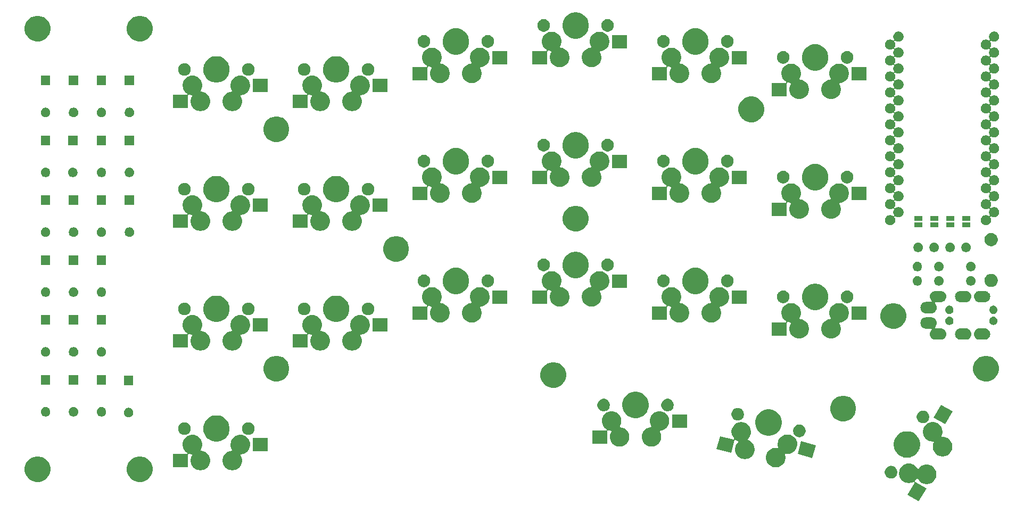
<source format=gbs>
G04 #@! TF.GenerationSoftware,KiCad,Pcbnew,(5.1.0)-1*
G04 #@! TF.CreationDate,2019-06-07T23:15:03+02:00*
G04 #@! TF.ProjectId,prkbd,70726b62-642e-46b6-9963-61645f706362,1*
G04 #@! TF.SameCoordinates,Original*
G04 #@! TF.FileFunction,Soldermask,Bot*
G04 #@! TF.FilePolarity,Negative*
%FSLAX46Y46*%
G04 Gerber Fmt 4.6, Leading zero omitted, Abs format (unit mm)*
G04 Created by KiCad (PCBNEW (5.1.0)-1) date 2019-06-07 23:15:03*
%MOMM*%
%LPD*%
G04 APERTURE LIST*
%ADD10C,0.100000*%
G04 APERTURE END LIST*
D10*
G36*
X184112290Y-137033359D02*
G01*
X184262115Y-137063161D01*
X184544379Y-137180078D01*
X184798410Y-137349816D01*
X185014446Y-137565852D01*
X185179973Y-137813581D01*
X185195515Y-137832518D01*
X185214456Y-137848063D01*
X185236067Y-137859614D01*
X185259516Y-137866727D01*
X185283902Y-137869129D01*
X185308288Y-137866727D01*
X185331737Y-137859614D01*
X185353348Y-137848063D01*
X185372290Y-137832517D01*
X185387826Y-137813586D01*
X185439668Y-137736000D01*
X185655704Y-137519964D01*
X185909735Y-137350226D01*
X186191999Y-137233309D01*
X186341824Y-137203507D01*
X186491648Y-137173705D01*
X186797170Y-137173705D01*
X186946994Y-137203507D01*
X187096819Y-137233309D01*
X187379083Y-137350226D01*
X187633114Y-137519964D01*
X187849150Y-137736000D01*
X188018888Y-137990031D01*
X188135805Y-138272295D01*
X188165607Y-138422120D01*
X188195409Y-138571944D01*
X188195409Y-138877466D01*
X188166558Y-139022508D01*
X188135805Y-139177115D01*
X188018888Y-139459379D01*
X187849150Y-139713410D01*
X187633114Y-139929446D01*
X187379083Y-140099184D01*
X187096819Y-140216101D01*
X186946994Y-140245903D01*
X186797170Y-140275705D01*
X186491648Y-140275705D01*
X186341824Y-140245903D01*
X186191999Y-140216101D01*
X185909735Y-140099184D01*
X185655704Y-139929446D01*
X185439668Y-139713410D01*
X185274141Y-139465681D01*
X185258599Y-139446744D01*
X185239658Y-139431199D01*
X185218047Y-139419648D01*
X185194598Y-139412535D01*
X185170212Y-139410133D01*
X185145826Y-139412535D01*
X185122377Y-139419648D01*
X185100766Y-139431199D01*
X185081824Y-139446745D01*
X185066288Y-139465676D01*
X185014446Y-139543262D01*
X184811089Y-139746619D01*
X184795553Y-139765550D01*
X184784002Y-139787161D01*
X184776889Y-139810610D01*
X184774487Y-139834996D01*
X184776889Y-139859382D01*
X184784002Y-139882831D01*
X184795553Y-139904442D01*
X184811098Y-139923384D01*
X184836983Y-139943245D01*
X186609743Y-140966748D01*
X185408743Y-143046942D01*
X183588357Y-141995942D01*
X184672157Y-140118745D01*
X184682270Y-140096425D01*
X184687835Y-140072561D01*
X184688636Y-140048070D01*
X184684645Y-140023893D01*
X184676013Y-140000959D01*
X184663073Y-139980150D01*
X184646323Y-139962266D01*
X184626405Y-139947993D01*
X184604085Y-139937880D01*
X184580221Y-139932315D01*
X184555730Y-139931514D01*
X184531553Y-139935505D01*
X184516082Y-139940757D01*
X184262115Y-140045953D01*
X184128347Y-140072561D01*
X183962466Y-140105557D01*
X183656944Y-140105557D01*
X183491063Y-140072561D01*
X183357295Y-140045953D01*
X183075031Y-139929036D01*
X182821000Y-139759298D01*
X182604964Y-139543262D01*
X182435226Y-139289231D01*
X182318309Y-139006967D01*
X182258705Y-138707317D01*
X182258705Y-138401797D01*
X182284465Y-138272295D01*
X182318309Y-138102148D01*
X182318309Y-138102147D01*
X182435226Y-137819883D01*
X182604964Y-137565852D01*
X182821000Y-137349816D01*
X183075031Y-137180078D01*
X183357295Y-137063161D01*
X183507120Y-137033359D01*
X183656944Y-137003557D01*
X183962466Y-137003557D01*
X184112290Y-137033359D01*
X184112290Y-137033359D01*
G37*
G36*
X45810254Y-135949818D02*
G01*
X46183511Y-136104426D01*
X46183513Y-136104427D01*
X46212779Y-136123982D01*
X46519436Y-136328884D01*
X46805116Y-136614564D01*
X47029574Y-136950489D01*
X47184182Y-137323746D01*
X47263000Y-137719993D01*
X47263000Y-138124007D01*
X47184182Y-138520254D01*
X47044052Y-138858558D01*
X47029573Y-138893513D01*
X46805116Y-139229436D01*
X46519436Y-139515116D01*
X46183513Y-139739573D01*
X46183512Y-139739574D01*
X46183511Y-139739574D01*
X45810254Y-139894182D01*
X45414007Y-139973000D01*
X45009993Y-139973000D01*
X44613746Y-139894182D01*
X44240489Y-139739574D01*
X44240488Y-139739574D01*
X44240487Y-139739573D01*
X43904564Y-139515116D01*
X43618884Y-139229436D01*
X43394427Y-138893513D01*
X43379948Y-138858558D01*
X43239818Y-138520254D01*
X43161000Y-138124007D01*
X43161000Y-137719993D01*
X43239818Y-137323746D01*
X43394426Y-136950489D01*
X43618884Y-136614564D01*
X43904564Y-136328884D01*
X44211221Y-136123982D01*
X44240487Y-136104427D01*
X44240489Y-136104426D01*
X44613746Y-135949818D01*
X45009993Y-135871000D01*
X45414007Y-135871000D01*
X45810254Y-135949818D01*
X45810254Y-135949818D01*
G37*
G36*
X62066254Y-135949818D02*
G01*
X62439511Y-136104426D01*
X62439513Y-136104427D01*
X62468779Y-136123982D01*
X62775436Y-136328884D01*
X63061116Y-136614564D01*
X63285574Y-136950489D01*
X63440182Y-137323746D01*
X63519000Y-137719993D01*
X63519000Y-138124007D01*
X63440182Y-138520254D01*
X63300052Y-138858558D01*
X63285573Y-138893513D01*
X63061116Y-139229436D01*
X62775436Y-139515116D01*
X62439513Y-139739573D01*
X62439512Y-139739574D01*
X62439511Y-139739574D01*
X62066254Y-139894182D01*
X61670007Y-139973000D01*
X61265993Y-139973000D01*
X60869746Y-139894182D01*
X60496489Y-139739574D01*
X60496488Y-139739574D01*
X60496487Y-139739573D01*
X60160564Y-139515116D01*
X59874884Y-139229436D01*
X59650427Y-138893513D01*
X59635948Y-138858558D01*
X59495818Y-138520254D01*
X59417000Y-138124007D01*
X59417000Y-137719993D01*
X59495818Y-137323746D01*
X59650426Y-136950489D01*
X59874884Y-136614564D01*
X60160564Y-136328884D01*
X60467221Y-136123982D01*
X60496487Y-136104427D01*
X60496489Y-136104426D01*
X60869746Y-135949818D01*
X61265993Y-135871000D01*
X61670007Y-135871000D01*
X62066254Y-135949818D01*
X62066254Y-135949818D01*
G37*
G36*
X181170285Y-137402643D02*
G01*
X181266981Y-137421877D01*
X181449151Y-137497335D01*
X181613100Y-137606882D01*
X181752527Y-137746309D01*
X181862074Y-137910258D01*
X181862075Y-137910260D01*
X181937532Y-138092429D01*
X181976000Y-138285818D01*
X181976000Y-138483000D01*
X181968589Y-138520255D01*
X181937532Y-138676390D01*
X181862074Y-138858560D01*
X181752527Y-139022509D01*
X181613100Y-139161936D01*
X181449151Y-139271483D01*
X181266981Y-139346941D01*
X181073591Y-139385409D01*
X180876409Y-139385409D01*
X180683019Y-139346941D01*
X180500849Y-139271483D01*
X180336900Y-139161936D01*
X180197473Y-139022509D01*
X180087926Y-138858560D01*
X180012468Y-138676390D01*
X179981411Y-138520255D01*
X179974000Y-138483000D01*
X179974000Y-138285818D01*
X180012468Y-138092429D01*
X180087925Y-137910260D01*
X180087926Y-137910258D01*
X180197473Y-137746309D01*
X180336900Y-137606882D01*
X180500849Y-137497335D01*
X180683019Y-137421877D01*
X180779715Y-137402643D01*
X180876409Y-137383409D01*
X181073591Y-137383409D01*
X181170285Y-137402643D01*
X181170285Y-137402643D01*
G37*
G36*
X70097772Y-132452900D02*
G01*
X70302410Y-132493605D01*
X70584674Y-132610522D01*
X70838705Y-132780260D01*
X71054741Y-132996296D01*
X71224479Y-133250327D01*
X71341396Y-133532591D01*
X71341396Y-133532592D01*
X71391960Y-133786791D01*
X71401000Y-133832241D01*
X71401000Y-134137761D01*
X71341396Y-134437411D01*
X71224479Y-134719675D01*
X71224478Y-134719676D01*
X71184077Y-134780141D01*
X71172526Y-134801752D01*
X71165413Y-134825201D01*
X71163011Y-134849587D01*
X71165413Y-134873973D01*
X71172526Y-134897422D01*
X71184078Y-134919032D01*
X71199623Y-134937974D01*
X71218565Y-134953519D01*
X71240176Y-134965070D01*
X71263624Y-134972183D01*
X71272759Y-134974000D01*
X71272760Y-134974000D01*
X71572410Y-135033604D01*
X71854674Y-135150521D01*
X72108705Y-135320259D01*
X72324741Y-135536295D01*
X72494479Y-135790326D01*
X72611396Y-136072590D01*
X72671000Y-136372240D01*
X72671000Y-136677760D01*
X72611396Y-136977410D01*
X72494479Y-137259674D01*
X72324741Y-137513705D01*
X72108705Y-137729741D01*
X71854674Y-137899479D01*
X71572410Y-138016396D01*
X71422585Y-138046198D01*
X71272761Y-138076000D01*
X70967239Y-138076000D01*
X70817415Y-138046198D01*
X70667590Y-138016396D01*
X70385326Y-137899479D01*
X70131295Y-137729741D01*
X69915259Y-137513705D01*
X69745521Y-137259674D01*
X69628604Y-136977410D01*
X69569000Y-136677760D01*
X69569000Y-136372240D01*
X69628604Y-136072590D01*
X69745521Y-135790326D01*
X69785923Y-135729860D01*
X69797474Y-135708249D01*
X69804587Y-135684800D01*
X69806989Y-135660414D01*
X69804587Y-135636028D01*
X69797474Y-135612579D01*
X69785922Y-135590969D01*
X69770377Y-135572027D01*
X69751435Y-135556482D01*
X69729824Y-135544931D01*
X69706376Y-135537818D01*
X69697241Y-135536001D01*
X69697240Y-135536001D01*
X69397590Y-135476397D01*
X69333829Y-135449987D01*
X69310385Y-135442875D01*
X69285999Y-135440473D01*
X69261613Y-135442875D01*
X69238164Y-135449988D01*
X69216553Y-135461539D01*
X69197611Y-135477084D01*
X69182066Y-135496026D01*
X69170515Y-135517637D01*
X69163402Y-135541086D01*
X69161000Y-135565472D01*
X69161000Y-137616000D01*
X66759000Y-137616000D01*
X66759000Y-135514000D01*
X68934516Y-135514000D01*
X68958902Y-135511598D01*
X68982351Y-135504485D01*
X69003962Y-135492934D01*
X69022904Y-135477389D01*
X69038449Y-135458447D01*
X69050000Y-135436836D01*
X69057113Y-135413387D01*
X69059515Y-135389001D01*
X69057113Y-135364615D01*
X69050000Y-135341166D01*
X69038449Y-135319555D01*
X69022904Y-135300613D01*
X69003969Y-135285073D01*
X68861295Y-135189742D01*
X68645259Y-134973706D01*
X68475521Y-134719675D01*
X68358604Y-134437411D01*
X68299000Y-134137761D01*
X68299000Y-133832241D01*
X68308041Y-133786791D01*
X68358604Y-133532592D01*
X68358604Y-133532591D01*
X68475521Y-133250327D01*
X68645259Y-132996296D01*
X68861295Y-132780260D01*
X69115326Y-132610522D01*
X69397590Y-132493605D01*
X69602228Y-132452900D01*
X69697239Y-132434001D01*
X70002761Y-132434001D01*
X70097772Y-132452900D01*
X70097772Y-132452900D01*
G37*
G36*
X77717777Y-132452900D02*
G01*
X77922410Y-132493604D01*
X78204674Y-132610521D01*
X78458705Y-132780259D01*
X78674741Y-132996295D01*
X78844479Y-133250326D01*
X78961396Y-133532590D01*
X78990574Y-133679277D01*
X79021000Y-133832239D01*
X79021000Y-134137761D01*
X79014083Y-134172534D01*
X78961396Y-134437410D01*
X78844479Y-134719674D01*
X78674741Y-134973705D01*
X78458705Y-135189741D01*
X78204674Y-135359479D01*
X77922410Y-135476396D01*
X77883302Y-135484175D01*
X77613623Y-135537818D01*
X77590174Y-135544931D01*
X77568563Y-135556482D01*
X77549621Y-135572028D01*
X77534076Y-135590969D01*
X77522525Y-135612580D01*
X77515412Y-135636029D01*
X77513010Y-135660415D01*
X77515412Y-135684801D01*
X77522525Y-135708250D01*
X77534070Y-135729849D01*
X77574479Y-135790326D01*
X77691396Y-136072590D01*
X77751000Y-136372240D01*
X77751000Y-136677760D01*
X77691396Y-136977410D01*
X77574479Y-137259674D01*
X77404741Y-137513705D01*
X77188705Y-137729741D01*
X76934674Y-137899479D01*
X76652410Y-138016396D01*
X76502585Y-138046198D01*
X76352761Y-138076000D01*
X76047239Y-138076000D01*
X75897415Y-138046198D01*
X75747590Y-138016396D01*
X75465326Y-137899479D01*
X75211295Y-137729741D01*
X74995259Y-137513705D01*
X74825521Y-137259674D01*
X74708604Y-136977410D01*
X74649000Y-136677760D01*
X74649000Y-136372240D01*
X74708604Y-136072590D01*
X74825521Y-135790326D01*
X74995259Y-135536295D01*
X75211295Y-135320259D01*
X75465326Y-135150521D01*
X75747590Y-135033604D01*
X75830662Y-135017080D01*
X76056377Y-134972182D01*
X76079826Y-134965069D01*
X76101437Y-134953518D01*
X76120379Y-134937972D01*
X76135924Y-134919031D01*
X76147475Y-134897420D01*
X76154588Y-134873971D01*
X76156990Y-134849585D01*
X76154588Y-134825199D01*
X76147475Y-134801750D01*
X76135930Y-134780151D01*
X76095521Y-134719674D01*
X75978604Y-134437410D01*
X75925917Y-134172534D01*
X75919000Y-134137761D01*
X75919000Y-133832239D01*
X75949426Y-133679277D01*
X75978604Y-133532590D01*
X76095521Y-133250326D01*
X76265259Y-132996295D01*
X76481295Y-132780259D01*
X76735326Y-132610521D01*
X77017590Y-132493604D01*
X77222223Y-132452900D01*
X77317239Y-132434000D01*
X77622761Y-132434000D01*
X77717777Y-132452900D01*
X77717777Y-132452900D01*
G37*
G36*
X164760956Y-132407532D02*
G01*
X164965187Y-132448156D01*
X165247451Y-132565073D01*
X165501482Y-132734811D01*
X165717518Y-132950847D01*
X165887256Y-133204878D01*
X166004173Y-133487142D01*
X166024756Y-133590621D01*
X166063777Y-133786791D01*
X166063777Y-134092313D01*
X166051411Y-134154479D01*
X166004173Y-134391962D01*
X165887256Y-134674226D01*
X165717518Y-134928257D01*
X165501482Y-135144293D01*
X165247451Y-135314031D01*
X164965187Y-135430948D01*
X164869466Y-135449988D01*
X164665538Y-135490552D01*
X164360016Y-135490552D01*
X164288850Y-135476396D01*
X164268508Y-135472350D01*
X164244124Y-135469948D01*
X164219738Y-135472350D01*
X164196289Y-135479463D01*
X164174679Y-135491014D01*
X164155737Y-135506559D01*
X164140191Y-135525501D01*
X164128640Y-135547112D01*
X164121527Y-135570561D01*
X164119125Y-135594947D01*
X164121527Y-135619333D01*
X164172640Y-135876295D01*
X164179651Y-135911544D01*
X164179651Y-136217064D01*
X164120047Y-136516714D01*
X164003130Y-136798978D01*
X163833392Y-137053009D01*
X163617356Y-137269045D01*
X163363325Y-137438783D01*
X163081061Y-137555700D01*
X163030023Y-137565852D01*
X162781412Y-137615304D01*
X162475890Y-137615304D01*
X162227279Y-137565852D01*
X162176241Y-137555700D01*
X161893977Y-137438783D01*
X161639946Y-137269045D01*
X161423910Y-137053009D01*
X161254172Y-136798978D01*
X161137255Y-136516714D01*
X161077651Y-136217064D01*
X161077651Y-135911544D01*
X161137255Y-135611894D01*
X161254172Y-135329630D01*
X161423910Y-135075599D01*
X161639946Y-134859563D01*
X161893977Y-134689825D01*
X162176241Y-134572908D01*
X162326066Y-134543106D01*
X162475890Y-134513304D01*
X162781412Y-134513304D01*
X162833024Y-134523570D01*
X162872920Y-134531506D01*
X162897304Y-134533908D01*
X162921690Y-134531506D01*
X162945139Y-134524393D01*
X162966749Y-134512842D01*
X162985691Y-134497297D01*
X163001237Y-134478355D01*
X163012788Y-134456744D01*
X163019901Y-134433295D01*
X163022303Y-134408909D01*
X163019901Y-134384523D01*
X162961777Y-134092313D01*
X162961777Y-133786791D01*
X163000798Y-133590621D01*
X163021381Y-133487142D01*
X163138298Y-133204878D01*
X163308036Y-132950847D01*
X163524072Y-132734811D01*
X163778103Y-132565073D01*
X164060367Y-132448156D01*
X164264598Y-132407532D01*
X164360016Y-132388552D01*
X164665538Y-132388552D01*
X164760956Y-132407532D01*
X164760956Y-132407532D01*
G37*
G36*
X157444178Y-130444000D02*
G01*
X157604832Y-130475956D01*
X157887096Y-130592873D01*
X158141127Y-130762611D01*
X158357163Y-130978647D01*
X158526901Y-131232678D01*
X158643818Y-131514942D01*
X158651908Y-131555613D01*
X158703422Y-131814591D01*
X158703422Y-132120113D01*
X158683050Y-132222527D01*
X158643818Y-132419762D01*
X158526901Y-132702026D01*
X158357163Y-132956057D01*
X158222251Y-133090969D01*
X158206715Y-133109900D01*
X158195164Y-133131511D01*
X158188051Y-133154960D01*
X158185649Y-133179346D01*
X158188051Y-133203732D01*
X158195164Y-133227181D01*
X158206715Y-133248792D01*
X158222260Y-133267734D01*
X158241202Y-133283279D01*
X158262804Y-133294825D01*
X158456422Y-133375024D01*
X158710453Y-133544762D01*
X158926489Y-133760798D01*
X159096227Y-134014829D01*
X159213144Y-134297093D01*
X159230535Y-134384523D01*
X159272748Y-134596742D01*
X159272748Y-134902264D01*
X159265645Y-134937972D01*
X159213144Y-135201913D01*
X159096227Y-135484177D01*
X158926489Y-135738208D01*
X158710453Y-135954244D01*
X158456422Y-136123982D01*
X158174158Y-136240899D01*
X158024333Y-136270701D01*
X157874509Y-136300503D01*
X157568987Y-136300503D01*
X157419163Y-136270701D01*
X157269338Y-136240899D01*
X156987074Y-136123982D01*
X156733043Y-135954244D01*
X156517007Y-135738208D01*
X156347269Y-135484177D01*
X156230352Y-135201913D01*
X156177851Y-134937972D01*
X156170748Y-134902264D01*
X156170748Y-134596742D01*
X156212961Y-134384523D01*
X156230352Y-134297093D01*
X156347269Y-134014829D01*
X156517007Y-133760798D01*
X156651919Y-133625886D01*
X156667455Y-133606955D01*
X156679006Y-133585344D01*
X156686119Y-133561895D01*
X156688521Y-133537509D01*
X156686119Y-133513123D01*
X156679006Y-133489674D01*
X156667455Y-133468063D01*
X156651910Y-133449121D01*
X156632968Y-133433576D01*
X156611366Y-133422030D01*
X156417748Y-133341831D01*
X156268539Y-133242133D01*
X156246934Y-133230585D01*
X156223485Y-133223472D01*
X156199099Y-133221070D01*
X156174713Y-133223472D01*
X156151264Y-133230585D01*
X156129653Y-133242136D01*
X156110711Y-133257682D01*
X156095166Y-133276623D01*
X156083615Y-133298234D01*
X156078361Y-133313711D01*
X155547127Y-135296302D01*
X153226973Y-134674618D01*
X153771011Y-132644242D01*
X155867848Y-133206088D01*
X155892023Y-133210079D01*
X155916514Y-133209278D01*
X155940378Y-133203713D01*
X155962697Y-133193600D01*
X155982616Y-133179327D01*
X155999366Y-133161443D01*
X156012306Y-133140634D01*
X156020938Y-133117700D01*
X156024929Y-133093523D01*
X156024128Y-133069032D01*
X156018563Y-133045168D01*
X156008450Y-133022849D01*
X155988593Y-132996969D01*
X155947681Y-132956057D01*
X155777943Y-132702026D01*
X155661026Y-132419762D01*
X155621794Y-132222527D01*
X155601422Y-132120113D01*
X155601422Y-131814591D01*
X155652936Y-131555613D01*
X155661026Y-131514942D01*
X155777943Y-131232678D01*
X155947681Y-130978647D01*
X156163717Y-130762611D01*
X156417748Y-130592873D01*
X156700012Y-130475956D01*
X156860666Y-130444000D01*
X156999661Y-130416352D01*
X157305183Y-130416352D01*
X157444178Y-130444000D01*
X157444178Y-130444000D01*
G37*
G36*
X169015824Y-134099476D02*
G01*
X168471786Y-136129852D01*
X166151632Y-135508168D01*
X166695670Y-133477792D01*
X169015824Y-134099476D01*
X169015824Y-134099476D01*
G37*
G36*
X183898637Y-131919149D02*
G01*
X184127839Y-131964740D01*
X184322395Y-132045328D01*
X184502943Y-132120113D01*
X184510197Y-132123118D01*
X184523421Y-132131954D01*
X184854309Y-132353046D01*
X185146954Y-132645691D01*
X185239575Y-132784309D01*
X185366323Y-132974000D01*
X185376883Y-132989805D01*
X185379572Y-132996297D01*
X185535260Y-133372161D01*
X185547476Y-133433576D01*
X185616000Y-133778068D01*
X185616000Y-134191932D01*
X185577691Y-134384523D01*
X185535260Y-134597839D01*
X185484794Y-134719674D01*
X185379572Y-134973704D01*
X185376882Y-134980197D01*
X185323581Y-135059967D01*
X185146954Y-135324309D01*
X184854309Y-135616954D01*
X184685333Y-135729860D01*
X184510197Y-135846882D01*
X184127839Y-136005260D01*
X183992536Y-136032173D01*
X183721932Y-136086000D01*
X183308068Y-136086000D01*
X183037464Y-136032173D01*
X182902161Y-136005260D01*
X182519803Y-135846882D01*
X182344667Y-135729860D01*
X182175691Y-135616954D01*
X181883046Y-135324309D01*
X181706419Y-135059967D01*
X181653118Y-134980197D01*
X181650429Y-134973704D01*
X181545206Y-134719674D01*
X181494740Y-134597839D01*
X181452309Y-134384523D01*
X181414000Y-134191932D01*
X181414000Y-133778068D01*
X181482524Y-133433576D01*
X181494740Y-133372161D01*
X181650428Y-132996297D01*
X181653117Y-132989805D01*
X181663678Y-132974000D01*
X181790425Y-132784309D01*
X181883046Y-132645691D01*
X182175691Y-132353046D01*
X182506579Y-132131954D01*
X182519803Y-132123118D01*
X182527058Y-132120113D01*
X182707605Y-132045328D01*
X182902161Y-131964740D01*
X183131363Y-131919149D01*
X183308068Y-131884000D01*
X183721932Y-131884000D01*
X183898637Y-131919149D01*
X183898637Y-131919149D01*
G37*
G36*
X187832336Y-130416352D02*
G01*
X188072115Y-130464047D01*
X188354379Y-130580964D01*
X188608410Y-130750702D01*
X188824446Y-130966738D01*
X188994184Y-131220769D01*
X189111101Y-131503033D01*
X189125468Y-131575259D01*
X189170705Y-131802682D01*
X189170705Y-132108204D01*
X189167738Y-132123118D01*
X189111101Y-132407853D01*
X189034689Y-132592328D01*
X189030906Y-132601461D01*
X189023793Y-132624910D01*
X189021391Y-132649296D01*
X189023793Y-132673682D01*
X189030906Y-132697131D01*
X189042457Y-132718742D01*
X189058002Y-132737684D01*
X189076944Y-132753229D01*
X189098555Y-132764780D01*
X189122004Y-132771893D01*
X189146390Y-132774295D01*
X189337170Y-132774295D01*
X189486994Y-132804097D01*
X189636819Y-132833899D01*
X189919083Y-132950816D01*
X190173114Y-133120554D01*
X190389150Y-133336590D01*
X190558888Y-133590621D01*
X190675805Y-133872885D01*
X190704039Y-134014829D01*
X190735409Y-134172534D01*
X190735409Y-134478056D01*
X190728398Y-134513304D01*
X190675805Y-134777705D01*
X190558888Y-135059969D01*
X190389150Y-135314000D01*
X190173114Y-135530036D01*
X189919083Y-135699774D01*
X189636819Y-135816691D01*
X189486994Y-135846493D01*
X189337170Y-135876295D01*
X189031648Y-135876295D01*
X188881824Y-135846493D01*
X188731999Y-135816691D01*
X188449735Y-135699774D01*
X188195704Y-135530036D01*
X187979668Y-135314000D01*
X187809930Y-135059969D01*
X187693013Y-134777705D01*
X187640420Y-134513304D01*
X187633409Y-134478056D01*
X187633409Y-134172534D01*
X187664779Y-134014829D01*
X187693013Y-133872885D01*
X187773209Y-133679274D01*
X187780321Y-133655828D01*
X187782723Y-133631442D01*
X187780321Y-133607056D01*
X187773208Y-133583607D01*
X187761657Y-133561996D01*
X187746112Y-133543054D01*
X187727170Y-133527509D01*
X187705559Y-133515958D01*
X187682110Y-133508845D01*
X187657724Y-133506443D01*
X187466944Y-133506443D01*
X187317120Y-133476641D01*
X187167295Y-133446839D01*
X186885031Y-133329922D01*
X186631000Y-133160184D01*
X186414964Y-132944148D01*
X186245226Y-132690117D01*
X186128309Y-132407853D01*
X186071672Y-132123118D01*
X186068705Y-132108204D01*
X186068705Y-131802682D01*
X186113942Y-131575259D01*
X186128309Y-131503033D01*
X186245226Y-131220769D01*
X186414964Y-130966738D01*
X186631000Y-130750702D01*
X186885031Y-130580964D01*
X187167295Y-130464047D01*
X187407074Y-130416352D01*
X187466944Y-130404443D01*
X187772466Y-130404443D01*
X187832336Y-130416352D01*
X187832336Y-130416352D01*
G37*
G36*
X81861000Y-135076000D02*
G01*
X79459000Y-135076000D01*
X79459000Y-132974000D01*
X81861000Y-132974000D01*
X81861000Y-135076000D01*
X81861000Y-135076000D01*
G37*
G36*
X136788598Y-128711048D02*
G01*
X136977410Y-128748605D01*
X137259674Y-128865522D01*
X137513705Y-129035260D01*
X137729741Y-129251296D01*
X137899479Y-129505327D01*
X138016396Y-129787591D01*
X138023499Y-129823299D01*
X138076000Y-130087240D01*
X138076000Y-130392762D01*
X138065808Y-130444000D01*
X138016396Y-130692411D01*
X137899479Y-130974675D01*
X137899478Y-130974676D01*
X137859077Y-131035141D01*
X137847526Y-131056752D01*
X137840413Y-131080201D01*
X137838011Y-131104587D01*
X137840413Y-131128973D01*
X137847526Y-131152422D01*
X137859078Y-131174032D01*
X137874623Y-131192974D01*
X137893565Y-131208519D01*
X137915176Y-131220070D01*
X137938624Y-131227183D01*
X137947759Y-131229000D01*
X137947760Y-131229000D01*
X138247410Y-131288604D01*
X138529674Y-131405521D01*
X138783705Y-131575259D01*
X138999741Y-131791295D01*
X139169479Y-132045326D01*
X139286396Y-132327590D01*
X139291460Y-132353047D01*
X139346000Y-132627239D01*
X139346000Y-132932761D01*
X139334653Y-132989805D01*
X139286396Y-133232410D01*
X139169479Y-133514674D01*
X138999741Y-133768705D01*
X138783705Y-133984741D01*
X138529674Y-134154479D01*
X138247410Y-134271396D01*
X138118222Y-134297093D01*
X137947761Y-134331000D01*
X137642239Y-134331000D01*
X137471778Y-134297093D01*
X137342590Y-134271396D01*
X137060326Y-134154479D01*
X136806295Y-133984741D01*
X136590259Y-133768705D01*
X136420521Y-133514674D01*
X136303604Y-133232410D01*
X136255347Y-132989805D01*
X136244000Y-132932761D01*
X136244000Y-132627239D01*
X136298540Y-132353047D01*
X136303604Y-132327590D01*
X136420521Y-132045326D01*
X136460923Y-131984860D01*
X136472474Y-131963249D01*
X136479587Y-131939800D01*
X136481989Y-131915414D01*
X136479587Y-131891028D01*
X136472474Y-131867579D01*
X136460922Y-131845969D01*
X136445377Y-131827027D01*
X136426435Y-131811482D01*
X136404824Y-131799931D01*
X136381376Y-131792818D01*
X136372241Y-131791001D01*
X136372240Y-131791001D01*
X136072590Y-131731397D01*
X136008829Y-131704987D01*
X135985385Y-131697875D01*
X135960999Y-131695473D01*
X135936613Y-131697875D01*
X135913164Y-131704988D01*
X135891553Y-131716539D01*
X135872611Y-131732084D01*
X135857066Y-131751026D01*
X135845515Y-131772637D01*
X135838402Y-131796086D01*
X135836000Y-131820472D01*
X135836000Y-133871000D01*
X133434000Y-133871000D01*
X133434000Y-131769000D01*
X135609516Y-131769000D01*
X135633902Y-131766598D01*
X135657351Y-131759485D01*
X135678962Y-131747934D01*
X135697904Y-131732389D01*
X135713449Y-131713447D01*
X135725000Y-131691836D01*
X135732113Y-131668387D01*
X135734515Y-131644001D01*
X135732113Y-131619615D01*
X135725000Y-131596166D01*
X135713449Y-131574555D01*
X135697904Y-131555613D01*
X135678969Y-131540073D01*
X135536295Y-131444742D01*
X135320259Y-131228706D01*
X135150521Y-130974675D01*
X135033604Y-130692411D01*
X134984192Y-130444000D01*
X134974000Y-130392762D01*
X134974000Y-130087240D01*
X135026501Y-129823299D01*
X135033604Y-129787591D01*
X135150521Y-129505327D01*
X135320259Y-129251296D01*
X135536295Y-129035260D01*
X135790326Y-128865522D01*
X136072590Y-128748605D01*
X136261402Y-128711048D01*
X136372239Y-128689001D01*
X136677761Y-128689001D01*
X136788598Y-128711048D01*
X136788598Y-128711048D01*
G37*
G36*
X144408603Y-128711048D02*
G01*
X144597410Y-128748604D01*
X144879674Y-128865521D01*
X145133705Y-129035259D01*
X145349741Y-129251295D01*
X145519479Y-129505326D01*
X145636396Y-129787590D01*
X145656202Y-129887161D01*
X145696000Y-130087239D01*
X145696000Y-130392761D01*
X145684653Y-130449805D01*
X145636396Y-130692410D01*
X145519479Y-130974674D01*
X145349741Y-131228705D01*
X145133705Y-131444741D01*
X144879674Y-131614479D01*
X144597410Y-131731396D01*
X144569337Y-131736980D01*
X144288623Y-131792818D01*
X144265174Y-131799931D01*
X144243563Y-131811482D01*
X144224621Y-131827028D01*
X144209076Y-131845969D01*
X144197525Y-131867580D01*
X144190412Y-131891029D01*
X144188010Y-131915415D01*
X144190412Y-131939801D01*
X144197525Y-131963250D01*
X144209070Y-131984849D01*
X144249479Y-132045326D01*
X144366396Y-132327590D01*
X144371460Y-132353047D01*
X144426000Y-132627239D01*
X144426000Y-132932761D01*
X144414653Y-132989805D01*
X144366396Y-133232410D01*
X144249479Y-133514674D01*
X144079741Y-133768705D01*
X143863705Y-133984741D01*
X143609674Y-134154479D01*
X143327410Y-134271396D01*
X143198222Y-134297093D01*
X143027761Y-134331000D01*
X142722239Y-134331000D01*
X142551778Y-134297093D01*
X142422590Y-134271396D01*
X142140326Y-134154479D01*
X141886295Y-133984741D01*
X141670259Y-133768705D01*
X141500521Y-133514674D01*
X141383604Y-133232410D01*
X141335347Y-132989805D01*
X141324000Y-132932761D01*
X141324000Y-132627239D01*
X141378540Y-132353047D01*
X141383604Y-132327590D01*
X141500521Y-132045326D01*
X141670259Y-131791295D01*
X141886295Y-131575259D01*
X142140326Y-131405521D01*
X142422590Y-131288604D01*
X142505662Y-131272080D01*
X142731377Y-131227182D01*
X142754826Y-131220069D01*
X142776437Y-131208518D01*
X142795379Y-131192972D01*
X142810924Y-131174031D01*
X142822475Y-131152420D01*
X142829588Y-131128971D01*
X142831990Y-131104585D01*
X142829588Y-131080199D01*
X142822475Y-131056750D01*
X142810930Y-131035151D01*
X142770521Y-130974674D01*
X142653604Y-130692410D01*
X142605347Y-130449805D01*
X142594000Y-130392761D01*
X142594000Y-130087239D01*
X142633798Y-129887161D01*
X142653604Y-129787590D01*
X142770521Y-129505326D01*
X142940259Y-129251295D01*
X143156295Y-129035259D01*
X143410326Y-128865521D01*
X143692590Y-128748604D01*
X143881397Y-128711048D01*
X143992239Y-128689000D01*
X144297761Y-128689000D01*
X144408603Y-128711048D01*
X144408603Y-128711048D01*
G37*
G36*
X74137536Y-129397827D02*
G01*
X74272839Y-129424740D01*
X74467393Y-129505327D01*
X74641480Y-129577436D01*
X74655197Y-129583118D01*
X74769283Y-129659348D01*
X74999309Y-129813046D01*
X75291954Y-130105691D01*
X75370798Y-130223690D01*
X75521882Y-130449803D01*
X75669797Y-130806900D01*
X75680260Y-130832162D01*
X75761000Y-131238068D01*
X75761000Y-131651932D01*
X75718105Y-131867579D01*
X75680260Y-132057839D01*
X75612044Y-132222527D01*
X75524449Y-132434001D01*
X75521882Y-132440197D01*
X75420231Y-132592328D01*
X75291954Y-132784309D01*
X74999309Y-133076954D01*
X74938328Y-133117700D01*
X74655197Y-133306882D01*
X74272839Y-133465260D01*
X74209836Y-133477792D01*
X73866932Y-133546000D01*
X73453068Y-133546000D01*
X73110164Y-133477792D01*
X73047161Y-133465260D01*
X72664803Y-133306882D01*
X72381672Y-133117700D01*
X72320691Y-133076954D01*
X72028046Y-132784309D01*
X71899769Y-132592328D01*
X71798118Y-132440197D01*
X71795552Y-132434001D01*
X71707956Y-132222527D01*
X71639740Y-132057839D01*
X71601895Y-131867579D01*
X71559000Y-131651932D01*
X71559000Y-131238068D01*
X71639740Y-130832162D01*
X71650204Y-130806900D01*
X71798118Y-130449803D01*
X71949202Y-130223690D01*
X72028046Y-130105691D01*
X72320691Y-129813046D01*
X72550717Y-129659348D01*
X72664803Y-129583118D01*
X72678521Y-129577436D01*
X72852607Y-129505327D01*
X73047161Y-129424740D01*
X73182464Y-129397827D01*
X73453068Y-129344000D01*
X73866932Y-129344000D01*
X74137536Y-129397827D01*
X74137536Y-129397827D01*
G37*
G36*
X166587795Y-130832161D02*
G01*
X166688884Y-130852269D01*
X166871054Y-130927727D01*
X167035003Y-131037274D01*
X167174430Y-131176701D01*
X167215435Y-131238070D01*
X167283978Y-131340652D01*
X167286363Y-131346410D01*
X167359435Y-131522820D01*
X167365958Y-131555613D01*
X167397903Y-131716210D01*
X167397903Y-131913392D01*
X167396758Y-131919149D01*
X167359435Y-132106782D01*
X167283977Y-132288952D01*
X167174430Y-132452901D01*
X167035003Y-132592328D01*
X166871054Y-132701875D01*
X166871053Y-132701876D01*
X166871052Y-132701876D01*
X166830334Y-132718742D01*
X166688884Y-132777333D01*
X166653813Y-132784309D01*
X166495494Y-132815801D01*
X166298312Y-132815801D01*
X166139993Y-132784309D01*
X166104922Y-132777333D01*
X165963472Y-132718742D01*
X165922754Y-132701876D01*
X165922753Y-132701876D01*
X165922752Y-132701875D01*
X165758803Y-132592328D01*
X165619376Y-132452901D01*
X165509829Y-132288952D01*
X165434371Y-132106782D01*
X165397048Y-131919149D01*
X165395903Y-131913392D01*
X165395903Y-131716210D01*
X165427848Y-131555613D01*
X165434371Y-131522820D01*
X165507443Y-131346410D01*
X165509828Y-131340652D01*
X165578371Y-131238070D01*
X165619376Y-131176701D01*
X165758803Y-131037274D01*
X165922752Y-130927727D01*
X166104922Y-130852269D01*
X166206011Y-130832161D01*
X166298312Y-130813801D01*
X166495494Y-130813801D01*
X166587795Y-130832161D01*
X166587795Y-130832161D01*
G37*
G36*
X161967536Y-128452827D02*
G01*
X162102839Y-128479740D01*
X162265460Y-128547100D01*
X162448842Y-128623059D01*
X162485197Y-128638118D01*
X162583844Y-128704032D01*
X162825532Y-128865522D01*
X162829310Y-128868047D01*
X163121953Y-129160690D01*
X163340882Y-129488340D01*
X163351883Y-129504805D01*
X163352100Y-129505329D01*
X163506288Y-129877571D01*
X163510260Y-129887162D01*
X163591000Y-130293068D01*
X163591000Y-130706932D01*
X163547081Y-130927726D01*
X163510260Y-131112839D01*
X163351882Y-131495197D01*
X163252454Y-131644001D01*
X163121954Y-131839309D01*
X162829309Y-132131954D01*
X162658420Y-132246138D01*
X162485197Y-132361882D01*
X162102839Y-132520260D01*
X161967536Y-132547173D01*
X161696932Y-132601000D01*
X161283068Y-132601000D01*
X161012464Y-132547173D01*
X160877161Y-132520260D01*
X160494803Y-132361882D01*
X160321580Y-132246138D01*
X160150691Y-132131954D01*
X159858046Y-131839309D01*
X159727546Y-131644001D01*
X159628118Y-131495197D01*
X159469740Y-131112839D01*
X159432919Y-130927726D01*
X159389000Y-130706932D01*
X159389000Y-130293068D01*
X159469740Y-129887162D01*
X159473713Y-129877571D01*
X159627900Y-129505329D01*
X159628117Y-129504805D01*
X159639119Y-129488340D01*
X159858047Y-129160690D01*
X160150690Y-128868047D01*
X160154469Y-128865522D01*
X160396156Y-128704032D01*
X160494803Y-128638118D01*
X160531159Y-128623059D01*
X160714540Y-128547100D01*
X160877161Y-128479740D01*
X161012464Y-128452827D01*
X161283068Y-128399000D01*
X161696932Y-128399000D01*
X161967536Y-128452827D01*
X161967536Y-128452827D01*
G37*
G36*
X68707764Y-130449803D02*
G01*
X68871981Y-130482468D01*
X69054151Y-130557926D01*
X69218100Y-130667473D01*
X69357527Y-130806900D01*
X69467074Y-130970849D01*
X69467075Y-130970851D01*
X69489175Y-131024205D01*
X69542532Y-131153019D01*
X69553571Y-131208518D01*
X69581000Y-131346409D01*
X69581000Y-131543591D01*
X69570542Y-131596166D01*
X69542532Y-131736981D01*
X69497387Y-131845969D01*
X69469460Y-131913392D01*
X69467074Y-131919151D01*
X69357527Y-132083100D01*
X69218100Y-132222527D01*
X69054151Y-132332074D01*
X68871981Y-132407532D01*
X68678591Y-132446000D01*
X68481409Y-132446000D01*
X68288019Y-132407532D01*
X68105849Y-132332074D01*
X67941900Y-132222527D01*
X67802473Y-132083100D01*
X67692926Y-131919151D01*
X67690541Y-131913392D01*
X67662613Y-131845969D01*
X67617468Y-131736981D01*
X67589458Y-131596166D01*
X67579000Y-131543591D01*
X67579000Y-131346409D01*
X67606429Y-131208518D01*
X67617468Y-131153019D01*
X67670825Y-131024205D01*
X67692925Y-130970851D01*
X67692926Y-130970849D01*
X67802473Y-130806900D01*
X67941900Y-130667473D01*
X68105849Y-130557926D01*
X68288019Y-130482468D01*
X68452236Y-130449803D01*
X68481409Y-130444000D01*
X68678591Y-130444000D01*
X68707764Y-130449803D01*
X68707764Y-130449803D01*
G37*
G36*
X78867764Y-130449803D02*
G01*
X79031981Y-130482468D01*
X79214151Y-130557926D01*
X79378100Y-130667473D01*
X79517527Y-130806900D01*
X79627074Y-130970849D01*
X79627075Y-130970851D01*
X79649175Y-131024205D01*
X79702532Y-131153019D01*
X79713571Y-131208518D01*
X79741000Y-131346409D01*
X79741000Y-131543591D01*
X79730542Y-131596166D01*
X79702532Y-131736981D01*
X79657387Y-131845969D01*
X79629460Y-131913392D01*
X79627074Y-131919151D01*
X79517527Y-132083100D01*
X79378100Y-132222527D01*
X79214151Y-132332074D01*
X79031981Y-132407532D01*
X78838591Y-132446000D01*
X78641409Y-132446000D01*
X78448019Y-132407532D01*
X78265849Y-132332074D01*
X78101900Y-132222527D01*
X77962473Y-132083100D01*
X77852926Y-131919151D01*
X77850541Y-131913392D01*
X77822613Y-131845969D01*
X77777468Y-131736981D01*
X77749458Y-131596166D01*
X77739000Y-131543591D01*
X77739000Y-131346409D01*
X77766429Y-131208518D01*
X77777468Y-131153019D01*
X77830825Y-131024205D01*
X77852925Y-130970851D01*
X77852926Y-130970849D01*
X77962473Y-130806900D01*
X78101900Y-130667473D01*
X78265849Y-130557926D01*
X78448019Y-130482468D01*
X78612236Y-130449803D01*
X78641409Y-130444000D01*
X78838591Y-130444000D01*
X78867764Y-130449803D01*
X78867764Y-130449803D01*
G37*
G36*
X148536000Y-131331000D02*
G01*
X146134000Y-131331000D01*
X146134000Y-129229000D01*
X148536000Y-129229000D01*
X148536000Y-131331000D01*
X148536000Y-131331000D01*
G37*
G36*
X190760039Y-128698225D02*
G01*
X189559039Y-130778419D01*
X187738653Y-129727419D01*
X188939653Y-127647225D01*
X190760039Y-128698225D01*
X190760039Y-128698225D01*
G37*
G36*
X186250285Y-128603825D02*
G01*
X186346981Y-128623059D01*
X186529151Y-128698517D01*
X186693100Y-128808064D01*
X186832527Y-128947491D01*
X186942074Y-129111440D01*
X187003913Y-129260730D01*
X187017532Y-129293611D01*
X187056000Y-129487000D01*
X187056000Y-129684182D01*
X187017532Y-129877572D01*
X186942074Y-130059742D01*
X186832527Y-130223691D01*
X186693100Y-130363118D01*
X186529151Y-130472665D01*
X186346981Y-130548123D01*
X186297703Y-130557925D01*
X186153591Y-130586591D01*
X185956409Y-130586591D01*
X185812297Y-130557925D01*
X185763019Y-130548123D01*
X185580849Y-130472665D01*
X185416900Y-130363118D01*
X185277473Y-130223691D01*
X185167926Y-130059742D01*
X185092468Y-129877572D01*
X185054000Y-129684182D01*
X185054000Y-129487000D01*
X185092468Y-129293611D01*
X185106088Y-129260730D01*
X185167926Y-129111440D01*
X185277473Y-128947491D01*
X185416900Y-128808064D01*
X185580849Y-128698517D01*
X185763019Y-128623059D01*
X185859715Y-128603825D01*
X185956409Y-128584591D01*
X186153591Y-128584591D01*
X186250285Y-128603825D01*
X186250285Y-128603825D01*
G37*
G36*
X173953254Y-126297818D02*
G01*
X174326511Y-126452426D01*
X174326513Y-126452427D01*
X174662436Y-126676884D01*
X174948116Y-126962564D01*
X175124038Y-127225849D01*
X175172574Y-127298489D01*
X175327182Y-127671746D01*
X175406000Y-128067993D01*
X175406000Y-128472007D01*
X175327182Y-128868254D01*
X175177756Y-129229000D01*
X175172573Y-129241513D01*
X174948116Y-129577436D01*
X174662436Y-129863116D01*
X174326513Y-130087573D01*
X174326512Y-130087574D01*
X174326511Y-130087574D01*
X173953254Y-130242182D01*
X173557007Y-130321000D01*
X173152993Y-130321000D01*
X172756746Y-130242182D01*
X172383489Y-130087574D01*
X172383488Y-130087574D01*
X172383487Y-130087573D01*
X172047564Y-129863116D01*
X171761884Y-129577436D01*
X171537427Y-129241513D01*
X171532244Y-129229000D01*
X171382818Y-128868254D01*
X171304000Y-128472007D01*
X171304000Y-128067993D01*
X171382818Y-127671746D01*
X171537426Y-127298489D01*
X171585963Y-127225849D01*
X171761884Y-126962564D01*
X172047564Y-126676884D01*
X172383487Y-126452427D01*
X172383489Y-126452426D01*
X172756746Y-126297818D01*
X173152993Y-126219000D01*
X173557007Y-126219000D01*
X173953254Y-126297818D01*
X173953254Y-126297818D01*
G37*
G36*
X156734273Y-128194659D02*
G01*
X156875078Y-128222667D01*
X157057248Y-128298125D01*
X157221197Y-128407672D01*
X157360624Y-128547099D01*
X157470171Y-128711048D01*
X157535203Y-128868047D01*
X157545629Y-128893219D01*
X157584097Y-129086608D01*
X157584097Y-129283790D01*
X157582143Y-129293611D01*
X157545629Y-129477180D01*
X157470171Y-129659350D01*
X157360624Y-129823299D01*
X157221197Y-129962726D01*
X157057248Y-130072273D01*
X157057247Y-130072274D01*
X157057246Y-130072274D01*
X157003892Y-130094374D01*
X156875078Y-130147731D01*
X156681688Y-130186199D01*
X156484506Y-130186199D01*
X156291116Y-130147731D01*
X156162302Y-130094374D01*
X156108948Y-130072274D01*
X156108947Y-130072274D01*
X156108946Y-130072273D01*
X155944997Y-129962726D01*
X155805570Y-129823299D01*
X155696023Y-129659350D01*
X155620565Y-129477180D01*
X155584051Y-129293611D01*
X155582097Y-129283790D01*
X155582097Y-129086608D01*
X155620565Y-128893219D01*
X155630992Y-128868047D01*
X155696023Y-128711048D01*
X155805570Y-128547099D01*
X155944997Y-128407672D01*
X156108946Y-128298125D01*
X156291116Y-128222667D01*
X156431921Y-128194659D01*
X156484506Y-128184199D01*
X156681688Y-128184199D01*
X156734273Y-128194659D01*
X156734273Y-128194659D01*
G37*
G36*
X140812536Y-125652827D02*
G01*
X140947839Y-125679740D01*
X141330197Y-125838118D01*
X141674310Y-126068047D01*
X141966953Y-126360690D01*
X142196882Y-126704803D01*
X142344797Y-127061900D01*
X142355260Y-127087162D01*
X142436000Y-127493068D01*
X142436000Y-127906932D01*
X142412117Y-128027000D01*
X142355260Y-128312839D01*
X142289331Y-128472006D01*
X142199449Y-128689001D01*
X142196882Y-128695197D01*
X142161196Y-128748605D01*
X141966954Y-129039309D01*
X141674309Y-129331954D01*
X141507326Y-129443528D01*
X141330197Y-129561882D01*
X141330196Y-129561883D01*
X141330195Y-129561883D01*
X141278931Y-129583117D01*
X140947839Y-129720260D01*
X140812536Y-129747173D01*
X140541932Y-129801000D01*
X140128068Y-129801000D01*
X139857464Y-129747173D01*
X139722161Y-129720260D01*
X139391069Y-129583117D01*
X139339805Y-129561883D01*
X139339804Y-129561883D01*
X139339803Y-129561882D01*
X139162674Y-129443528D01*
X138995691Y-129331954D01*
X138703046Y-129039309D01*
X138508804Y-128748605D01*
X138473118Y-128695197D01*
X138470552Y-128689001D01*
X138380669Y-128472006D01*
X138314740Y-128312839D01*
X138257883Y-128027000D01*
X138234000Y-127906932D01*
X138234000Y-127493068D01*
X138314740Y-127087162D01*
X138325204Y-127061900D01*
X138473118Y-126704803D01*
X138703047Y-126360690D01*
X138995690Y-126068047D01*
X139339803Y-125838118D01*
X139722161Y-125679740D01*
X139857464Y-125652827D01*
X140128068Y-125599000D01*
X140541932Y-125599000D01*
X140812536Y-125652827D01*
X140812536Y-125652827D01*
G37*
G36*
X59909059Y-128182860D02*
G01*
X60005162Y-128222667D01*
X60045732Y-128239472D01*
X60168735Y-128321660D01*
X60273340Y-128426265D01*
X60354079Y-128547100D01*
X60355529Y-128549270D01*
X60412140Y-128685941D01*
X60441000Y-128831032D01*
X60441000Y-128978968D01*
X60412140Y-129124059D01*
X60357185Y-129256733D01*
X60355528Y-129260732D01*
X60273340Y-129383735D01*
X60168735Y-129488340D01*
X60045732Y-129570528D01*
X60045731Y-129570529D01*
X60045730Y-129570529D01*
X59909059Y-129627140D01*
X59763968Y-129656000D01*
X59616032Y-129656000D01*
X59470941Y-129627140D01*
X59334270Y-129570529D01*
X59334269Y-129570529D01*
X59334268Y-129570528D01*
X59211265Y-129488340D01*
X59106660Y-129383735D01*
X59024472Y-129260732D01*
X59022816Y-129256733D01*
X58967860Y-129124059D01*
X58939000Y-128978968D01*
X58939000Y-128831032D01*
X58967860Y-128685941D01*
X59024471Y-128549270D01*
X59025921Y-128547100D01*
X59106660Y-128426265D01*
X59211265Y-128321660D01*
X59334268Y-128239472D01*
X59374839Y-128222667D01*
X59470941Y-128182860D01*
X59616032Y-128154000D01*
X59763968Y-128154000D01*
X59909059Y-128182860D01*
X59909059Y-128182860D01*
G37*
G36*
X46701059Y-128055860D02*
G01*
X46837732Y-128112472D01*
X46960735Y-128194660D01*
X47065340Y-128299265D01*
X47137775Y-128407672D01*
X47147529Y-128422270D01*
X47204140Y-128558941D01*
X47233000Y-128704032D01*
X47233000Y-128851968D01*
X47204140Y-128997059D01*
X47167048Y-129086608D01*
X47147528Y-129133732D01*
X47065340Y-129256735D01*
X46960735Y-129361340D01*
X46837732Y-129443528D01*
X46837731Y-129443529D01*
X46837730Y-129443529D01*
X46701059Y-129500140D01*
X46555968Y-129529000D01*
X46408032Y-129529000D01*
X46262941Y-129500140D01*
X46126270Y-129443529D01*
X46126269Y-129443529D01*
X46126268Y-129443528D01*
X46003265Y-129361340D01*
X45898660Y-129256735D01*
X45816472Y-129133732D01*
X45796953Y-129086608D01*
X45759860Y-128997059D01*
X45731000Y-128851968D01*
X45731000Y-128704032D01*
X45759860Y-128558941D01*
X45816471Y-128422270D01*
X45826225Y-128407672D01*
X45898660Y-128299265D01*
X46003265Y-128194660D01*
X46126268Y-128112472D01*
X46262941Y-128055860D01*
X46408032Y-128027000D01*
X46555968Y-128027000D01*
X46701059Y-128055860D01*
X46701059Y-128055860D01*
G37*
G36*
X55591059Y-128055860D02*
G01*
X55727732Y-128112472D01*
X55850735Y-128194660D01*
X55955340Y-128299265D01*
X56027775Y-128407672D01*
X56037529Y-128422270D01*
X56094140Y-128558941D01*
X56123000Y-128704032D01*
X56123000Y-128851968D01*
X56094140Y-128997059D01*
X56057048Y-129086608D01*
X56037528Y-129133732D01*
X55955340Y-129256735D01*
X55850735Y-129361340D01*
X55727732Y-129443528D01*
X55727731Y-129443529D01*
X55727730Y-129443529D01*
X55591059Y-129500140D01*
X55445968Y-129529000D01*
X55298032Y-129529000D01*
X55152941Y-129500140D01*
X55016270Y-129443529D01*
X55016269Y-129443529D01*
X55016268Y-129443528D01*
X54893265Y-129361340D01*
X54788660Y-129256735D01*
X54706472Y-129133732D01*
X54686953Y-129086608D01*
X54649860Y-128997059D01*
X54621000Y-128851968D01*
X54621000Y-128704032D01*
X54649860Y-128558941D01*
X54706471Y-128422270D01*
X54716225Y-128407672D01*
X54788660Y-128299265D01*
X54893265Y-128194660D01*
X55016268Y-128112472D01*
X55152941Y-128055860D01*
X55298032Y-128027000D01*
X55445968Y-128027000D01*
X55591059Y-128055860D01*
X55591059Y-128055860D01*
G37*
G36*
X51146059Y-128055860D02*
G01*
X51282732Y-128112472D01*
X51405735Y-128194660D01*
X51510340Y-128299265D01*
X51582775Y-128407672D01*
X51592529Y-128422270D01*
X51649140Y-128558941D01*
X51678000Y-128704032D01*
X51678000Y-128851968D01*
X51649140Y-128997059D01*
X51612048Y-129086608D01*
X51592528Y-129133732D01*
X51510340Y-129256735D01*
X51405735Y-129361340D01*
X51282732Y-129443528D01*
X51282731Y-129443529D01*
X51282730Y-129443529D01*
X51146059Y-129500140D01*
X51000968Y-129529000D01*
X50853032Y-129529000D01*
X50707941Y-129500140D01*
X50571270Y-129443529D01*
X50571269Y-129443529D01*
X50571268Y-129443528D01*
X50448265Y-129361340D01*
X50343660Y-129256735D01*
X50261472Y-129133732D01*
X50241953Y-129086608D01*
X50204860Y-128997059D01*
X50176000Y-128851968D01*
X50176000Y-128704032D01*
X50204860Y-128558941D01*
X50261471Y-128422270D01*
X50271225Y-128407672D01*
X50343660Y-128299265D01*
X50448265Y-128194660D01*
X50571268Y-128112472D01*
X50707941Y-128055860D01*
X50853032Y-128027000D01*
X51000968Y-128027000D01*
X51146059Y-128055860D01*
X51146059Y-128055860D01*
G37*
G36*
X135382764Y-126704803D02*
G01*
X135546981Y-126737468D01*
X135729151Y-126812926D01*
X135893100Y-126922473D01*
X136032527Y-127061900D01*
X136142074Y-127225849D01*
X136217532Y-127408019D01*
X136256000Y-127601410D01*
X136256000Y-127798590D01*
X136217532Y-127991981D01*
X136142074Y-128174151D01*
X136032527Y-128338100D01*
X135893100Y-128477527D01*
X135729151Y-128587074D01*
X135546981Y-128662532D01*
X135450285Y-128681766D01*
X135353591Y-128701000D01*
X135156409Y-128701000D01*
X135059715Y-128681766D01*
X134963019Y-128662532D01*
X134780849Y-128587074D01*
X134616900Y-128477527D01*
X134477473Y-128338100D01*
X134367926Y-128174151D01*
X134292468Y-127991981D01*
X134254000Y-127798590D01*
X134254000Y-127601410D01*
X134292468Y-127408019D01*
X134367926Y-127225849D01*
X134477473Y-127061900D01*
X134616900Y-126922473D01*
X134780849Y-126812926D01*
X134963019Y-126737468D01*
X135127236Y-126704803D01*
X135156409Y-126699000D01*
X135353591Y-126699000D01*
X135382764Y-126704803D01*
X135382764Y-126704803D01*
G37*
G36*
X145542764Y-126704803D02*
G01*
X145706981Y-126737468D01*
X145889151Y-126812926D01*
X146053100Y-126922473D01*
X146192527Y-127061900D01*
X146302074Y-127225849D01*
X146377532Y-127408019D01*
X146416000Y-127601410D01*
X146416000Y-127798590D01*
X146377532Y-127991981D01*
X146302074Y-128174151D01*
X146192527Y-128338100D01*
X146053100Y-128477527D01*
X145889151Y-128587074D01*
X145706981Y-128662532D01*
X145610285Y-128681766D01*
X145513591Y-128701000D01*
X145316409Y-128701000D01*
X145219715Y-128681766D01*
X145123019Y-128662532D01*
X144940849Y-128587074D01*
X144776900Y-128477527D01*
X144637473Y-128338100D01*
X144527926Y-128174151D01*
X144452468Y-127991981D01*
X144414000Y-127798590D01*
X144414000Y-127601410D01*
X144452468Y-127408019D01*
X144527926Y-127225849D01*
X144637473Y-127061900D01*
X144776900Y-126922473D01*
X144940849Y-126812926D01*
X145123019Y-126737468D01*
X145287236Y-126704803D01*
X145316409Y-126699000D01*
X145513591Y-126699000D01*
X145542764Y-126704803D01*
X145542764Y-126704803D01*
G37*
G36*
X127852254Y-120963818D02*
G01*
X128225511Y-121118426D01*
X128225513Y-121118427D01*
X128529799Y-121321745D01*
X128561436Y-121342884D01*
X128847116Y-121628564D01*
X129071574Y-121964489D01*
X129226182Y-122337746D01*
X129305000Y-122733993D01*
X129305000Y-123138007D01*
X129226182Y-123534254D01*
X129141964Y-123737574D01*
X129071573Y-123907513D01*
X128847116Y-124243436D01*
X128561436Y-124529116D01*
X128225513Y-124753573D01*
X128225512Y-124753574D01*
X128225511Y-124753574D01*
X127852254Y-124908182D01*
X127456007Y-124987000D01*
X127051993Y-124987000D01*
X126655746Y-124908182D01*
X126282489Y-124753574D01*
X126282488Y-124753574D01*
X126282487Y-124753573D01*
X125946564Y-124529116D01*
X125660884Y-124243436D01*
X125436427Y-123907513D01*
X125366036Y-123737574D01*
X125281818Y-123534254D01*
X125203000Y-123138007D01*
X125203000Y-122733993D01*
X125281818Y-122337746D01*
X125436426Y-121964489D01*
X125660884Y-121628564D01*
X125946564Y-121342884D01*
X125978201Y-121321745D01*
X126282487Y-121118427D01*
X126282489Y-121118426D01*
X126655746Y-120963818D01*
X127051993Y-120885000D01*
X127456007Y-120885000D01*
X127852254Y-120963818D01*
X127852254Y-120963818D01*
G37*
G36*
X60441000Y-124576000D02*
G01*
X58939000Y-124576000D01*
X58939000Y-123074000D01*
X60441000Y-123074000D01*
X60441000Y-124576000D01*
X60441000Y-124576000D01*
G37*
G36*
X51678000Y-124449000D02*
G01*
X50176000Y-124449000D01*
X50176000Y-122947000D01*
X51678000Y-122947000D01*
X51678000Y-124449000D01*
X51678000Y-124449000D01*
G37*
G36*
X47233000Y-124449000D02*
G01*
X45731000Y-124449000D01*
X45731000Y-122947000D01*
X47233000Y-122947000D01*
X47233000Y-124449000D01*
X47233000Y-124449000D01*
G37*
G36*
X56123000Y-124449000D02*
G01*
X54621000Y-124449000D01*
X54621000Y-122947000D01*
X56123000Y-122947000D01*
X56123000Y-124449000D01*
X56123000Y-124449000D01*
G37*
G36*
X196686254Y-119947818D02*
G01*
X197059511Y-120102426D01*
X197059513Y-120102427D01*
X197395436Y-120326884D01*
X197681116Y-120612564D01*
X197905574Y-120948489D01*
X198060182Y-121321746D01*
X198139000Y-121717993D01*
X198139000Y-122122007D01*
X198060182Y-122518254D01*
X197905574Y-122891511D01*
X197905573Y-122891513D01*
X197681116Y-123227436D01*
X197395436Y-123513116D01*
X197059513Y-123737573D01*
X197059512Y-123737574D01*
X197059511Y-123737574D01*
X196686254Y-123892182D01*
X196290007Y-123971000D01*
X195885993Y-123971000D01*
X195489746Y-123892182D01*
X195116489Y-123737574D01*
X195116488Y-123737574D01*
X195116487Y-123737573D01*
X194780564Y-123513116D01*
X194494884Y-123227436D01*
X194270427Y-122891513D01*
X194270426Y-122891511D01*
X194115818Y-122518254D01*
X194037000Y-122122007D01*
X194037000Y-121717993D01*
X194115818Y-121321746D01*
X194270426Y-120948489D01*
X194494884Y-120612564D01*
X194780564Y-120326884D01*
X195116487Y-120102427D01*
X195116489Y-120102426D01*
X195489746Y-119947818D01*
X195885993Y-119869000D01*
X196290007Y-119869000D01*
X196686254Y-119947818D01*
X196686254Y-119947818D01*
G37*
G36*
X83783254Y-119947818D02*
G01*
X84156511Y-120102426D01*
X84156513Y-120102427D01*
X84492436Y-120326884D01*
X84778116Y-120612564D01*
X85002574Y-120948489D01*
X85157182Y-121321746D01*
X85236000Y-121717993D01*
X85236000Y-122122007D01*
X85157182Y-122518254D01*
X85002574Y-122891511D01*
X85002573Y-122891513D01*
X84778116Y-123227436D01*
X84492436Y-123513116D01*
X84156513Y-123737573D01*
X84156512Y-123737574D01*
X84156511Y-123737574D01*
X83783254Y-123892182D01*
X83387007Y-123971000D01*
X82982993Y-123971000D01*
X82586746Y-123892182D01*
X82213489Y-123737574D01*
X82213488Y-123737574D01*
X82213487Y-123737573D01*
X81877564Y-123513116D01*
X81591884Y-123227436D01*
X81367427Y-122891513D01*
X81367426Y-122891511D01*
X81212818Y-122518254D01*
X81134000Y-122122007D01*
X81134000Y-121717993D01*
X81212818Y-121321746D01*
X81367426Y-120948489D01*
X81591884Y-120612564D01*
X81877564Y-120326884D01*
X82213487Y-120102427D01*
X82213489Y-120102426D01*
X82586746Y-119947818D01*
X82982993Y-119869000D01*
X83387007Y-119869000D01*
X83783254Y-119947818D01*
X83783254Y-119947818D01*
G37*
G36*
X46701059Y-118530860D02*
G01*
X46837732Y-118587472D01*
X46960735Y-118669660D01*
X47065340Y-118774265D01*
X47147528Y-118897268D01*
X47204140Y-119033941D01*
X47233000Y-119179033D01*
X47233000Y-119326967D01*
X47204140Y-119472059D01*
X47147528Y-119608732D01*
X47065340Y-119731735D01*
X46960735Y-119836340D01*
X46837732Y-119918528D01*
X46837731Y-119918529D01*
X46837730Y-119918529D01*
X46701059Y-119975140D01*
X46555968Y-120004000D01*
X46408032Y-120004000D01*
X46262941Y-119975140D01*
X46126270Y-119918529D01*
X46126269Y-119918529D01*
X46126268Y-119918528D01*
X46003265Y-119836340D01*
X45898660Y-119731735D01*
X45816472Y-119608732D01*
X45759860Y-119472059D01*
X45731000Y-119326967D01*
X45731000Y-119179033D01*
X45759860Y-119033941D01*
X45816472Y-118897268D01*
X45898660Y-118774265D01*
X46003265Y-118669660D01*
X46126268Y-118587472D01*
X46262941Y-118530860D01*
X46408032Y-118502000D01*
X46555968Y-118502000D01*
X46701059Y-118530860D01*
X46701059Y-118530860D01*
G37*
G36*
X51146059Y-118530860D02*
G01*
X51282732Y-118587472D01*
X51405735Y-118669660D01*
X51510340Y-118774265D01*
X51592528Y-118897268D01*
X51649140Y-119033941D01*
X51678000Y-119179033D01*
X51678000Y-119326967D01*
X51649140Y-119472059D01*
X51592528Y-119608732D01*
X51510340Y-119731735D01*
X51405735Y-119836340D01*
X51282732Y-119918528D01*
X51282731Y-119918529D01*
X51282730Y-119918529D01*
X51146059Y-119975140D01*
X51000968Y-120004000D01*
X50853032Y-120004000D01*
X50707941Y-119975140D01*
X50571270Y-119918529D01*
X50571269Y-119918529D01*
X50571268Y-119918528D01*
X50448265Y-119836340D01*
X50343660Y-119731735D01*
X50261472Y-119608732D01*
X50204860Y-119472059D01*
X50176000Y-119326967D01*
X50176000Y-119179033D01*
X50204860Y-119033941D01*
X50261472Y-118897268D01*
X50343660Y-118774265D01*
X50448265Y-118669660D01*
X50571268Y-118587472D01*
X50707941Y-118530860D01*
X50853032Y-118502000D01*
X51000968Y-118502000D01*
X51146059Y-118530860D01*
X51146059Y-118530860D01*
G37*
G36*
X55591059Y-118530860D02*
G01*
X55727732Y-118587472D01*
X55850735Y-118669660D01*
X55955340Y-118774265D01*
X56037528Y-118897268D01*
X56094140Y-119033941D01*
X56123000Y-119179033D01*
X56123000Y-119326967D01*
X56094140Y-119472059D01*
X56037528Y-119608732D01*
X55955340Y-119731735D01*
X55850735Y-119836340D01*
X55727732Y-119918528D01*
X55727731Y-119918529D01*
X55727730Y-119918529D01*
X55591059Y-119975140D01*
X55445968Y-120004000D01*
X55298032Y-120004000D01*
X55152941Y-119975140D01*
X55016270Y-119918529D01*
X55016269Y-119918529D01*
X55016268Y-119918528D01*
X54893265Y-119836340D01*
X54788660Y-119731735D01*
X54706472Y-119608732D01*
X54649860Y-119472059D01*
X54621000Y-119326967D01*
X54621000Y-119179033D01*
X54649860Y-119033941D01*
X54706472Y-118897268D01*
X54788660Y-118774265D01*
X54893265Y-118669660D01*
X55016268Y-118587472D01*
X55152941Y-118530860D01*
X55298032Y-118502000D01*
X55445968Y-118502000D01*
X55591059Y-118530860D01*
X55591059Y-118530860D01*
G37*
G36*
X77772585Y-113413802D02*
G01*
X77922410Y-113443604D01*
X78204674Y-113560521D01*
X78458705Y-113730259D01*
X78674741Y-113946295D01*
X78844479Y-114200326D01*
X78961396Y-114482590D01*
X78981983Y-114586086D01*
X79021000Y-114782239D01*
X79021000Y-115087761D01*
X79015066Y-115117591D01*
X78961396Y-115387410D01*
X78844479Y-115669674D01*
X78674741Y-115923705D01*
X78458705Y-116139741D01*
X78204674Y-116309479D01*
X77922410Y-116426396D01*
X77839338Y-116442920D01*
X77613623Y-116487818D01*
X77590174Y-116494931D01*
X77568563Y-116506482D01*
X77549621Y-116522028D01*
X77534076Y-116540969D01*
X77522525Y-116562580D01*
X77515412Y-116586029D01*
X77513010Y-116610415D01*
X77515412Y-116634801D01*
X77522525Y-116658250D01*
X77534070Y-116679849D01*
X77574479Y-116740326D01*
X77691396Y-117022590D01*
X77751000Y-117322240D01*
X77751000Y-117627760D01*
X77691396Y-117927410D01*
X77574479Y-118209674D01*
X77404741Y-118463705D01*
X77188705Y-118679741D01*
X76934674Y-118849479D01*
X76652410Y-118966396D01*
X76502585Y-118996198D01*
X76352761Y-119026000D01*
X76047239Y-119026000D01*
X75897415Y-118996198D01*
X75747590Y-118966396D01*
X75465326Y-118849479D01*
X75211295Y-118679741D01*
X74995259Y-118463705D01*
X74825521Y-118209674D01*
X74708604Y-117927410D01*
X74649000Y-117627760D01*
X74649000Y-117322240D01*
X74708604Y-117022590D01*
X74825521Y-116740326D01*
X74995259Y-116486295D01*
X75211295Y-116270259D01*
X75465326Y-116100521D01*
X75747590Y-115983604D01*
X75830662Y-115967080D01*
X76056377Y-115922182D01*
X76079826Y-115915069D01*
X76101437Y-115903518D01*
X76120379Y-115887972D01*
X76135924Y-115869031D01*
X76147475Y-115847420D01*
X76154588Y-115823971D01*
X76156990Y-115799585D01*
X76154588Y-115775199D01*
X76147475Y-115751750D01*
X76135930Y-115730151D01*
X76095521Y-115669674D01*
X75978604Y-115387410D01*
X75924934Y-115117591D01*
X75919000Y-115087761D01*
X75919000Y-114782239D01*
X75958017Y-114586086D01*
X75978604Y-114482590D01*
X76095521Y-114200326D01*
X76265259Y-113946295D01*
X76481295Y-113730259D01*
X76735326Y-113560521D01*
X77017590Y-113443604D01*
X77167415Y-113413802D01*
X77317239Y-113384000D01*
X77622761Y-113384000D01*
X77772585Y-113413802D01*
X77772585Y-113413802D01*
G37*
G36*
X89202585Y-113413803D02*
G01*
X89352410Y-113443605D01*
X89634674Y-113560522D01*
X89888705Y-113730260D01*
X90104741Y-113946296D01*
X90274479Y-114200327D01*
X90391396Y-114482591D01*
X90399312Y-114522389D01*
X90451000Y-114782240D01*
X90451000Y-115087762D01*
X90442376Y-115131116D01*
X90391396Y-115387411D01*
X90274479Y-115669675D01*
X90274478Y-115669676D01*
X90234077Y-115730141D01*
X90222526Y-115751752D01*
X90215413Y-115775201D01*
X90213011Y-115799587D01*
X90215413Y-115823973D01*
X90222526Y-115847422D01*
X90234078Y-115869032D01*
X90249623Y-115887974D01*
X90268565Y-115903519D01*
X90290176Y-115915070D01*
X90313624Y-115922183D01*
X90322759Y-115924000D01*
X90322760Y-115924000D01*
X90622410Y-115983604D01*
X90904674Y-116100521D01*
X91158705Y-116270259D01*
X91374741Y-116486295D01*
X91544479Y-116740326D01*
X91661396Y-117022590D01*
X91721000Y-117322240D01*
X91721000Y-117627760D01*
X91661396Y-117927410D01*
X91544479Y-118209674D01*
X91374741Y-118463705D01*
X91158705Y-118679741D01*
X90904674Y-118849479D01*
X90622410Y-118966396D01*
X90472585Y-118996198D01*
X90322761Y-119026000D01*
X90017239Y-119026000D01*
X89867415Y-118996198D01*
X89717590Y-118966396D01*
X89435326Y-118849479D01*
X89181295Y-118679741D01*
X88965259Y-118463705D01*
X88795521Y-118209674D01*
X88678604Y-117927410D01*
X88619000Y-117627760D01*
X88619000Y-117322240D01*
X88678604Y-117022590D01*
X88795521Y-116740326D01*
X88835923Y-116679860D01*
X88847474Y-116658249D01*
X88854587Y-116634800D01*
X88856989Y-116610414D01*
X88854587Y-116586028D01*
X88847474Y-116562579D01*
X88835922Y-116540969D01*
X88820377Y-116522027D01*
X88801435Y-116506482D01*
X88779824Y-116494931D01*
X88756376Y-116487818D01*
X88747241Y-116486001D01*
X88747240Y-116486001D01*
X88447590Y-116426397D01*
X88383829Y-116399987D01*
X88360385Y-116392875D01*
X88335999Y-116390473D01*
X88311613Y-116392875D01*
X88288164Y-116399988D01*
X88266553Y-116411539D01*
X88247611Y-116427084D01*
X88232066Y-116446026D01*
X88220515Y-116467637D01*
X88213402Y-116491086D01*
X88211000Y-116515472D01*
X88211000Y-118566000D01*
X85809000Y-118566000D01*
X85809000Y-116464000D01*
X87984516Y-116464000D01*
X88008902Y-116461598D01*
X88032351Y-116454485D01*
X88053962Y-116442934D01*
X88072904Y-116427389D01*
X88088449Y-116408447D01*
X88100000Y-116386836D01*
X88107113Y-116363387D01*
X88109515Y-116339001D01*
X88107113Y-116314615D01*
X88100000Y-116291166D01*
X88088449Y-116269555D01*
X88072904Y-116250613D01*
X88053969Y-116235073D01*
X87911295Y-116139742D01*
X87695259Y-115923706D01*
X87525521Y-115669675D01*
X87408604Y-115387411D01*
X87357624Y-115131116D01*
X87349000Y-115087762D01*
X87349000Y-114782240D01*
X87400688Y-114522389D01*
X87408604Y-114482591D01*
X87525521Y-114200327D01*
X87695259Y-113946296D01*
X87911295Y-113730260D01*
X88165326Y-113560522D01*
X88447590Y-113443605D01*
X88597415Y-113413803D01*
X88747239Y-113384001D01*
X89052761Y-113384001D01*
X89202585Y-113413803D01*
X89202585Y-113413803D01*
G37*
G36*
X96822585Y-113413802D02*
G01*
X96972410Y-113443604D01*
X97254674Y-113560521D01*
X97508705Y-113730259D01*
X97724741Y-113946295D01*
X97894479Y-114200326D01*
X98011396Y-114482590D01*
X98031983Y-114586086D01*
X98071000Y-114782239D01*
X98071000Y-115087761D01*
X98065066Y-115117591D01*
X98011396Y-115387410D01*
X97894479Y-115669674D01*
X97724741Y-115923705D01*
X97508705Y-116139741D01*
X97254674Y-116309479D01*
X96972410Y-116426396D01*
X96889338Y-116442920D01*
X96663623Y-116487818D01*
X96640174Y-116494931D01*
X96618563Y-116506482D01*
X96599621Y-116522028D01*
X96584076Y-116540969D01*
X96572525Y-116562580D01*
X96565412Y-116586029D01*
X96563010Y-116610415D01*
X96565412Y-116634801D01*
X96572525Y-116658250D01*
X96584070Y-116679849D01*
X96624479Y-116740326D01*
X96741396Y-117022590D01*
X96801000Y-117322240D01*
X96801000Y-117627760D01*
X96741396Y-117927410D01*
X96624479Y-118209674D01*
X96454741Y-118463705D01*
X96238705Y-118679741D01*
X95984674Y-118849479D01*
X95702410Y-118966396D01*
X95552585Y-118996198D01*
X95402761Y-119026000D01*
X95097239Y-119026000D01*
X94947415Y-118996198D01*
X94797590Y-118966396D01*
X94515326Y-118849479D01*
X94261295Y-118679741D01*
X94045259Y-118463705D01*
X93875521Y-118209674D01*
X93758604Y-117927410D01*
X93699000Y-117627760D01*
X93699000Y-117322240D01*
X93758604Y-117022590D01*
X93875521Y-116740326D01*
X94045259Y-116486295D01*
X94261295Y-116270259D01*
X94515326Y-116100521D01*
X94797590Y-115983604D01*
X94880662Y-115967080D01*
X95106377Y-115922182D01*
X95129826Y-115915069D01*
X95151437Y-115903518D01*
X95170379Y-115887972D01*
X95185924Y-115869031D01*
X95197475Y-115847420D01*
X95204588Y-115823971D01*
X95206990Y-115799585D01*
X95204588Y-115775199D01*
X95197475Y-115751750D01*
X95185930Y-115730151D01*
X95145521Y-115669674D01*
X95028604Y-115387410D01*
X94974934Y-115117591D01*
X94969000Y-115087761D01*
X94969000Y-114782239D01*
X95008017Y-114586086D01*
X95028604Y-114482590D01*
X95145521Y-114200326D01*
X95315259Y-113946295D01*
X95531295Y-113730259D01*
X95785326Y-113560521D01*
X96067590Y-113443604D01*
X96217415Y-113413802D01*
X96367239Y-113384000D01*
X96672761Y-113384000D01*
X96822585Y-113413802D01*
X96822585Y-113413802D01*
G37*
G36*
X70152585Y-113413803D02*
G01*
X70302410Y-113443605D01*
X70584674Y-113560522D01*
X70838705Y-113730260D01*
X71054741Y-113946296D01*
X71224479Y-114200327D01*
X71341396Y-114482591D01*
X71349312Y-114522389D01*
X71401000Y-114782240D01*
X71401000Y-115087762D01*
X71392376Y-115131116D01*
X71341396Y-115387411D01*
X71224479Y-115669675D01*
X71224478Y-115669676D01*
X71184077Y-115730141D01*
X71172526Y-115751752D01*
X71165413Y-115775201D01*
X71163011Y-115799587D01*
X71165413Y-115823973D01*
X71172526Y-115847422D01*
X71184078Y-115869032D01*
X71199623Y-115887974D01*
X71218565Y-115903519D01*
X71240176Y-115915070D01*
X71263624Y-115922183D01*
X71272759Y-115924000D01*
X71272760Y-115924000D01*
X71572410Y-115983604D01*
X71854674Y-116100521D01*
X72108705Y-116270259D01*
X72324741Y-116486295D01*
X72494479Y-116740326D01*
X72611396Y-117022590D01*
X72671000Y-117322240D01*
X72671000Y-117627760D01*
X72611396Y-117927410D01*
X72494479Y-118209674D01*
X72324741Y-118463705D01*
X72108705Y-118679741D01*
X71854674Y-118849479D01*
X71572410Y-118966396D01*
X71422585Y-118996198D01*
X71272761Y-119026000D01*
X70967239Y-119026000D01*
X70817415Y-118996198D01*
X70667590Y-118966396D01*
X70385326Y-118849479D01*
X70131295Y-118679741D01*
X69915259Y-118463705D01*
X69745521Y-118209674D01*
X69628604Y-117927410D01*
X69569000Y-117627760D01*
X69569000Y-117322240D01*
X69628604Y-117022590D01*
X69745521Y-116740326D01*
X69785923Y-116679860D01*
X69797474Y-116658249D01*
X69804587Y-116634800D01*
X69806989Y-116610414D01*
X69804587Y-116586028D01*
X69797474Y-116562579D01*
X69785922Y-116540969D01*
X69770377Y-116522027D01*
X69751435Y-116506482D01*
X69729824Y-116494931D01*
X69706376Y-116487818D01*
X69697241Y-116486001D01*
X69697240Y-116486001D01*
X69397590Y-116426397D01*
X69333829Y-116399987D01*
X69310385Y-116392875D01*
X69285999Y-116390473D01*
X69261613Y-116392875D01*
X69238164Y-116399988D01*
X69216553Y-116411539D01*
X69197611Y-116427084D01*
X69182066Y-116446026D01*
X69170515Y-116467637D01*
X69163402Y-116491086D01*
X69161000Y-116515472D01*
X69161000Y-118566000D01*
X66759000Y-118566000D01*
X66759000Y-116464000D01*
X68934516Y-116464000D01*
X68958902Y-116461598D01*
X68982351Y-116454485D01*
X69003962Y-116442934D01*
X69022904Y-116427389D01*
X69038449Y-116408447D01*
X69050000Y-116386836D01*
X69057113Y-116363387D01*
X69059515Y-116339001D01*
X69057113Y-116314615D01*
X69050000Y-116291166D01*
X69038449Y-116269555D01*
X69022904Y-116250613D01*
X69003969Y-116235073D01*
X68861295Y-116139742D01*
X68645259Y-115923706D01*
X68475521Y-115669675D01*
X68358604Y-115387411D01*
X68307624Y-115131116D01*
X68299000Y-115087762D01*
X68299000Y-114782240D01*
X68350688Y-114522389D01*
X68358604Y-114482591D01*
X68475521Y-114200327D01*
X68645259Y-113946296D01*
X68861295Y-113730260D01*
X69115326Y-113560522D01*
X69397590Y-113443605D01*
X69547415Y-113413803D01*
X69697239Y-113384001D01*
X70002761Y-113384001D01*
X70152585Y-113413803D01*
X70152585Y-113413803D01*
G37*
G36*
X192965442Y-115505518D02*
G01*
X193031627Y-115512037D01*
X193201466Y-115563557D01*
X193201468Y-115563558D01*
X193249066Y-115589000D01*
X193357991Y-115647222D01*
X193385350Y-115669675D01*
X193495186Y-115759814D01*
X193567081Y-115847420D01*
X193607778Y-115897009D01*
X193691443Y-116053534D01*
X193742963Y-116223373D01*
X193760359Y-116400000D01*
X193742963Y-116576627D01*
X193691443Y-116746466D01*
X193607778Y-116902991D01*
X193578448Y-116938729D01*
X193495186Y-117040186D01*
X193396712Y-117121000D01*
X193357991Y-117152778D01*
X193201466Y-117236443D01*
X193031627Y-117287963D01*
X192965442Y-117294482D01*
X192899260Y-117301000D01*
X192010740Y-117301000D01*
X191944558Y-117294482D01*
X191878373Y-117287963D01*
X191708534Y-117236443D01*
X191552009Y-117152778D01*
X191513288Y-117121000D01*
X191414814Y-117040186D01*
X191331552Y-116938729D01*
X191302222Y-116902991D01*
X191218557Y-116746466D01*
X191167037Y-116576627D01*
X191149641Y-116400000D01*
X191167037Y-116223373D01*
X191218557Y-116053534D01*
X191302222Y-115897009D01*
X191342919Y-115847420D01*
X191414814Y-115759814D01*
X191524650Y-115669675D01*
X191552009Y-115647222D01*
X191660934Y-115589000D01*
X191708532Y-115563558D01*
X191708534Y-115563557D01*
X191878373Y-115512037D01*
X191944558Y-115505518D01*
X192010740Y-115499000D01*
X192899260Y-115499000D01*
X192965442Y-115505518D01*
X192965442Y-115505518D01*
G37*
G36*
X195965442Y-115505518D02*
G01*
X196031627Y-115512037D01*
X196201466Y-115563557D01*
X196201468Y-115563558D01*
X196249066Y-115589000D01*
X196357991Y-115647222D01*
X196385350Y-115669675D01*
X196495186Y-115759814D01*
X196567081Y-115847420D01*
X196607778Y-115897009D01*
X196691443Y-116053534D01*
X196742963Y-116223373D01*
X196760359Y-116400000D01*
X196742963Y-116576627D01*
X196691443Y-116746466D01*
X196607778Y-116902991D01*
X196578448Y-116938729D01*
X196495186Y-117040186D01*
X196396712Y-117121000D01*
X196357991Y-117152778D01*
X196201466Y-117236443D01*
X196031627Y-117287963D01*
X195965442Y-117294482D01*
X195899260Y-117301000D01*
X195010740Y-117301000D01*
X194944558Y-117294482D01*
X194878373Y-117287963D01*
X194708534Y-117236443D01*
X194552009Y-117152778D01*
X194513288Y-117121000D01*
X194414814Y-117040186D01*
X194331552Y-116938729D01*
X194302222Y-116902991D01*
X194218557Y-116746466D01*
X194167037Y-116576627D01*
X194149641Y-116400000D01*
X194167037Y-116223373D01*
X194218557Y-116053534D01*
X194302222Y-115897009D01*
X194342919Y-115847420D01*
X194414814Y-115759814D01*
X194524650Y-115669675D01*
X194552009Y-115647222D01*
X194660934Y-115589000D01*
X194708532Y-115563558D01*
X194708534Y-115563557D01*
X194878373Y-115512037D01*
X194944558Y-115505518D01*
X195010740Y-115499000D01*
X195899260Y-115499000D01*
X195965442Y-115505518D01*
X195965442Y-115505518D01*
G37*
G36*
X187465443Y-113755519D02*
G01*
X187531627Y-113762037D01*
X187701466Y-113813557D01*
X187857991Y-113897222D01*
X187884492Y-113918971D01*
X187995186Y-114009814D01*
X188077496Y-114110110D01*
X188107778Y-114147009D01*
X188191443Y-114303534D01*
X188242963Y-114473373D01*
X188260359Y-114650000D01*
X188242963Y-114826627D01*
X188191443Y-114996466D01*
X188107778Y-115152991D01*
X188057861Y-115213814D01*
X187991478Y-115294703D01*
X187977865Y-115315077D01*
X187968487Y-115337716D01*
X187963707Y-115361749D01*
X187963707Y-115386253D01*
X187968487Y-115410286D01*
X187977865Y-115432925D01*
X187991479Y-115453300D01*
X188008806Y-115470627D01*
X188029180Y-115484240D01*
X188051819Y-115493618D01*
X188088104Y-115499000D01*
X188899260Y-115499000D01*
X188965442Y-115505518D01*
X189031627Y-115512037D01*
X189201466Y-115563557D01*
X189201468Y-115563558D01*
X189249066Y-115589000D01*
X189357991Y-115647222D01*
X189385350Y-115669675D01*
X189495186Y-115759814D01*
X189567081Y-115847420D01*
X189607778Y-115897009D01*
X189691443Y-116053534D01*
X189742963Y-116223373D01*
X189760359Y-116400000D01*
X189742963Y-116576627D01*
X189691443Y-116746466D01*
X189607778Y-116902991D01*
X189578448Y-116938729D01*
X189495186Y-117040186D01*
X189396712Y-117121000D01*
X189357991Y-117152778D01*
X189201466Y-117236443D01*
X189031627Y-117287963D01*
X188965442Y-117294482D01*
X188899260Y-117301000D01*
X188010740Y-117301000D01*
X187944558Y-117294482D01*
X187878373Y-117287963D01*
X187708534Y-117236443D01*
X187552009Y-117152778D01*
X187513288Y-117121000D01*
X187414814Y-117040186D01*
X187331552Y-116938729D01*
X187302222Y-116902991D01*
X187218557Y-116746466D01*
X187167037Y-116576627D01*
X187149641Y-116400000D01*
X187167037Y-116223373D01*
X187218557Y-116053534D01*
X187302222Y-115897009D01*
X187352139Y-115836186D01*
X187418522Y-115755297D01*
X187432135Y-115734923D01*
X187441513Y-115712284D01*
X187446293Y-115688251D01*
X187446293Y-115663747D01*
X187441513Y-115639714D01*
X187432135Y-115617075D01*
X187418521Y-115596700D01*
X187401194Y-115579373D01*
X187380820Y-115565760D01*
X187358181Y-115556382D01*
X187321896Y-115551000D01*
X186510740Y-115551000D01*
X186444557Y-115544481D01*
X186378373Y-115537963D01*
X186208534Y-115486443D01*
X186204413Y-115484240D01*
X186079065Y-115417240D01*
X186052009Y-115402778D01*
X185994491Y-115355574D01*
X185914814Y-115290186D01*
X185831552Y-115188729D01*
X185802222Y-115152991D01*
X185718557Y-114996466D01*
X185667037Y-114826627D01*
X185649641Y-114650000D01*
X185667037Y-114473373D01*
X185718557Y-114303534D01*
X185802222Y-114147009D01*
X185832504Y-114110110D01*
X185914814Y-114009814D01*
X186025508Y-113918971D01*
X186052009Y-113897222D01*
X186208534Y-113813557D01*
X186378373Y-113762037D01*
X186444557Y-113755519D01*
X186510740Y-113749000D01*
X187399260Y-113749000D01*
X187465443Y-113755519D01*
X187465443Y-113755519D01*
G37*
G36*
X172980270Y-111500385D02*
G01*
X173172410Y-111538604D01*
X173454674Y-111655521D01*
X173708705Y-111825259D01*
X173924741Y-112041295D01*
X174094479Y-112295326D01*
X174211396Y-112577590D01*
X174216238Y-112601932D01*
X174267246Y-112858364D01*
X174271000Y-112877240D01*
X174271000Y-113182760D01*
X174211396Y-113482410D01*
X174094479Y-113764674D01*
X173924741Y-114018705D01*
X173708705Y-114234741D01*
X173454674Y-114404479D01*
X173172410Y-114521396D01*
X173089338Y-114537920D01*
X172863623Y-114582818D01*
X172840174Y-114589931D01*
X172818563Y-114601482D01*
X172799621Y-114617028D01*
X172784076Y-114635969D01*
X172772525Y-114657580D01*
X172765412Y-114681029D01*
X172763010Y-114705415D01*
X172765412Y-114729801D01*
X172772525Y-114753250D01*
X172784070Y-114774849D01*
X172824479Y-114835326D01*
X172941396Y-115117590D01*
X172941396Y-115117591D01*
X172998124Y-115402778D01*
X173001000Y-115417240D01*
X173001000Y-115722760D01*
X172941396Y-116022410D01*
X172824479Y-116304674D01*
X172654741Y-116558705D01*
X172438705Y-116774741D01*
X172184674Y-116944479D01*
X171902410Y-117061396D01*
X171752585Y-117091198D01*
X171602761Y-117121000D01*
X171297239Y-117121000D01*
X171147415Y-117091198D01*
X170997590Y-117061396D01*
X170715326Y-116944479D01*
X170461295Y-116774741D01*
X170245259Y-116558705D01*
X170075521Y-116304674D01*
X169958604Y-116022410D01*
X169899000Y-115722760D01*
X169899000Y-115417240D01*
X169901877Y-115402778D01*
X169958604Y-115117591D01*
X169958604Y-115117590D01*
X170075521Y-114835326D01*
X170245259Y-114581295D01*
X170461295Y-114365259D01*
X170715326Y-114195521D01*
X170997590Y-114078604D01*
X171080662Y-114062080D01*
X171306377Y-114017182D01*
X171329826Y-114010069D01*
X171351437Y-113998518D01*
X171370379Y-113982972D01*
X171385924Y-113964031D01*
X171397475Y-113942420D01*
X171404588Y-113918971D01*
X171406990Y-113894585D01*
X171404588Y-113870199D01*
X171397475Y-113846750D01*
X171385930Y-113825151D01*
X171345521Y-113764674D01*
X171228604Y-113482410D01*
X171169000Y-113182760D01*
X171169000Y-112877240D01*
X171172755Y-112858364D01*
X171223762Y-112601932D01*
X171228604Y-112577590D01*
X171345521Y-112295326D01*
X171515259Y-112041295D01*
X171731295Y-111825259D01*
X171985326Y-111655521D01*
X172267590Y-111538604D01*
X172459730Y-111500385D01*
X172567239Y-111479000D01*
X172872761Y-111479000D01*
X172980270Y-111500385D01*
X172980270Y-111500385D01*
G37*
G36*
X165360265Y-111500385D02*
G01*
X165552410Y-111538605D01*
X165834674Y-111655522D01*
X166088705Y-111825260D01*
X166304741Y-112041296D01*
X166474479Y-112295327D01*
X166591396Y-112577591D01*
X166591396Y-112577592D01*
X166651000Y-112877240D01*
X166651000Y-113182762D01*
X166631245Y-113282075D01*
X166591396Y-113482411D01*
X166474479Y-113764675D01*
X166474478Y-113764676D01*
X166434077Y-113825141D01*
X166422526Y-113846752D01*
X166415413Y-113870201D01*
X166413011Y-113894587D01*
X166415413Y-113918973D01*
X166422526Y-113942422D01*
X166434078Y-113964032D01*
X166449623Y-113982974D01*
X166468565Y-113998519D01*
X166490176Y-114010070D01*
X166513624Y-114017183D01*
X166522759Y-114019000D01*
X166522760Y-114019000D01*
X166822410Y-114078604D01*
X167104674Y-114195521D01*
X167358705Y-114365259D01*
X167574741Y-114581295D01*
X167744479Y-114835326D01*
X167861396Y-115117590D01*
X167861396Y-115117591D01*
X167918124Y-115402778D01*
X167921000Y-115417240D01*
X167921000Y-115722760D01*
X167861396Y-116022410D01*
X167744479Y-116304674D01*
X167574741Y-116558705D01*
X167358705Y-116774741D01*
X167104674Y-116944479D01*
X166822410Y-117061396D01*
X166672585Y-117091198D01*
X166522761Y-117121000D01*
X166217239Y-117121000D01*
X166067415Y-117091198D01*
X165917590Y-117061396D01*
X165635326Y-116944479D01*
X165381295Y-116774741D01*
X165165259Y-116558705D01*
X164995521Y-116304674D01*
X164878604Y-116022410D01*
X164819000Y-115722760D01*
X164819000Y-115417240D01*
X164821877Y-115402778D01*
X164878604Y-115117591D01*
X164878604Y-115117590D01*
X164995521Y-114835326D01*
X165035923Y-114774860D01*
X165047474Y-114753249D01*
X165054587Y-114729800D01*
X165056989Y-114705414D01*
X165054587Y-114681028D01*
X165047474Y-114657579D01*
X165035922Y-114635969D01*
X165020377Y-114617027D01*
X165001435Y-114601482D01*
X164979824Y-114589931D01*
X164956376Y-114582818D01*
X164947241Y-114581001D01*
X164947240Y-114581001D01*
X164647590Y-114521397D01*
X164583829Y-114494987D01*
X164560385Y-114487875D01*
X164535999Y-114485473D01*
X164511613Y-114487875D01*
X164488164Y-114494988D01*
X164466553Y-114506539D01*
X164447611Y-114522084D01*
X164432066Y-114541026D01*
X164420515Y-114562637D01*
X164413402Y-114586086D01*
X164411000Y-114610472D01*
X164411000Y-116661000D01*
X162009000Y-116661000D01*
X162009000Y-114559000D01*
X164184516Y-114559000D01*
X164208902Y-114556598D01*
X164232351Y-114549485D01*
X164253962Y-114537934D01*
X164272904Y-114522389D01*
X164288449Y-114503447D01*
X164300000Y-114481836D01*
X164307113Y-114458387D01*
X164309515Y-114434001D01*
X164307113Y-114409615D01*
X164300000Y-114386166D01*
X164288449Y-114364555D01*
X164272904Y-114345613D01*
X164253969Y-114330073D01*
X164111295Y-114234742D01*
X163895259Y-114018706D01*
X163725521Y-113764675D01*
X163608604Y-113482411D01*
X163568755Y-113282075D01*
X163549000Y-113182762D01*
X163549000Y-112877240D01*
X163608604Y-112577592D01*
X163608604Y-112577591D01*
X163725521Y-112295327D01*
X163895259Y-112041296D01*
X164111295Y-111825260D01*
X164365326Y-111655522D01*
X164647590Y-111538605D01*
X164839735Y-111500385D01*
X164947239Y-111479001D01*
X165252761Y-111479001D01*
X165360265Y-111500385D01*
X165360265Y-111500385D01*
G37*
G36*
X81861000Y-116026000D02*
G01*
X79459000Y-116026000D01*
X79459000Y-113924000D01*
X81861000Y-113924000D01*
X81861000Y-116026000D01*
X81861000Y-116026000D01*
G37*
G36*
X100911000Y-116026000D02*
G01*
X98509000Y-116026000D01*
X98509000Y-113924000D01*
X100911000Y-113924000D01*
X100911000Y-116026000D01*
X100911000Y-116026000D01*
G37*
G36*
X181954254Y-111565818D02*
G01*
X182265504Y-111694742D01*
X182327513Y-111720427D01*
X182663436Y-111944884D01*
X182949116Y-112230564D01*
X183160197Y-112546468D01*
X183173574Y-112566489D01*
X183328182Y-112939746D01*
X183407000Y-113335993D01*
X183407000Y-113740007D01*
X183328182Y-114136254D01*
X183179170Y-114496000D01*
X183173573Y-114509513D01*
X182949116Y-114845436D01*
X182663436Y-115131116D01*
X182327513Y-115355573D01*
X182327512Y-115355574D01*
X182327511Y-115355574D01*
X181954254Y-115510182D01*
X181558007Y-115589000D01*
X181153993Y-115589000D01*
X180757746Y-115510182D01*
X180384489Y-115355574D01*
X180384488Y-115355574D01*
X180384487Y-115355573D01*
X180048564Y-115131116D01*
X179762884Y-114845436D01*
X179538427Y-114509513D01*
X179532830Y-114496000D01*
X179383818Y-114136254D01*
X179305000Y-113740007D01*
X179305000Y-113335993D01*
X179383818Y-112939746D01*
X179538426Y-112566489D01*
X179551804Y-112546468D01*
X179762884Y-112230564D01*
X180048564Y-111944884D01*
X180384487Y-111720427D01*
X180446496Y-111694742D01*
X180757746Y-111565818D01*
X181153993Y-111487000D01*
X181558007Y-111487000D01*
X181954254Y-111565818D01*
X181954254Y-111565818D01*
G37*
G36*
X190444890Y-113674017D02*
G01*
X190563364Y-113723091D01*
X190669988Y-113794335D01*
X190760665Y-113885012D01*
X190813465Y-113964032D01*
X190831910Y-113991638D01*
X190880983Y-114110110D01*
X190906000Y-114235881D01*
X190906000Y-114364119D01*
X190880983Y-114489890D01*
X190843122Y-114581295D01*
X190831909Y-114608364D01*
X190760665Y-114714988D01*
X190669988Y-114805665D01*
X190563364Y-114876909D01*
X190563363Y-114876910D01*
X190563362Y-114876910D01*
X190444890Y-114925983D01*
X190319119Y-114951000D01*
X190190881Y-114951000D01*
X190065110Y-114925983D01*
X189946638Y-114876910D01*
X189946637Y-114876910D01*
X189946636Y-114876909D01*
X189840012Y-114805665D01*
X189749335Y-114714988D01*
X189678091Y-114608364D01*
X189666879Y-114581295D01*
X189629017Y-114489890D01*
X189604000Y-114364119D01*
X189604000Y-114235881D01*
X189629017Y-114110110D01*
X189678090Y-113991638D01*
X189696536Y-113964032D01*
X189749335Y-113885012D01*
X189840012Y-113794335D01*
X189946636Y-113723091D01*
X190065110Y-113674017D01*
X190190881Y-113649000D01*
X190319119Y-113649000D01*
X190444890Y-113674017D01*
X190444890Y-113674017D01*
G37*
G36*
X197444890Y-113674017D02*
G01*
X197563364Y-113723091D01*
X197669988Y-113794335D01*
X197760665Y-113885012D01*
X197813465Y-113964032D01*
X197831910Y-113991638D01*
X197880983Y-114110110D01*
X197906000Y-114235881D01*
X197906000Y-114364119D01*
X197880983Y-114489890D01*
X197843122Y-114581295D01*
X197831909Y-114608364D01*
X197760665Y-114714988D01*
X197669988Y-114805665D01*
X197563364Y-114876909D01*
X197563363Y-114876910D01*
X197563362Y-114876910D01*
X197444890Y-114925983D01*
X197319119Y-114951000D01*
X197190881Y-114951000D01*
X197065110Y-114925983D01*
X196946638Y-114876910D01*
X196946637Y-114876910D01*
X196946636Y-114876909D01*
X196840012Y-114805665D01*
X196749335Y-114714988D01*
X196678091Y-114608364D01*
X196666879Y-114581295D01*
X196629017Y-114489890D01*
X196604000Y-114364119D01*
X196604000Y-114235881D01*
X196629017Y-114110110D01*
X196678090Y-113991638D01*
X196696536Y-113964032D01*
X196749335Y-113885012D01*
X196840012Y-113794335D01*
X196946636Y-113723091D01*
X197065110Y-113674017D01*
X197190881Y-113649000D01*
X197319119Y-113649000D01*
X197444890Y-113674017D01*
X197444890Y-113674017D01*
G37*
G36*
X51678000Y-114924000D02*
G01*
X50176000Y-114924000D01*
X50176000Y-113422000D01*
X51678000Y-113422000D01*
X51678000Y-114924000D01*
X51678000Y-114924000D01*
G37*
G36*
X47233000Y-114924000D02*
G01*
X45731000Y-114924000D01*
X45731000Y-113422000D01*
X47233000Y-113422000D01*
X47233000Y-114924000D01*
X47233000Y-114924000D01*
G37*
G36*
X56123000Y-114924000D02*
G01*
X54621000Y-114924000D01*
X54621000Y-113422000D01*
X56123000Y-113422000D01*
X56123000Y-114924000D01*
X56123000Y-114924000D01*
G37*
G36*
X146352585Y-108968803D02*
G01*
X146502410Y-108998605D01*
X146784674Y-109115522D01*
X147038705Y-109285260D01*
X147254741Y-109501296D01*
X147424479Y-109755327D01*
X147541396Y-110037591D01*
X147601000Y-110337241D01*
X147601000Y-110642761D01*
X147541396Y-110942411D01*
X147424479Y-111224675D01*
X147424478Y-111224676D01*
X147384077Y-111285141D01*
X147372526Y-111306752D01*
X147365413Y-111330201D01*
X147363011Y-111354587D01*
X147365413Y-111378973D01*
X147372526Y-111402422D01*
X147384078Y-111424032D01*
X147399623Y-111442974D01*
X147418565Y-111458519D01*
X147440176Y-111470070D01*
X147463624Y-111477183D01*
X147472759Y-111479000D01*
X147472760Y-111479000D01*
X147772410Y-111538604D01*
X148054674Y-111655521D01*
X148308705Y-111825259D01*
X148524741Y-112041295D01*
X148694479Y-112295326D01*
X148811396Y-112577590D01*
X148816238Y-112601932D01*
X148867246Y-112858364D01*
X148871000Y-112877240D01*
X148871000Y-113182760D01*
X148811396Y-113482410D01*
X148694479Y-113764674D01*
X148524741Y-114018705D01*
X148308705Y-114234741D01*
X148054674Y-114404479D01*
X147772410Y-114521396D01*
X147673723Y-114541026D01*
X147472761Y-114581000D01*
X147167239Y-114581000D01*
X146966277Y-114541026D01*
X146867590Y-114521396D01*
X146585326Y-114404479D01*
X146331295Y-114234741D01*
X146115259Y-114018705D01*
X145945521Y-113764674D01*
X145828604Y-113482410D01*
X145769000Y-113182760D01*
X145769000Y-112877240D01*
X145772755Y-112858364D01*
X145823762Y-112601932D01*
X145828604Y-112577590D01*
X145945521Y-112295326D01*
X145985923Y-112234860D01*
X145997474Y-112213249D01*
X146004587Y-112189800D01*
X146006989Y-112165414D01*
X146004587Y-112141028D01*
X145997474Y-112117579D01*
X145985922Y-112095969D01*
X145970377Y-112077027D01*
X145951435Y-112061482D01*
X145929824Y-112049931D01*
X145906376Y-112042818D01*
X145897241Y-112041001D01*
X145897240Y-112041001D01*
X145597590Y-111981397D01*
X145533829Y-111954987D01*
X145510385Y-111947875D01*
X145485999Y-111945473D01*
X145461613Y-111947875D01*
X145438164Y-111954988D01*
X145416553Y-111966539D01*
X145397611Y-111982084D01*
X145382066Y-112001026D01*
X145370515Y-112022637D01*
X145363402Y-112046086D01*
X145361000Y-112070472D01*
X145361000Y-114121000D01*
X142959000Y-114121000D01*
X142959000Y-112019000D01*
X145134516Y-112019000D01*
X145158902Y-112016598D01*
X145182351Y-112009485D01*
X145203962Y-111997934D01*
X145222904Y-111982389D01*
X145238449Y-111963447D01*
X145250000Y-111941836D01*
X145257113Y-111918387D01*
X145259515Y-111894001D01*
X145257113Y-111869615D01*
X145250000Y-111846166D01*
X145238449Y-111824555D01*
X145222904Y-111805613D01*
X145203969Y-111790073D01*
X145061295Y-111694742D01*
X144845259Y-111478706D01*
X144675521Y-111224675D01*
X144558604Y-110942411D01*
X144499000Y-110642761D01*
X144499000Y-110337241D01*
X144558604Y-110037591D01*
X144675521Y-109755327D01*
X144845259Y-109501296D01*
X145061295Y-109285260D01*
X145315326Y-109115522D01*
X145597590Y-108998605D01*
X145747415Y-108968803D01*
X145897239Y-108939001D01*
X146202761Y-108939001D01*
X146352585Y-108968803D01*
X146352585Y-108968803D01*
G37*
G36*
X108252585Y-108968803D02*
G01*
X108402410Y-108998605D01*
X108684674Y-109115522D01*
X108938705Y-109285260D01*
X109154741Y-109501296D01*
X109324479Y-109755327D01*
X109441396Y-110037591D01*
X109501000Y-110337241D01*
X109501000Y-110642761D01*
X109441396Y-110942411D01*
X109324479Y-111224675D01*
X109324478Y-111224676D01*
X109284077Y-111285141D01*
X109272526Y-111306752D01*
X109265413Y-111330201D01*
X109263011Y-111354587D01*
X109265413Y-111378973D01*
X109272526Y-111402422D01*
X109284078Y-111424032D01*
X109299623Y-111442974D01*
X109318565Y-111458519D01*
X109340176Y-111470070D01*
X109363624Y-111477183D01*
X109372759Y-111479000D01*
X109372760Y-111479000D01*
X109672410Y-111538604D01*
X109954674Y-111655521D01*
X110208705Y-111825259D01*
X110424741Y-112041295D01*
X110594479Y-112295326D01*
X110711396Y-112577590D01*
X110716238Y-112601932D01*
X110767246Y-112858364D01*
X110771000Y-112877240D01*
X110771000Y-113182760D01*
X110711396Y-113482410D01*
X110594479Y-113764674D01*
X110424741Y-114018705D01*
X110208705Y-114234741D01*
X109954674Y-114404479D01*
X109672410Y-114521396D01*
X109573723Y-114541026D01*
X109372761Y-114581000D01*
X109067239Y-114581000D01*
X108866277Y-114541026D01*
X108767590Y-114521396D01*
X108485326Y-114404479D01*
X108231295Y-114234741D01*
X108015259Y-114018705D01*
X107845521Y-113764674D01*
X107728604Y-113482410D01*
X107669000Y-113182760D01*
X107669000Y-112877240D01*
X107672755Y-112858364D01*
X107723762Y-112601932D01*
X107728604Y-112577590D01*
X107845521Y-112295326D01*
X107885923Y-112234860D01*
X107897474Y-112213249D01*
X107904587Y-112189800D01*
X107906989Y-112165414D01*
X107904587Y-112141028D01*
X107897474Y-112117579D01*
X107885922Y-112095969D01*
X107870377Y-112077027D01*
X107851435Y-112061482D01*
X107829824Y-112049931D01*
X107806376Y-112042818D01*
X107797241Y-112041001D01*
X107797240Y-112041001D01*
X107497590Y-111981397D01*
X107433829Y-111954987D01*
X107410385Y-111947875D01*
X107385999Y-111945473D01*
X107361613Y-111947875D01*
X107338164Y-111954988D01*
X107316553Y-111966539D01*
X107297611Y-111982084D01*
X107282066Y-112001026D01*
X107270515Y-112022637D01*
X107263402Y-112046086D01*
X107261000Y-112070472D01*
X107261000Y-114121000D01*
X104859000Y-114121000D01*
X104859000Y-112019000D01*
X107034516Y-112019000D01*
X107058902Y-112016598D01*
X107082351Y-112009485D01*
X107103962Y-111997934D01*
X107122904Y-111982389D01*
X107138449Y-111963447D01*
X107150000Y-111941836D01*
X107157113Y-111918387D01*
X107159515Y-111894001D01*
X107157113Y-111869615D01*
X107150000Y-111846166D01*
X107138449Y-111824555D01*
X107122904Y-111805613D01*
X107103969Y-111790073D01*
X106961295Y-111694742D01*
X106745259Y-111478706D01*
X106575521Y-111224675D01*
X106458604Y-110942411D01*
X106399000Y-110642761D01*
X106399000Y-110337241D01*
X106458604Y-110037591D01*
X106575521Y-109755327D01*
X106745259Y-109501296D01*
X106961295Y-109285260D01*
X107215326Y-109115522D01*
X107497590Y-108998605D01*
X107647415Y-108968803D01*
X107797239Y-108939001D01*
X108102761Y-108939001D01*
X108252585Y-108968803D01*
X108252585Y-108968803D01*
G37*
G36*
X115872585Y-108968802D02*
G01*
X116022410Y-108998604D01*
X116304674Y-109115521D01*
X116558705Y-109285259D01*
X116774741Y-109501295D01*
X116944479Y-109755326D01*
X117052391Y-110015851D01*
X117061396Y-110037591D01*
X117121000Y-110337239D01*
X117121000Y-110642761D01*
X117093307Y-110781980D01*
X117061396Y-110942410D01*
X116944479Y-111224674D01*
X116774741Y-111478705D01*
X116558705Y-111694741D01*
X116304674Y-111864479D01*
X116022410Y-111981396D01*
X115939338Y-111997920D01*
X115713623Y-112042818D01*
X115690174Y-112049931D01*
X115668563Y-112061482D01*
X115649621Y-112077028D01*
X115634076Y-112095969D01*
X115622525Y-112117580D01*
X115615412Y-112141029D01*
X115613010Y-112165415D01*
X115615412Y-112189801D01*
X115622525Y-112213250D01*
X115634070Y-112234849D01*
X115674479Y-112295326D01*
X115791396Y-112577590D01*
X115796238Y-112601932D01*
X115847246Y-112858364D01*
X115851000Y-112877240D01*
X115851000Y-113182760D01*
X115791396Y-113482410D01*
X115674479Y-113764674D01*
X115504741Y-114018705D01*
X115288705Y-114234741D01*
X115034674Y-114404479D01*
X114752410Y-114521396D01*
X114653723Y-114541026D01*
X114452761Y-114581000D01*
X114147239Y-114581000D01*
X113946277Y-114541026D01*
X113847590Y-114521396D01*
X113565326Y-114404479D01*
X113311295Y-114234741D01*
X113095259Y-114018705D01*
X112925521Y-113764674D01*
X112808604Y-113482410D01*
X112749000Y-113182760D01*
X112749000Y-112877240D01*
X112752755Y-112858364D01*
X112803762Y-112601932D01*
X112808604Y-112577590D01*
X112925521Y-112295326D01*
X113095259Y-112041295D01*
X113311295Y-111825259D01*
X113565326Y-111655521D01*
X113847590Y-111538604D01*
X113930662Y-111522080D01*
X114156377Y-111477182D01*
X114179826Y-111470069D01*
X114201437Y-111458518D01*
X114220379Y-111442972D01*
X114235924Y-111424031D01*
X114247475Y-111402420D01*
X114254588Y-111378971D01*
X114256990Y-111354585D01*
X114254588Y-111330199D01*
X114247475Y-111306750D01*
X114235930Y-111285151D01*
X114195521Y-111224674D01*
X114078604Y-110942410D01*
X114046693Y-110781980D01*
X114019000Y-110642761D01*
X114019000Y-110337239D01*
X114078604Y-110037591D01*
X114087609Y-110015851D01*
X114195521Y-109755326D01*
X114365259Y-109501295D01*
X114581295Y-109285259D01*
X114835326Y-109115521D01*
X115117590Y-108998604D01*
X115267415Y-108968802D01*
X115417239Y-108939000D01*
X115722761Y-108939000D01*
X115872585Y-108968802D01*
X115872585Y-108968802D01*
G37*
G36*
X153972585Y-108968802D02*
G01*
X154122410Y-108998604D01*
X154404674Y-109115521D01*
X154658705Y-109285259D01*
X154874741Y-109501295D01*
X155044479Y-109755326D01*
X155152391Y-110015851D01*
X155161396Y-110037591D01*
X155221000Y-110337239D01*
X155221000Y-110642761D01*
X155193307Y-110781980D01*
X155161396Y-110942410D01*
X155044479Y-111224674D01*
X154874741Y-111478705D01*
X154658705Y-111694741D01*
X154404674Y-111864479D01*
X154122410Y-111981396D01*
X154039338Y-111997920D01*
X153813623Y-112042818D01*
X153790174Y-112049931D01*
X153768563Y-112061482D01*
X153749621Y-112077028D01*
X153734076Y-112095969D01*
X153722525Y-112117580D01*
X153715412Y-112141029D01*
X153713010Y-112165415D01*
X153715412Y-112189801D01*
X153722525Y-112213250D01*
X153734070Y-112234849D01*
X153774479Y-112295326D01*
X153891396Y-112577590D01*
X153896238Y-112601932D01*
X153947246Y-112858364D01*
X153951000Y-112877240D01*
X153951000Y-113182760D01*
X153891396Y-113482410D01*
X153774479Y-113764674D01*
X153604741Y-114018705D01*
X153388705Y-114234741D01*
X153134674Y-114404479D01*
X152852410Y-114521396D01*
X152753723Y-114541026D01*
X152552761Y-114581000D01*
X152247239Y-114581000D01*
X152046277Y-114541026D01*
X151947590Y-114521396D01*
X151665326Y-114404479D01*
X151411295Y-114234741D01*
X151195259Y-114018705D01*
X151025521Y-113764674D01*
X150908604Y-113482410D01*
X150849000Y-113182760D01*
X150849000Y-112877240D01*
X150852755Y-112858364D01*
X150903762Y-112601932D01*
X150908604Y-112577590D01*
X151025521Y-112295326D01*
X151195259Y-112041295D01*
X151411295Y-111825259D01*
X151665326Y-111655521D01*
X151947590Y-111538604D01*
X152030662Y-111522080D01*
X152256377Y-111477182D01*
X152279826Y-111470069D01*
X152301437Y-111458518D01*
X152320379Y-111442972D01*
X152335924Y-111424031D01*
X152347475Y-111402420D01*
X152354588Y-111378971D01*
X152356990Y-111354585D01*
X152354588Y-111330199D01*
X152347475Y-111306750D01*
X152335930Y-111285151D01*
X152295521Y-111224674D01*
X152178604Y-110942410D01*
X152146693Y-110781980D01*
X152119000Y-110642761D01*
X152119000Y-110337239D01*
X152178604Y-110037591D01*
X152187609Y-110015851D01*
X152295521Y-109755326D01*
X152465259Y-109501295D01*
X152681295Y-109285259D01*
X152935326Y-109115521D01*
X153217590Y-108998604D01*
X153367415Y-108968802D01*
X153517239Y-108939000D01*
X153822761Y-108939000D01*
X153972585Y-108968802D01*
X153972585Y-108968802D01*
G37*
G36*
X74084308Y-110337239D02*
G01*
X74272839Y-110374740D01*
X74655197Y-110533118D01*
X74738218Y-110588591D01*
X74999309Y-110763046D01*
X75291954Y-111055691D01*
X75323457Y-111102839D01*
X75518005Y-111394000D01*
X75521883Y-111399805D01*
X75554687Y-111479001D01*
X75680260Y-111782161D01*
X75694457Y-111853534D01*
X75761000Y-112188068D01*
X75761000Y-112601932D01*
X75740898Y-112702989D01*
X75680260Y-113007839D01*
X75630939Y-113126910D01*
X75524449Y-113384001D01*
X75521882Y-113390197D01*
X75408075Y-113560521D01*
X75294659Y-113730261D01*
X75291953Y-113734310D01*
X74999310Y-114026953D01*
X74655197Y-114256882D01*
X74272839Y-114415260D01*
X74178621Y-114434001D01*
X73866932Y-114496000D01*
X73453068Y-114496000D01*
X73141379Y-114434001D01*
X73047161Y-114415260D01*
X72664803Y-114256882D01*
X72320690Y-114026953D01*
X72028047Y-113734310D01*
X72025342Y-113730261D01*
X71911925Y-113560521D01*
X71798118Y-113390197D01*
X71795552Y-113384001D01*
X71689061Y-113126910D01*
X71639740Y-113007839D01*
X71579102Y-112702989D01*
X71559000Y-112601932D01*
X71559000Y-112188068D01*
X71625543Y-111853534D01*
X71639740Y-111782161D01*
X71765313Y-111479001D01*
X71798117Y-111399805D01*
X71801996Y-111394000D01*
X71996543Y-111102839D01*
X72028046Y-111055691D01*
X72320691Y-110763046D01*
X72581782Y-110588591D01*
X72664803Y-110533118D01*
X73047161Y-110374740D01*
X73235692Y-110337239D01*
X73453068Y-110294000D01*
X73866932Y-110294000D01*
X74084308Y-110337239D01*
X74084308Y-110337239D01*
G37*
G36*
X93134308Y-110337239D02*
G01*
X93322839Y-110374740D01*
X93705197Y-110533118D01*
X93788218Y-110588591D01*
X94049309Y-110763046D01*
X94341954Y-111055691D01*
X94373457Y-111102839D01*
X94568005Y-111394000D01*
X94571883Y-111399805D01*
X94604687Y-111479001D01*
X94730260Y-111782161D01*
X94744457Y-111853534D01*
X94811000Y-112188068D01*
X94811000Y-112601932D01*
X94790898Y-112702989D01*
X94730260Y-113007839D01*
X94680939Y-113126910D01*
X94574449Y-113384001D01*
X94571882Y-113390197D01*
X94458075Y-113560521D01*
X94344659Y-113730261D01*
X94341953Y-113734310D01*
X94049310Y-114026953D01*
X93705197Y-114256882D01*
X93322839Y-114415260D01*
X93228621Y-114434001D01*
X92916932Y-114496000D01*
X92503068Y-114496000D01*
X92191379Y-114434001D01*
X92097161Y-114415260D01*
X91714803Y-114256882D01*
X91370690Y-114026953D01*
X91078047Y-113734310D01*
X91075342Y-113730261D01*
X90961925Y-113560521D01*
X90848118Y-113390197D01*
X90845552Y-113384001D01*
X90739061Y-113126910D01*
X90689740Y-113007839D01*
X90629102Y-112702989D01*
X90609000Y-112601932D01*
X90609000Y-112188068D01*
X90675543Y-111853534D01*
X90689740Y-111782161D01*
X90815313Y-111479001D01*
X90848117Y-111399805D01*
X90851996Y-111394000D01*
X91046543Y-111102839D01*
X91078046Y-111055691D01*
X91370691Y-110763046D01*
X91631782Y-110588591D01*
X91714803Y-110533118D01*
X92097161Y-110374740D01*
X92285692Y-110337239D01*
X92503068Y-110294000D01*
X92916932Y-110294000D01*
X93134308Y-110337239D01*
X93134308Y-110337239D01*
G37*
G36*
X177111000Y-114121000D02*
G01*
X174709000Y-114121000D01*
X174709000Y-112019000D01*
X177111000Y-112019000D01*
X177111000Y-114121000D01*
X177111000Y-114121000D01*
G37*
G36*
X97951698Y-111406553D02*
G01*
X98081981Y-111432468D01*
X98209274Y-111485195D01*
X98223289Y-111491000D01*
X98264151Y-111507926D01*
X98428100Y-111617473D01*
X98567527Y-111756900D01*
X98677074Y-111920849D01*
X98749612Y-112095969D01*
X98752532Y-112103020D01*
X98790785Y-112295326D01*
X98791000Y-112296410D01*
X98791000Y-112493590D01*
X98752532Y-112686981D01*
X98677074Y-112869151D01*
X98567527Y-113033100D01*
X98428100Y-113172527D01*
X98264151Y-113282074D01*
X98081981Y-113357532D01*
X97888591Y-113396000D01*
X97691409Y-113396000D01*
X97498019Y-113357532D01*
X97315849Y-113282074D01*
X97151900Y-113172527D01*
X97012473Y-113033100D01*
X96902926Y-112869151D01*
X96827468Y-112686981D01*
X96789000Y-112493590D01*
X96789000Y-112296410D01*
X96789216Y-112295326D01*
X96827468Y-112103020D01*
X96830389Y-112095969D01*
X96902926Y-111920849D01*
X97012473Y-111756900D01*
X97151900Y-111617473D01*
X97315849Y-111507926D01*
X97356712Y-111491000D01*
X97370726Y-111485195D01*
X97498019Y-111432468D01*
X97628302Y-111406553D01*
X97691409Y-111394000D01*
X97888591Y-111394000D01*
X97951698Y-111406553D01*
X97951698Y-111406553D01*
G37*
G36*
X87791698Y-111406553D02*
G01*
X87921981Y-111432468D01*
X88049274Y-111485195D01*
X88063289Y-111491000D01*
X88104151Y-111507926D01*
X88268100Y-111617473D01*
X88407527Y-111756900D01*
X88517074Y-111920849D01*
X88589612Y-112095969D01*
X88592532Y-112103020D01*
X88630785Y-112295326D01*
X88631000Y-112296410D01*
X88631000Y-112493590D01*
X88592532Y-112686981D01*
X88517074Y-112869151D01*
X88407527Y-113033100D01*
X88268100Y-113172527D01*
X88104151Y-113282074D01*
X87921981Y-113357532D01*
X87728591Y-113396000D01*
X87531409Y-113396000D01*
X87338019Y-113357532D01*
X87155849Y-113282074D01*
X86991900Y-113172527D01*
X86852473Y-113033100D01*
X86742926Y-112869151D01*
X86667468Y-112686981D01*
X86629000Y-112493590D01*
X86629000Y-112296410D01*
X86629216Y-112295326D01*
X86667468Y-112103020D01*
X86670389Y-112095969D01*
X86742926Y-111920849D01*
X86852473Y-111756900D01*
X86991900Y-111617473D01*
X87155849Y-111507926D01*
X87196712Y-111491000D01*
X87210726Y-111485195D01*
X87338019Y-111432468D01*
X87468302Y-111406553D01*
X87531409Y-111394000D01*
X87728591Y-111394000D01*
X87791698Y-111406553D01*
X87791698Y-111406553D01*
G37*
G36*
X78901698Y-111406553D02*
G01*
X79031981Y-111432468D01*
X79159274Y-111485195D01*
X79173289Y-111491000D01*
X79214151Y-111507926D01*
X79378100Y-111617473D01*
X79517527Y-111756900D01*
X79627074Y-111920849D01*
X79699612Y-112095969D01*
X79702532Y-112103020D01*
X79740785Y-112295326D01*
X79741000Y-112296410D01*
X79741000Y-112493590D01*
X79702532Y-112686981D01*
X79627074Y-112869151D01*
X79517527Y-113033100D01*
X79378100Y-113172527D01*
X79214151Y-113282074D01*
X79031981Y-113357532D01*
X78838591Y-113396000D01*
X78641409Y-113396000D01*
X78448019Y-113357532D01*
X78265849Y-113282074D01*
X78101900Y-113172527D01*
X77962473Y-113033100D01*
X77852926Y-112869151D01*
X77777468Y-112686981D01*
X77739000Y-112493590D01*
X77739000Y-112296410D01*
X77739216Y-112295326D01*
X77777468Y-112103020D01*
X77780389Y-112095969D01*
X77852926Y-111920849D01*
X77962473Y-111756900D01*
X78101900Y-111617473D01*
X78265849Y-111507926D01*
X78306712Y-111491000D01*
X78320726Y-111485195D01*
X78448019Y-111432468D01*
X78578302Y-111406553D01*
X78641409Y-111394000D01*
X78838591Y-111394000D01*
X78901698Y-111406553D01*
X78901698Y-111406553D01*
G37*
G36*
X68741698Y-111406553D02*
G01*
X68871981Y-111432468D01*
X68999274Y-111485195D01*
X69013289Y-111491000D01*
X69054151Y-111507926D01*
X69218100Y-111617473D01*
X69357527Y-111756900D01*
X69467074Y-111920849D01*
X69539612Y-112095969D01*
X69542532Y-112103020D01*
X69580785Y-112295326D01*
X69581000Y-112296410D01*
X69581000Y-112493590D01*
X69542532Y-112686981D01*
X69467074Y-112869151D01*
X69357527Y-113033100D01*
X69218100Y-113172527D01*
X69054151Y-113282074D01*
X68871981Y-113357532D01*
X68678591Y-113396000D01*
X68481409Y-113396000D01*
X68288019Y-113357532D01*
X68105849Y-113282074D01*
X67941900Y-113172527D01*
X67802473Y-113033100D01*
X67692926Y-112869151D01*
X67617468Y-112686981D01*
X67579000Y-112493590D01*
X67579000Y-112296410D01*
X67579216Y-112295326D01*
X67617468Y-112103020D01*
X67620389Y-112095969D01*
X67692926Y-111920849D01*
X67802473Y-111756900D01*
X67941900Y-111617473D01*
X68105849Y-111507926D01*
X68146712Y-111491000D01*
X68160726Y-111485195D01*
X68288019Y-111432468D01*
X68418302Y-111406553D01*
X68481409Y-111394000D01*
X68678591Y-111394000D01*
X68741698Y-111406553D01*
X68741698Y-111406553D01*
G37*
G36*
X190444890Y-111924017D02*
G01*
X190547547Y-111966539D01*
X190563364Y-111973091D01*
X190669988Y-112044335D01*
X190760665Y-112135012D01*
X190804089Y-112200000D01*
X190831910Y-112241638D01*
X190880983Y-112360110D01*
X190906000Y-112485881D01*
X190906000Y-112614119D01*
X190880983Y-112739890D01*
X190831909Y-112858364D01*
X190760665Y-112964988D01*
X190669988Y-113055665D01*
X190563364Y-113126909D01*
X190563363Y-113126910D01*
X190563362Y-113126910D01*
X190444890Y-113175983D01*
X190319119Y-113201000D01*
X190190881Y-113201000D01*
X190065110Y-113175983D01*
X189946638Y-113126910D01*
X189946637Y-113126910D01*
X189946636Y-113126909D01*
X189840012Y-113055665D01*
X189749335Y-112964988D01*
X189678091Y-112858364D01*
X189629017Y-112739890D01*
X189604000Y-112614119D01*
X189604000Y-112485881D01*
X189629017Y-112360110D01*
X189678090Y-112241638D01*
X189705912Y-112200000D01*
X189749335Y-112135012D01*
X189840012Y-112044335D01*
X189946636Y-111973091D01*
X189962454Y-111966539D01*
X190065110Y-111924017D01*
X190190881Y-111899000D01*
X190319119Y-111899000D01*
X190444890Y-111924017D01*
X190444890Y-111924017D01*
G37*
G36*
X197444890Y-111924017D02*
G01*
X197547547Y-111966539D01*
X197563364Y-111973091D01*
X197669988Y-112044335D01*
X197760665Y-112135012D01*
X197804089Y-112200000D01*
X197831910Y-112241638D01*
X197880983Y-112360110D01*
X197906000Y-112485881D01*
X197906000Y-112614119D01*
X197880983Y-112739890D01*
X197831909Y-112858364D01*
X197760665Y-112964988D01*
X197669988Y-113055665D01*
X197563364Y-113126909D01*
X197563363Y-113126910D01*
X197563362Y-113126910D01*
X197444890Y-113175983D01*
X197319119Y-113201000D01*
X197190881Y-113201000D01*
X197065110Y-113175983D01*
X196946638Y-113126910D01*
X196946637Y-113126910D01*
X196946636Y-113126909D01*
X196840012Y-113055665D01*
X196749335Y-112964988D01*
X196678091Y-112858364D01*
X196629017Y-112739890D01*
X196604000Y-112614119D01*
X196604000Y-112485881D01*
X196629017Y-112360110D01*
X196678090Y-112241638D01*
X196705912Y-112200000D01*
X196749335Y-112135012D01*
X196840012Y-112044335D01*
X196946636Y-111973091D01*
X196962454Y-111966539D01*
X197065110Y-111924017D01*
X197190881Y-111899000D01*
X197319119Y-111899000D01*
X197444890Y-111924017D01*
X197444890Y-111924017D01*
G37*
G36*
X188965442Y-109555518D02*
G01*
X189031627Y-109562037D01*
X189201466Y-109613557D01*
X189357991Y-109697222D01*
X189376574Y-109712473D01*
X189495186Y-109809814D01*
X189550455Y-109877161D01*
X189607778Y-109947009D01*
X189607779Y-109947011D01*
X189680858Y-110083730D01*
X189691443Y-110103534D01*
X189742963Y-110273373D01*
X189760359Y-110450000D01*
X189742963Y-110626627D01*
X189691443Y-110796466D01*
X189607778Y-110952991D01*
X189598619Y-110964151D01*
X189495186Y-111090186D01*
X189422770Y-111149615D01*
X189357991Y-111202778D01*
X189201466Y-111286443D01*
X189031627Y-111337963D01*
X188965442Y-111344482D01*
X188899260Y-111351000D01*
X188088104Y-111351000D01*
X188063718Y-111353402D01*
X188040269Y-111360515D01*
X188018658Y-111372066D01*
X187999716Y-111387611D01*
X187984171Y-111406553D01*
X187972620Y-111428164D01*
X187965507Y-111451613D01*
X187963105Y-111475999D01*
X187965507Y-111500385D01*
X187972620Y-111523834D01*
X187991478Y-111555297D01*
X188042504Y-111617473D01*
X188107778Y-111697009D01*
X188107779Y-111697011D01*
X188165829Y-111805613D01*
X188191443Y-111853534D01*
X188242963Y-112023373D01*
X188260359Y-112200000D01*
X188242963Y-112376627D01*
X188207482Y-112493591D01*
X188191442Y-112546468D01*
X188180740Y-112566489D01*
X188107778Y-112702991D01*
X188078448Y-112738729D01*
X187995186Y-112840186D01*
X187893729Y-112923448D01*
X187857991Y-112952778D01*
X187701466Y-113036443D01*
X187531627Y-113087963D01*
X187465442Y-113094482D01*
X187399260Y-113101000D01*
X186510740Y-113101000D01*
X186444558Y-113094482D01*
X186378373Y-113087963D01*
X186208534Y-113036443D01*
X186052009Y-112952778D01*
X186016271Y-112923448D01*
X185914814Y-112840186D01*
X185831552Y-112738729D01*
X185802222Y-112702991D01*
X185729260Y-112566489D01*
X185718558Y-112546468D01*
X185702518Y-112493591D01*
X185667037Y-112376627D01*
X185649641Y-112200000D01*
X185667037Y-112023373D01*
X185718557Y-111853534D01*
X185744172Y-111805613D01*
X185802221Y-111697011D01*
X185802222Y-111697009D01*
X185836270Y-111655522D01*
X185914814Y-111559814D01*
X186046659Y-111451613D01*
X186052009Y-111447222D01*
X186208534Y-111363557D01*
X186378373Y-111312037D01*
X186444557Y-111305519D01*
X186510740Y-111299000D01*
X187321896Y-111299000D01*
X187346282Y-111296598D01*
X187369731Y-111289485D01*
X187391342Y-111277934D01*
X187410284Y-111262389D01*
X187425829Y-111243447D01*
X187437380Y-111221836D01*
X187444493Y-111198387D01*
X187446895Y-111174001D01*
X187444493Y-111149615D01*
X187437380Y-111126166D01*
X187418522Y-111094703D01*
X187311381Y-110964151D01*
X187302222Y-110952991D01*
X187218557Y-110796466D01*
X187167037Y-110626627D01*
X187149641Y-110450000D01*
X187167037Y-110273373D01*
X187218557Y-110103534D01*
X187229143Y-110083730D01*
X187302221Y-109947011D01*
X187302222Y-109947009D01*
X187359545Y-109877161D01*
X187414814Y-109809814D01*
X187533426Y-109712473D01*
X187552009Y-109697222D01*
X187708534Y-109613557D01*
X187878373Y-109562037D01*
X187944558Y-109555518D01*
X188010740Y-109549000D01*
X188899260Y-109549000D01*
X188965442Y-109555518D01*
X188965442Y-109555518D01*
G37*
G36*
X169387536Y-108442827D02*
G01*
X169522839Y-108469740D01*
X169905197Y-108628118D01*
X170053973Y-108727527D01*
X170249309Y-108858046D01*
X170541954Y-109150691D01*
X170634575Y-109289309D01*
X170768005Y-109489000D01*
X170771883Y-109494805D01*
X170774572Y-109501297D01*
X170930260Y-109877161D01*
X170948778Y-109970260D01*
X171011000Y-110283068D01*
X171011000Y-110696932D01*
X170991201Y-110796466D01*
X170930260Y-111102839D01*
X170879794Y-111224674D01*
X170774449Y-111479001D01*
X170771882Y-111485197D01*
X170722024Y-111559815D01*
X170541954Y-111829309D01*
X170249309Y-112121954D01*
X170086762Y-112230564D01*
X169905197Y-112351882D01*
X169905196Y-112351883D01*
X169905195Y-112351883D01*
X169793206Y-112398270D01*
X169522839Y-112510260D01*
X169387536Y-112537173D01*
X169116932Y-112591000D01*
X168703068Y-112591000D01*
X168432464Y-112537173D01*
X168297161Y-112510260D01*
X168026794Y-112398270D01*
X167914805Y-112351883D01*
X167914804Y-112351883D01*
X167914803Y-112351882D01*
X167733238Y-112230564D01*
X167570691Y-112121954D01*
X167278046Y-111829309D01*
X167097976Y-111559815D01*
X167048118Y-111485197D01*
X167045552Y-111479001D01*
X166940206Y-111224674D01*
X166889740Y-111102839D01*
X166828799Y-110796466D01*
X166809000Y-110696932D01*
X166809000Y-110283068D01*
X166871222Y-109970260D01*
X166889740Y-109877161D01*
X167045428Y-109501297D01*
X167048117Y-109494805D01*
X167051996Y-109489000D01*
X167185425Y-109289309D01*
X167278046Y-109150691D01*
X167570691Y-108858046D01*
X167766027Y-108727527D01*
X167914803Y-108628118D01*
X168297161Y-108469740D01*
X168432464Y-108442827D01*
X168703068Y-108389000D01*
X169116932Y-108389000D01*
X169387536Y-108442827D01*
X169387536Y-108442827D01*
G37*
G36*
X127225652Y-106413500D02*
G01*
X127452410Y-106458605D01*
X127734674Y-106575522D01*
X127988705Y-106745260D01*
X128204741Y-106961296D01*
X128374479Y-107215327D01*
X128491396Y-107497591D01*
X128491396Y-107497592D01*
X128537900Y-107731380D01*
X128551000Y-107797241D01*
X128551000Y-108102761D01*
X128491396Y-108402411D01*
X128374479Y-108684675D01*
X128374478Y-108684676D01*
X128334077Y-108745141D01*
X128322526Y-108766752D01*
X128315413Y-108790201D01*
X128313011Y-108814587D01*
X128315413Y-108838973D01*
X128322526Y-108862422D01*
X128334078Y-108884032D01*
X128349623Y-108902974D01*
X128368565Y-108918519D01*
X128390176Y-108930070D01*
X128413624Y-108937183D01*
X128422759Y-108939000D01*
X128422760Y-108939000D01*
X128722410Y-108998604D01*
X129004674Y-109115521D01*
X129258705Y-109285259D01*
X129474741Y-109501295D01*
X129644479Y-109755326D01*
X129752391Y-110015851D01*
X129761396Y-110037591D01*
X129821000Y-110337239D01*
X129821000Y-110642761D01*
X129793307Y-110781980D01*
X129761396Y-110942410D01*
X129644479Y-111224674D01*
X129474741Y-111478705D01*
X129258705Y-111694741D01*
X129004674Y-111864479D01*
X128722410Y-111981396D01*
X128623723Y-112001026D01*
X128422761Y-112041000D01*
X128117239Y-112041000D01*
X127916277Y-112001026D01*
X127817590Y-111981396D01*
X127535326Y-111864479D01*
X127281295Y-111694741D01*
X127065259Y-111478705D01*
X126895521Y-111224674D01*
X126778604Y-110942410D01*
X126746693Y-110781980D01*
X126719000Y-110642761D01*
X126719000Y-110337239D01*
X126778604Y-110037591D01*
X126787609Y-110015851D01*
X126895521Y-109755326D01*
X126935923Y-109694860D01*
X126947474Y-109673249D01*
X126954587Y-109649800D01*
X126956989Y-109625414D01*
X126954587Y-109601028D01*
X126947474Y-109577579D01*
X126935922Y-109555969D01*
X126920377Y-109537027D01*
X126901435Y-109521482D01*
X126879824Y-109509931D01*
X126856376Y-109502818D01*
X126847241Y-109501001D01*
X126847240Y-109501001D01*
X126547590Y-109441397D01*
X126483829Y-109414987D01*
X126460385Y-109407875D01*
X126435999Y-109405473D01*
X126411613Y-109407875D01*
X126388164Y-109414988D01*
X126366553Y-109426539D01*
X126347611Y-109442084D01*
X126332066Y-109461026D01*
X126320515Y-109482637D01*
X126313402Y-109506086D01*
X126311000Y-109530472D01*
X126311000Y-111581000D01*
X123909000Y-111581000D01*
X123909000Y-109479000D01*
X126084516Y-109479000D01*
X126108902Y-109476598D01*
X126132351Y-109469485D01*
X126153962Y-109457934D01*
X126172904Y-109442389D01*
X126188449Y-109423447D01*
X126200000Y-109401836D01*
X126207113Y-109378387D01*
X126209515Y-109354001D01*
X126207113Y-109329615D01*
X126200000Y-109306166D01*
X126188449Y-109284555D01*
X126172904Y-109265613D01*
X126153969Y-109250073D01*
X126011295Y-109154742D01*
X125795259Y-108938706D01*
X125625521Y-108684675D01*
X125508604Y-108402411D01*
X125449000Y-108102761D01*
X125449000Y-107797241D01*
X125462101Y-107731380D01*
X125508604Y-107497592D01*
X125508604Y-107497591D01*
X125625521Y-107215327D01*
X125795259Y-106961296D01*
X126011295Y-106745260D01*
X126265326Y-106575522D01*
X126547590Y-106458605D01*
X126774348Y-106413500D01*
X126847239Y-106399001D01*
X127152761Y-106399001D01*
X127225652Y-106413500D01*
X127225652Y-106413500D01*
G37*
G36*
X134845657Y-106413500D02*
G01*
X135072410Y-106458604D01*
X135354674Y-106575521D01*
X135608705Y-106745259D01*
X135824741Y-106961295D01*
X135994479Y-107215326D01*
X136102391Y-107475851D01*
X136111396Y-107497591D01*
X136171000Y-107797239D01*
X136171000Y-108102761D01*
X136153647Y-108190001D01*
X136111396Y-108402410D01*
X135994479Y-108684674D01*
X135824741Y-108938705D01*
X135608705Y-109154741D01*
X135354674Y-109324479D01*
X135072410Y-109441396D01*
X134989338Y-109457920D01*
X134763623Y-109502818D01*
X134740174Y-109509931D01*
X134718563Y-109521482D01*
X134699621Y-109537028D01*
X134684076Y-109555969D01*
X134672525Y-109577580D01*
X134665412Y-109601029D01*
X134663010Y-109625415D01*
X134665412Y-109649801D01*
X134672525Y-109673250D01*
X134684070Y-109694849D01*
X134724479Y-109755326D01*
X134832391Y-110015851D01*
X134841396Y-110037591D01*
X134901000Y-110337239D01*
X134901000Y-110642761D01*
X134873307Y-110781980D01*
X134841396Y-110942410D01*
X134724479Y-111224674D01*
X134554741Y-111478705D01*
X134338705Y-111694741D01*
X134084674Y-111864479D01*
X133802410Y-111981396D01*
X133703723Y-112001026D01*
X133502761Y-112041000D01*
X133197239Y-112041000D01*
X132996277Y-112001026D01*
X132897590Y-111981396D01*
X132615326Y-111864479D01*
X132361295Y-111694741D01*
X132145259Y-111478705D01*
X131975521Y-111224674D01*
X131858604Y-110942410D01*
X131826693Y-110781980D01*
X131799000Y-110642761D01*
X131799000Y-110337239D01*
X131858604Y-110037591D01*
X131867609Y-110015851D01*
X131975521Y-109755326D01*
X132145259Y-109501295D01*
X132361295Y-109285259D01*
X132615326Y-109115521D01*
X132897590Y-108998604D01*
X133006201Y-108977000D01*
X133206377Y-108937182D01*
X133229826Y-108930069D01*
X133251437Y-108918518D01*
X133270379Y-108902972D01*
X133285924Y-108884031D01*
X133297475Y-108862420D01*
X133304588Y-108838971D01*
X133306990Y-108814585D01*
X133304588Y-108790199D01*
X133297475Y-108766750D01*
X133285930Y-108745151D01*
X133245521Y-108684674D01*
X133128604Y-108402410D01*
X133086353Y-108190001D01*
X133069000Y-108102761D01*
X133069000Y-107797239D01*
X133128604Y-107497591D01*
X133137609Y-107475851D01*
X133245521Y-107215326D01*
X133415259Y-106961295D01*
X133631295Y-106745259D01*
X133885326Y-106575521D01*
X134167590Y-106458604D01*
X134394343Y-106413500D01*
X134467239Y-106399000D01*
X134772761Y-106399000D01*
X134845657Y-106413500D01*
X134845657Y-106413500D01*
G37*
G36*
X158061000Y-111581000D02*
G01*
X155659000Y-111581000D01*
X155659000Y-109479000D01*
X158061000Y-109479000D01*
X158061000Y-111581000D01*
X158061000Y-111581000D01*
G37*
G36*
X119961000Y-111581000D02*
G01*
X117559000Y-111581000D01*
X117559000Y-109479000D01*
X119961000Y-109479000D01*
X119961000Y-111581000D01*
X119961000Y-111581000D01*
G37*
G36*
X163957764Y-109494803D02*
G01*
X164121981Y-109527468D01*
X164242961Y-109577580D01*
X164299572Y-109601029D01*
X164304151Y-109602926D01*
X164468100Y-109712473D01*
X164607527Y-109851900D01*
X164671078Y-109947011D01*
X164717075Y-110015851D01*
X164792532Y-110198020D01*
X164831000Y-110391409D01*
X164831000Y-110588591D01*
X164792532Y-110781980D01*
X164721698Y-110952989D01*
X164717074Y-110964151D01*
X164607527Y-111128100D01*
X164468100Y-111267527D01*
X164304151Y-111377074D01*
X164304150Y-111377075D01*
X164304149Y-111377075D01*
X164250795Y-111399175D01*
X164121981Y-111452532D01*
X164091887Y-111458518D01*
X163928591Y-111491000D01*
X163731409Y-111491000D01*
X163568113Y-111458518D01*
X163538019Y-111452532D01*
X163409205Y-111399175D01*
X163355851Y-111377075D01*
X163355850Y-111377075D01*
X163355849Y-111377074D01*
X163191900Y-111267527D01*
X163052473Y-111128100D01*
X162942926Y-110964151D01*
X162938303Y-110952989D01*
X162867468Y-110781980D01*
X162829000Y-110588591D01*
X162829000Y-110391409D01*
X162867468Y-110198020D01*
X162942925Y-110015851D01*
X162988922Y-109947011D01*
X163052473Y-109851900D01*
X163191900Y-109712473D01*
X163355849Y-109602926D01*
X163360429Y-109601029D01*
X163417039Y-109577580D01*
X163538019Y-109527468D01*
X163702236Y-109494803D01*
X163731409Y-109489000D01*
X163928591Y-109489000D01*
X163957764Y-109494803D01*
X163957764Y-109494803D01*
G37*
G36*
X174117764Y-109494803D02*
G01*
X174281981Y-109527468D01*
X174402961Y-109577580D01*
X174459572Y-109601029D01*
X174464151Y-109602926D01*
X174628100Y-109712473D01*
X174767527Y-109851900D01*
X174831078Y-109947011D01*
X174877075Y-110015851D01*
X174952532Y-110198020D01*
X174991000Y-110391409D01*
X174991000Y-110588591D01*
X174952532Y-110781980D01*
X174881698Y-110952989D01*
X174877074Y-110964151D01*
X174767527Y-111128100D01*
X174628100Y-111267527D01*
X174464151Y-111377074D01*
X174464150Y-111377075D01*
X174464149Y-111377075D01*
X174410795Y-111399175D01*
X174281981Y-111452532D01*
X174251887Y-111458518D01*
X174088591Y-111491000D01*
X173891409Y-111491000D01*
X173728113Y-111458518D01*
X173698019Y-111452532D01*
X173569205Y-111399175D01*
X173515851Y-111377075D01*
X173515850Y-111377075D01*
X173515849Y-111377074D01*
X173351900Y-111267527D01*
X173212473Y-111128100D01*
X173102926Y-110964151D01*
X173098303Y-110952989D01*
X173027468Y-110781980D01*
X172989000Y-110588591D01*
X172989000Y-110391409D01*
X173027468Y-110198020D01*
X173102925Y-110015851D01*
X173148922Y-109947011D01*
X173212473Y-109851900D01*
X173351900Y-109712473D01*
X173515849Y-109602926D01*
X173520429Y-109601029D01*
X173577039Y-109577580D01*
X173698019Y-109527468D01*
X173862236Y-109494803D01*
X173891409Y-109489000D01*
X174088591Y-109489000D01*
X174117764Y-109494803D01*
X174117764Y-109494803D01*
G37*
G36*
X192965442Y-109555518D02*
G01*
X193031627Y-109562037D01*
X193201466Y-109613557D01*
X193357991Y-109697222D01*
X193376574Y-109712473D01*
X193495186Y-109809814D01*
X193550455Y-109877161D01*
X193607778Y-109947009D01*
X193607779Y-109947011D01*
X193680858Y-110083730D01*
X193691443Y-110103534D01*
X193742963Y-110273373D01*
X193760359Y-110450000D01*
X193742963Y-110626627D01*
X193691443Y-110796466D01*
X193607778Y-110952991D01*
X193598619Y-110964151D01*
X193495186Y-111090186D01*
X193422770Y-111149615D01*
X193357991Y-111202778D01*
X193201466Y-111286443D01*
X193031627Y-111337963D01*
X192965442Y-111344482D01*
X192899260Y-111351000D01*
X192010740Y-111351000D01*
X191944558Y-111344482D01*
X191878373Y-111337963D01*
X191708534Y-111286443D01*
X191552009Y-111202778D01*
X191487230Y-111149615D01*
X191414814Y-111090186D01*
X191311381Y-110964151D01*
X191302222Y-110952991D01*
X191218557Y-110796466D01*
X191167037Y-110626627D01*
X191149641Y-110450000D01*
X191167037Y-110273373D01*
X191218557Y-110103534D01*
X191229143Y-110083730D01*
X191302221Y-109947011D01*
X191302222Y-109947009D01*
X191359545Y-109877161D01*
X191414814Y-109809814D01*
X191533426Y-109712473D01*
X191552009Y-109697222D01*
X191708534Y-109613557D01*
X191878373Y-109562037D01*
X191944558Y-109555518D01*
X192010740Y-109549000D01*
X192899260Y-109549000D01*
X192965442Y-109555518D01*
X192965442Y-109555518D01*
G37*
G36*
X195965442Y-109555518D02*
G01*
X196031627Y-109562037D01*
X196201466Y-109613557D01*
X196357991Y-109697222D01*
X196376574Y-109712473D01*
X196495186Y-109809814D01*
X196550455Y-109877161D01*
X196607778Y-109947009D01*
X196607779Y-109947011D01*
X196680858Y-110083730D01*
X196691443Y-110103534D01*
X196742963Y-110273373D01*
X196760359Y-110450000D01*
X196742963Y-110626627D01*
X196691443Y-110796466D01*
X196607778Y-110952991D01*
X196598619Y-110964151D01*
X196495186Y-111090186D01*
X196422770Y-111149615D01*
X196357991Y-111202778D01*
X196201466Y-111286443D01*
X196031627Y-111337963D01*
X195965442Y-111344482D01*
X195899260Y-111351000D01*
X195010740Y-111351000D01*
X194944558Y-111344482D01*
X194878373Y-111337963D01*
X194708534Y-111286443D01*
X194552009Y-111202778D01*
X194487230Y-111149615D01*
X194414814Y-111090186D01*
X194311381Y-110964151D01*
X194302222Y-110952991D01*
X194218557Y-110796466D01*
X194167037Y-110626627D01*
X194149641Y-110450000D01*
X194167037Y-110273373D01*
X194218557Y-110103534D01*
X194229143Y-110083730D01*
X194302221Y-109947011D01*
X194302222Y-109947009D01*
X194359545Y-109877161D01*
X194414814Y-109809814D01*
X194533426Y-109712473D01*
X194552009Y-109697222D01*
X194708534Y-109613557D01*
X194878373Y-109562037D01*
X194944558Y-109555518D01*
X195010740Y-109549000D01*
X195899260Y-109549000D01*
X195965442Y-109555518D01*
X195965442Y-109555518D01*
G37*
G36*
X55554580Y-108998604D02*
G01*
X55591059Y-109005860D01*
X55727732Y-109062472D01*
X55850735Y-109144660D01*
X55955340Y-109249265D01*
X55982097Y-109289310D01*
X56037529Y-109372270D01*
X56094140Y-109508941D01*
X56117308Y-109625414D01*
X56123000Y-109654033D01*
X56123000Y-109801967D01*
X56094140Y-109947059D01*
X56037528Y-110083732D01*
X55955340Y-110206735D01*
X55850735Y-110311340D01*
X55727732Y-110393528D01*
X55727731Y-110393529D01*
X55727730Y-110393529D01*
X55591059Y-110450140D01*
X55445968Y-110479000D01*
X55298032Y-110479000D01*
X55152941Y-110450140D01*
X55016270Y-110393529D01*
X55016269Y-110393529D01*
X55016268Y-110393528D01*
X54893265Y-110311340D01*
X54788660Y-110206735D01*
X54706472Y-110083732D01*
X54649860Y-109947059D01*
X54621000Y-109801967D01*
X54621000Y-109654033D01*
X54626693Y-109625414D01*
X54649860Y-109508941D01*
X54706471Y-109372270D01*
X54761903Y-109289310D01*
X54788660Y-109249265D01*
X54893265Y-109144660D01*
X55016268Y-109062472D01*
X55152941Y-109005860D01*
X55189420Y-108998604D01*
X55298032Y-108977000D01*
X55445968Y-108977000D01*
X55554580Y-108998604D01*
X55554580Y-108998604D01*
G37*
G36*
X46664580Y-108998604D02*
G01*
X46701059Y-109005860D01*
X46837732Y-109062472D01*
X46960735Y-109144660D01*
X47065340Y-109249265D01*
X47092097Y-109289310D01*
X47147529Y-109372270D01*
X47204140Y-109508941D01*
X47227308Y-109625414D01*
X47233000Y-109654033D01*
X47233000Y-109801967D01*
X47204140Y-109947059D01*
X47147528Y-110083732D01*
X47065340Y-110206735D01*
X46960735Y-110311340D01*
X46837732Y-110393528D01*
X46837731Y-110393529D01*
X46837730Y-110393529D01*
X46701059Y-110450140D01*
X46555968Y-110479000D01*
X46408032Y-110479000D01*
X46262941Y-110450140D01*
X46126270Y-110393529D01*
X46126269Y-110393529D01*
X46126268Y-110393528D01*
X46003265Y-110311340D01*
X45898660Y-110206735D01*
X45816472Y-110083732D01*
X45759860Y-109947059D01*
X45731000Y-109801967D01*
X45731000Y-109654033D01*
X45736693Y-109625414D01*
X45759860Y-109508941D01*
X45816471Y-109372270D01*
X45871903Y-109289310D01*
X45898660Y-109249265D01*
X46003265Y-109144660D01*
X46126268Y-109062472D01*
X46262941Y-109005860D01*
X46299420Y-108998604D01*
X46408032Y-108977000D01*
X46555968Y-108977000D01*
X46664580Y-108998604D01*
X46664580Y-108998604D01*
G37*
G36*
X51109580Y-108998604D02*
G01*
X51146059Y-109005860D01*
X51282732Y-109062472D01*
X51405735Y-109144660D01*
X51510340Y-109249265D01*
X51537097Y-109289310D01*
X51592529Y-109372270D01*
X51649140Y-109508941D01*
X51672308Y-109625414D01*
X51678000Y-109654033D01*
X51678000Y-109801967D01*
X51649140Y-109947059D01*
X51592528Y-110083732D01*
X51510340Y-110206735D01*
X51405735Y-110311340D01*
X51282732Y-110393528D01*
X51282731Y-110393529D01*
X51282730Y-110393529D01*
X51146059Y-110450140D01*
X51000968Y-110479000D01*
X50853032Y-110479000D01*
X50707941Y-110450140D01*
X50571270Y-110393529D01*
X50571269Y-110393529D01*
X50571268Y-110393528D01*
X50448265Y-110311340D01*
X50343660Y-110206735D01*
X50261472Y-110083732D01*
X50204860Y-109947059D01*
X50176000Y-109801967D01*
X50176000Y-109654033D01*
X50181693Y-109625414D01*
X50204860Y-109508941D01*
X50261471Y-109372270D01*
X50316903Y-109289310D01*
X50343660Y-109249265D01*
X50448265Y-109144660D01*
X50571268Y-109062472D01*
X50707941Y-109005860D01*
X50744420Y-108998604D01*
X50853032Y-108977000D01*
X51000968Y-108977000D01*
X51109580Y-108998604D01*
X51109580Y-108998604D01*
G37*
G36*
X112143637Y-105884149D02*
G01*
X112372839Y-105929740D01*
X112755197Y-106088118D01*
X112835502Y-106141776D01*
X113099309Y-106318046D01*
X113391954Y-106610691D01*
X113484575Y-106749309D01*
X113620045Y-106952053D01*
X113621883Y-106954805D01*
X113624572Y-106961297D01*
X113769797Y-107311900D01*
X113780260Y-107337162D01*
X113861000Y-107743068D01*
X113861000Y-108156932D01*
X113831543Y-108305022D01*
X113780260Y-108562839D01*
X113729794Y-108684674D01*
X113624449Y-108939001D01*
X113621882Y-108945197D01*
X113586196Y-108998605D01*
X113391954Y-109289309D01*
X113099309Y-109581954D01*
X112930333Y-109694860D01*
X112755197Y-109811882D01*
X112372839Y-109970260D01*
X112237536Y-109997173D01*
X111966932Y-110051000D01*
X111553068Y-110051000D01*
X111282464Y-109997173D01*
X111147161Y-109970260D01*
X110764803Y-109811882D01*
X110589667Y-109694860D01*
X110420691Y-109581954D01*
X110128046Y-109289309D01*
X109933804Y-108998605D01*
X109898118Y-108945197D01*
X109895552Y-108939001D01*
X109790206Y-108684674D01*
X109739740Y-108562839D01*
X109688457Y-108305022D01*
X109659000Y-108156932D01*
X109659000Y-107743068D01*
X109739740Y-107337162D01*
X109750204Y-107311900D01*
X109895428Y-106961297D01*
X109898117Y-106954805D01*
X109899956Y-106952053D01*
X110035425Y-106749309D01*
X110128046Y-106610691D01*
X110420691Y-106318046D01*
X110684498Y-106141776D01*
X110764803Y-106088118D01*
X111147161Y-105929740D01*
X111376363Y-105884149D01*
X111553068Y-105849000D01*
X111966932Y-105849000D01*
X112143637Y-105884149D01*
X112143637Y-105884149D01*
G37*
G36*
X150243637Y-105884149D02*
G01*
X150472839Y-105929740D01*
X150855197Y-106088118D01*
X150935502Y-106141776D01*
X151199309Y-106318046D01*
X151491954Y-106610691D01*
X151584575Y-106749309D01*
X151720045Y-106952053D01*
X151721883Y-106954805D01*
X151724572Y-106961297D01*
X151869797Y-107311900D01*
X151880260Y-107337162D01*
X151961000Y-107743068D01*
X151961000Y-108156932D01*
X151931543Y-108305022D01*
X151880260Y-108562839D01*
X151829794Y-108684674D01*
X151724449Y-108939001D01*
X151721882Y-108945197D01*
X151686196Y-108998605D01*
X151491954Y-109289309D01*
X151199309Y-109581954D01*
X151030333Y-109694860D01*
X150855197Y-109811882D01*
X150472839Y-109970260D01*
X150337536Y-109997173D01*
X150066932Y-110051000D01*
X149653068Y-110051000D01*
X149382464Y-109997173D01*
X149247161Y-109970260D01*
X148864803Y-109811882D01*
X148689667Y-109694860D01*
X148520691Y-109581954D01*
X148228046Y-109289309D01*
X148033804Y-108998605D01*
X147998118Y-108945197D01*
X147995552Y-108939001D01*
X147890206Y-108684674D01*
X147839740Y-108562839D01*
X147788457Y-108305022D01*
X147759000Y-108156932D01*
X147759000Y-107743068D01*
X147839740Y-107337162D01*
X147850204Y-107311900D01*
X147995428Y-106961297D01*
X147998117Y-106954805D01*
X147999956Y-106952053D01*
X148135425Y-106749309D01*
X148228046Y-106610691D01*
X148520691Y-106318046D01*
X148784498Y-106141776D01*
X148864803Y-106088118D01*
X149247161Y-105929740D01*
X149476363Y-105884149D01*
X149653068Y-105849000D01*
X150066932Y-105849000D01*
X150243637Y-105884149D01*
X150243637Y-105884149D01*
G37*
G36*
X139011000Y-109041000D02*
G01*
X136609000Y-109041000D01*
X136609000Y-106939000D01*
X139011000Y-106939000D01*
X139011000Y-109041000D01*
X139011000Y-109041000D01*
G37*
G36*
X116967764Y-106954803D02*
G01*
X117131981Y-106987468D01*
X117314151Y-107062926D01*
X117478100Y-107172473D01*
X117617527Y-107311900D01*
X117727074Y-107475849D01*
X117776421Y-107594981D01*
X117802532Y-107658020D01*
X117841000Y-107851409D01*
X117841000Y-108048591D01*
X117802532Y-108241981D01*
X117727074Y-108424151D01*
X117617527Y-108588100D01*
X117478100Y-108727527D01*
X117314151Y-108837074D01*
X117314150Y-108837075D01*
X117314149Y-108837075D01*
X117263521Y-108858046D01*
X117131981Y-108912532D01*
X117101887Y-108918518D01*
X116938591Y-108951000D01*
X116741409Y-108951000D01*
X116578113Y-108918518D01*
X116548019Y-108912532D01*
X116416479Y-108858046D01*
X116365851Y-108837075D01*
X116365850Y-108837075D01*
X116365849Y-108837074D01*
X116201900Y-108727527D01*
X116062473Y-108588100D01*
X115952926Y-108424151D01*
X115877468Y-108241981D01*
X115858234Y-108145285D01*
X115839000Y-108048591D01*
X115839000Y-107851409D01*
X115877468Y-107658020D01*
X115903580Y-107594981D01*
X115952926Y-107475849D01*
X116062473Y-107311900D01*
X116201900Y-107172473D01*
X116365849Y-107062926D01*
X116548019Y-106987468D01*
X116712236Y-106954803D01*
X116741409Y-106949000D01*
X116938591Y-106949000D01*
X116967764Y-106954803D01*
X116967764Y-106954803D01*
G37*
G36*
X106807764Y-106954803D02*
G01*
X106971981Y-106987468D01*
X107154151Y-107062926D01*
X107318100Y-107172473D01*
X107457527Y-107311900D01*
X107567074Y-107475849D01*
X107616421Y-107594981D01*
X107642532Y-107658020D01*
X107681000Y-107851409D01*
X107681000Y-108048591D01*
X107661766Y-108145285D01*
X107642532Y-108241981D01*
X107567074Y-108424151D01*
X107457527Y-108588100D01*
X107318100Y-108727527D01*
X107154151Y-108837074D01*
X107154150Y-108837075D01*
X107154149Y-108837075D01*
X107103521Y-108858046D01*
X106971981Y-108912532D01*
X106941887Y-108918518D01*
X106778591Y-108951000D01*
X106581409Y-108951000D01*
X106418113Y-108918518D01*
X106388019Y-108912532D01*
X106256479Y-108858046D01*
X106205851Y-108837075D01*
X106205850Y-108837075D01*
X106205849Y-108837074D01*
X106041900Y-108727527D01*
X105902473Y-108588100D01*
X105792926Y-108424151D01*
X105717468Y-108241981D01*
X105698234Y-108145285D01*
X105679000Y-108048591D01*
X105679000Y-107851409D01*
X105717468Y-107658020D01*
X105743580Y-107594981D01*
X105792926Y-107475849D01*
X105902473Y-107311900D01*
X106041900Y-107172473D01*
X106205849Y-107062926D01*
X106388019Y-106987468D01*
X106552236Y-106954803D01*
X106581409Y-106949000D01*
X106778591Y-106949000D01*
X106807764Y-106954803D01*
X106807764Y-106954803D01*
G37*
G36*
X155067764Y-106954803D02*
G01*
X155231981Y-106987468D01*
X155414151Y-107062926D01*
X155578100Y-107172473D01*
X155717527Y-107311900D01*
X155827074Y-107475849D01*
X155876421Y-107594981D01*
X155902532Y-107658020D01*
X155941000Y-107851409D01*
X155941000Y-108048591D01*
X155902532Y-108241981D01*
X155827074Y-108424151D01*
X155717527Y-108588100D01*
X155578100Y-108727527D01*
X155414151Y-108837074D01*
X155414150Y-108837075D01*
X155414149Y-108837075D01*
X155363521Y-108858046D01*
X155231981Y-108912532D01*
X155201887Y-108918518D01*
X155038591Y-108951000D01*
X154841409Y-108951000D01*
X154678113Y-108918518D01*
X154648019Y-108912532D01*
X154516479Y-108858046D01*
X154465851Y-108837075D01*
X154465850Y-108837075D01*
X154465849Y-108837074D01*
X154301900Y-108727527D01*
X154162473Y-108588100D01*
X154052926Y-108424151D01*
X153977468Y-108241981D01*
X153958234Y-108145285D01*
X153939000Y-108048591D01*
X153939000Y-107851409D01*
X153977468Y-107658020D01*
X154003580Y-107594981D01*
X154052926Y-107475849D01*
X154162473Y-107311900D01*
X154301900Y-107172473D01*
X154465849Y-107062926D01*
X154648019Y-106987468D01*
X154812236Y-106954803D01*
X154841409Y-106949000D01*
X155038591Y-106949000D01*
X155067764Y-106954803D01*
X155067764Y-106954803D01*
G37*
G36*
X144907764Y-106954803D02*
G01*
X145071981Y-106987468D01*
X145254151Y-107062926D01*
X145418100Y-107172473D01*
X145557527Y-107311900D01*
X145667074Y-107475849D01*
X145716421Y-107594981D01*
X145742532Y-107658020D01*
X145781000Y-107851409D01*
X145781000Y-108048591D01*
X145742532Y-108241981D01*
X145667074Y-108424151D01*
X145557527Y-108588100D01*
X145418100Y-108727527D01*
X145254151Y-108837074D01*
X145254150Y-108837075D01*
X145254149Y-108837075D01*
X145203521Y-108858046D01*
X145071981Y-108912532D01*
X145041887Y-108918518D01*
X144878591Y-108951000D01*
X144681409Y-108951000D01*
X144518113Y-108918518D01*
X144488019Y-108912532D01*
X144356479Y-108858046D01*
X144305851Y-108837075D01*
X144305850Y-108837075D01*
X144305849Y-108837074D01*
X144141900Y-108727527D01*
X144002473Y-108588100D01*
X143892926Y-108424151D01*
X143817468Y-108241981D01*
X143798234Y-108145285D01*
X143779000Y-108048591D01*
X143779000Y-107851409D01*
X143817468Y-107658020D01*
X143843580Y-107594981D01*
X143892926Y-107475849D01*
X144002473Y-107311900D01*
X144141900Y-107172473D01*
X144305849Y-107062926D01*
X144488019Y-106987468D01*
X144652236Y-106954803D01*
X144681409Y-106949000D01*
X144878591Y-106949000D01*
X144907764Y-106954803D01*
X144907764Y-106954803D01*
G37*
G36*
X197215243Y-106872826D02*
G01*
X197406512Y-106952052D01*
X197406514Y-106952053D01*
X197578652Y-107067072D01*
X197725044Y-107213464D01*
X197828185Y-107367825D01*
X197840064Y-107385604D01*
X197919290Y-107576873D01*
X197959679Y-107779921D01*
X197959679Y-107986953D01*
X197919290Y-108190001D01*
X197897759Y-108241981D01*
X197840063Y-108381272D01*
X197725044Y-108553410D01*
X197578652Y-108699802D01*
X197406514Y-108814821D01*
X197406513Y-108814822D01*
X197406512Y-108814822D01*
X197215243Y-108894048D01*
X197012195Y-108934437D01*
X196805163Y-108934437D01*
X196602115Y-108894048D01*
X196410846Y-108814822D01*
X196410845Y-108814822D01*
X196410844Y-108814821D01*
X196238706Y-108699802D01*
X196092314Y-108553410D01*
X195977295Y-108381272D01*
X195919599Y-108241981D01*
X195898068Y-108190001D01*
X195857679Y-107986953D01*
X195857679Y-107779921D01*
X195898068Y-107576873D01*
X195977294Y-107385604D01*
X195989174Y-107367825D01*
X196092314Y-107213464D01*
X196238706Y-107067072D01*
X196410844Y-106952053D01*
X196410846Y-106952052D01*
X196602115Y-106872826D01*
X196805163Y-106832437D01*
X197012195Y-106832437D01*
X197215243Y-106872826D01*
X197215243Y-106872826D01*
G37*
G36*
X185260425Y-107204599D02*
G01*
X185384621Y-107229302D01*
X185521022Y-107285801D01*
X185643779Y-107367825D01*
X185748175Y-107472221D01*
X185830199Y-107594978D01*
X185886698Y-107731379D01*
X185915500Y-107876181D01*
X185915500Y-108023819D01*
X185886698Y-108168621D01*
X185830199Y-108305022D01*
X185748175Y-108427779D01*
X185643779Y-108532175D01*
X185521022Y-108614199D01*
X185384621Y-108670698D01*
X185260425Y-108695401D01*
X185239820Y-108699500D01*
X185092180Y-108699500D01*
X185071575Y-108695401D01*
X184947379Y-108670698D01*
X184810978Y-108614199D01*
X184688221Y-108532175D01*
X184583825Y-108427779D01*
X184501801Y-108305022D01*
X184445302Y-108168621D01*
X184416500Y-108023819D01*
X184416500Y-107876181D01*
X184445302Y-107731379D01*
X184501801Y-107594978D01*
X184583825Y-107472221D01*
X184688221Y-107367825D01*
X184810978Y-107285801D01*
X184947379Y-107229302D01*
X185071575Y-107204599D01*
X185092180Y-107200500D01*
X185239820Y-107200500D01*
X185260425Y-107204599D01*
X185260425Y-107204599D01*
G37*
G36*
X188689425Y-107204599D02*
G01*
X188813621Y-107229302D01*
X188950022Y-107285801D01*
X189072779Y-107367825D01*
X189177175Y-107472221D01*
X189259199Y-107594978D01*
X189315698Y-107731379D01*
X189344500Y-107876181D01*
X189344500Y-108023819D01*
X189315698Y-108168621D01*
X189259199Y-108305022D01*
X189177175Y-108427779D01*
X189072779Y-108532175D01*
X188950022Y-108614199D01*
X188813621Y-108670698D01*
X188689425Y-108695401D01*
X188668820Y-108699500D01*
X188521180Y-108699500D01*
X188500575Y-108695401D01*
X188376379Y-108670698D01*
X188239978Y-108614199D01*
X188117221Y-108532175D01*
X188012825Y-108427779D01*
X187930801Y-108305022D01*
X187874302Y-108168621D01*
X187845500Y-108023819D01*
X187845500Y-107876181D01*
X187874302Y-107731379D01*
X187930801Y-107594978D01*
X188012825Y-107472221D01*
X188117221Y-107367825D01*
X188239978Y-107285801D01*
X188376379Y-107229302D01*
X188500575Y-107204599D01*
X188521180Y-107200500D01*
X188668820Y-107200500D01*
X188689425Y-107204599D01*
X188689425Y-107204599D01*
G37*
G36*
X193769425Y-107204599D02*
G01*
X193893621Y-107229302D01*
X194030022Y-107285801D01*
X194152779Y-107367825D01*
X194257175Y-107472221D01*
X194339199Y-107594978D01*
X194395698Y-107731379D01*
X194424500Y-107876181D01*
X194424500Y-108023819D01*
X194395698Y-108168621D01*
X194339199Y-108305022D01*
X194257175Y-108427779D01*
X194152779Y-108532175D01*
X194030022Y-108614199D01*
X193893621Y-108670698D01*
X193769425Y-108695401D01*
X193748820Y-108699500D01*
X193601180Y-108699500D01*
X193580575Y-108695401D01*
X193456379Y-108670698D01*
X193319978Y-108614199D01*
X193197221Y-108532175D01*
X193092825Y-108427779D01*
X193010801Y-108305022D01*
X192954302Y-108168621D01*
X192925500Y-108023819D01*
X192925500Y-107876181D01*
X192954302Y-107731379D01*
X193010801Y-107594978D01*
X193092825Y-107472221D01*
X193197221Y-107367825D01*
X193319978Y-107285801D01*
X193456379Y-107229302D01*
X193580575Y-107204599D01*
X193601180Y-107200500D01*
X193748820Y-107200500D01*
X193769425Y-107204599D01*
X193769425Y-107204599D01*
G37*
G36*
X131287536Y-103362827D02*
G01*
X131422839Y-103389740D01*
X131805197Y-103548118D01*
X131978420Y-103663862D01*
X132149309Y-103778046D01*
X132441954Y-104070691D01*
X132556138Y-104241580D01*
X132671882Y-104414803D01*
X132819797Y-104771900D01*
X132830260Y-104797162D01*
X132911000Y-105203068D01*
X132911000Y-105616932D01*
X132886954Y-105737819D01*
X132830260Y-106022839D01*
X132780993Y-106141779D01*
X132674449Y-106399001D01*
X132671882Y-106405197D01*
X132636196Y-106458605D01*
X132441954Y-106749309D01*
X132149309Y-107041954D01*
X132117922Y-107062926D01*
X131805197Y-107271882D01*
X131422839Y-107430260D01*
X131287536Y-107457173D01*
X131016932Y-107511000D01*
X130603068Y-107511000D01*
X130332464Y-107457173D01*
X130197161Y-107430260D01*
X129814803Y-107271882D01*
X129502078Y-107062926D01*
X129470691Y-107041954D01*
X129178046Y-106749309D01*
X128983804Y-106458605D01*
X128948118Y-106405197D01*
X128945552Y-106399001D01*
X128839007Y-106141779D01*
X128789740Y-106022839D01*
X128733046Y-105737819D01*
X128709000Y-105616932D01*
X128709000Y-105203068D01*
X128789740Y-104797162D01*
X128800204Y-104771900D01*
X128948118Y-104414803D01*
X129063862Y-104241580D01*
X129178046Y-104070691D01*
X129470691Y-103778046D01*
X129641580Y-103663862D01*
X129814803Y-103548118D01*
X130197161Y-103389740D01*
X130332464Y-103362827D01*
X130603068Y-103309000D01*
X131016932Y-103309000D01*
X131287536Y-103362827D01*
X131287536Y-103362827D01*
G37*
G36*
X193769425Y-104918599D02*
G01*
X193893621Y-104943302D01*
X194030022Y-104999801D01*
X194152779Y-105081825D01*
X194257175Y-105186221D01*
X194339199Y-105308978D01*
X194395698Y-105445379D01*
X194424500Y-105590181D01*
X194424500Y-105737819D01*
X194395698Y-105882621D01*
X194339199Y-106019022D01*
X194257175Y-106141779D01*
X194152779Y-106246175D01*
X194030022Y-106328199D01*
X193893621Y-106384698D01*
X193769425Y-106409401D01*
X193748820Y-106413500D01*
X193601180Y-106413500D01*
X193580575Y-106409401D01*
X193456379Y-106384698D01*
X193319978Y-106328199D01*
X193197221Y-106246175D01*
X193092825Y-106141779D01*
X193010801Y-106019022D01*
X192954302Y-105882621D01*
X192925500Y-105737819D01*
X192925500Y-105590181D01*
X192954302Y-105445379D01*
X193010801Y-105308978D01*
X193092825Y-105186221D01*
X193197221Y-105081825D01*
X193319978Y-104999801D01*
X193456379Y-104943302D01*
X193580575Y-104918599D01*
X193601180Y-104914500D01*
X193748820Y-104914500D01*
X193769425Y-104918599D01*
X193769425Y-104918599D01*
G37*
G36*
X185260425Y-104918599D02*
G01*
X185384621Y-104943302D01*
X185521022Y-104999801D01*
X185643779Y-105081825D01*
X185748175Y-105186221D01*
X185830199Y-105308978D01*
X185886698Y-105445379D01*
X185915500Y-105590181D01*
X185915500Y-105737819D01*
X185886698Y-105882621D01*
X185830199Y-106019022D01*
X185748175Y-106141779D01*
X185643779Y-106246175D01*
X185521022Y-106328199D01*
X185384621Y-106384698D01*
X185260425Y-106409401D01*
X185239820Y-106413500D01*
X185092180Y-106413500D01*
X185071575Y-106409401D01*
X184947379Y-106384698D01*
X184810978Y-106328199D01*
X184688221Y-106246175D01*
X184583825Y-106141779D01*
X184501801Y-106019022D01*
X184445302Y-105882621D01*
X184416500Y-105737819D01*
X184416500Y-105590181D01*
X184445302Y-105445379D01*
X184501801Y-105308978D01*
X184583825Y-105186221D01*
X184688221Y-105081825D01*
X184810978Y-104999801D01*
X184947379Y-104943302D01*
X185071575Y-104918599D01*
X185092180Y-104914500D01*
X185239820Y-104914500D01*
X185260425Y-104918599D01*
X185260425Y-104918599D01*
G37*
G36*
X188689425Y-104918599D02*
G01*
X188813621Y-104943302D01*
X188950022Y-104999801D01*
X189072779Y-105081825D01*
X189177175Y-105186221D01*
X189259199Y-105308978D01*
X189315698Y-105445379D01*
X189344500Y-105590181D01*
X189344500Y-105737819D01*
X189315698Y-105882621D01*
X189259199Y-106019022D01*
X189177175Y-106141779D01*
X189072779Y-106246175D01*
X188950022Y-106328199D01*
X188813621Y-106384698D01*
X188689425Y-106409401D01*
X188668820Y-106413500D01*
X188521180Y-106413500D01*
X188500575Y-106409401D01*
X188376379Y-106384698D01*
X188239978Y-106328199D01*
X188117221Y-106246175D01*
X188012825Y-106141779D01*
X187930801Y-106019022D01*
X187874302Y-105882621D01*
X187845500Y-105737819D01*
X187845500Y-105590181D01*
X187874302Y-105445379D01*
X187930801Y-105308978D01*
X188012825Y-105186221D01*
X188117221Y-105081825D01*
X188239978Y-104999801D01*
X188376379Y-104943302D01*
X188500575Y-104918599D01*
X188521180Y-104914500D01*
X188668820Y-104914500D01*
X188689425Y-104918599D01*
X188689425Y-104918599D01*
G37*
G36*
X125857764Y-104414803D02*
G01*
X126021981Y-104447468D01*
X126204151Y-104522926D01*
X126368100Y-104632473D01*
X126507527Y-104771900D01*
X126602809Y-104914500D01*
X126617075Y-104935851D01*
X126692532Y-105118020D01*
X126731000Y-105311409D01*
X126731000Y-105508591D01*
X126711766Y-105605285D01*
X126692532Y-105701981D01*
X126617074Y-105884151D01*
X126507527Y-106048100D01*
X126368100Y-106187527D01*
X126204151Y-106297074D01*
X126021981Y-106372532D01*
X125828591Y-106411000D01*
X125631409Y-106411000D01*
X125534715Y-106391766D01*
X125438019Y-106372532D01*
X125255849Y-106297074D01*
X125091900Y-106187527D01*
X124952473Y-106048100D01*
X124842926Y-105884151D01*
X124767468Y-105701981D01*
X124748234Y-105605285D01*
X124729000Y-105508591D01*
X124729000Y-105311409D01*
X124767468Y-105118020D01*
X124842925Y-104935851D01*
X124857191Y-104914500D01*
X124952473Y-104771900D01*
X125091900Y-104632473D01*
X125255849Y-104522926D01*
X125438019Y-104447468D01*
X125602236Y-104414803D01*
X125631409Y-104409000D01*
X125828591Y-104409000D01*
X125857764Y-104414803D01*
X125857764Y-104414803D01*
G37*
G36*
X136017764Y-104414803D02*
G01*
X136181981Y-104447468D01*
X136364151Y-104522926D01*
X136528100Y-104632473D01*
X136667527Y-104771900D01*
X136762809Y-104914500D01*
X136777075Y-104935851D01*
X136852532Y-105118020D01*
X136891000Y-105311409D01*
X136891000Y-105508591D01*
X136871766Y-105605285D01*
X136852532Y-105701981D01*
X136777074Y-105884151D01*
X136667527Y-106048100D01*
X136528100Y-106187527D01*
X136364151Y-106297074D01*
X136181981Y-106372532D01*
X135988591Y-106411000D01*
X135791409Y-106411000D01*
X135694715Y-106391766D01*
X135598019Y-106372532D01*
X135415849Y-106297074D01*
X135251900Y-106187527D01*
X135112473Y-106048100D01*
X135002926Y-105884151D01*
X134927468Y-105701981D01*
X134908234Y-105605285D01*
X134889000Y-105508591D01*
X134889000Y-105311409D01*
X134927468Y-105118020D01*
X135002925Y-104935851D01*
X135017191Y-104914500D01*
X135112473Y-104771900D01*
X135251900Y-104632473D01*
X135415849Y-104522926D01*
X135598019Y-104447468D01*
X135762236Y-104414803D01*
X135791409Y-104409000D01*
X135988591Y-104409000D01*
X136017764Y-104414803D01*
X136017764Y-104414803D01*
G37*
G36*
X51678000Y-105399000D02*
G01*
X50176000Y-105399000D01*
X50176000Y-103897000D01*
X51678000Y-103897000D01*
X51678000Y-105399000D01*
X51678000Y-105399000D01*
G37*
G36*
X56123000Y-105399000D02*
G01*
X54621000Y-105399000D01*
X54621000Y-103897000D01*
X56123000Y-103897000D01*
X56123000Y-105399000D01*
X56123000Y-105399000D01*
G37*
G36*
X47233000Y-105399000D02*
G01*
X45731000Y-105399000D01*
X45731000Y-103897000D01*
X47233000Y-103897000D01*
X47233000Y-105399000D01*
X47233000Y-105399000D01*
G37*
G36*
X102833254Y-100897818D02*
G01*
X103206511Y-101052426D01*
X103206513Y-101052427D01*
X103542436Y-101276884D01*
X103828116Y-101562564D01*
X104050446Y-101895303D01*
X104052574Y-101898489D01*
X104207182Y-102271746D01*
X104286000Y-102667993D01*
X104286000Y-103072007D01*
X104207182Y-103468254D01*
X104052574Y-103841511D01*
X104052573Y-103841513D01*
X103828116Y-104177436D01*
X103542436Y-104463116D01*
X103206513Y-104687573D01*
X103206512Y-104687574D01*
X103206511Y-104687574D01*
X102833254Y-104842182D01*
X102437007Y-104921000D01*
X102032993Y-104921000D01*
X101636746Y-104842182D01*
X101263489Y-104687574D01*
X101263488Y-104687574D01*
X101263487Y-104687573D01*
X100927564Y-104463116D01*
X100641884Y-104177436D01*
X100417427Y-103841513D01*
X100417426Y-103841511D01*
X100262818Y-103468254D01*
X100184000Y-103072007D01*
X100184000Y-102667993D01*
X100262818Y-102271746D01*
X100417426Y-101898489D01*
X100419555Y-101895303D01*
X100641884Y-101562564D01*
X100927564Y-101276884D01*
X101263487Y-101052427D01*
X101263489Y-101052426D01*
X101636746Y-100897818D01*
X102032993Y-100819000D01*
X102437007Y-100819000D01*
X102833254Y-100897818D01*
X102833254Y-100897818D01*
G37*
G36*
X187927425Y-101870599D02*
G01*
X188051621Y-101895302D01*
X188188022Y-101951801D01*
X188310779Y-102033825D01*
X188415175Y-102138221D01*
X188497199Y-102260978D01*
X188553698Y-102397379D01*
X188582500Y-102542181D01*
X188582500Y-102689819D01*
X188553698Y-102834621D01*
X188497199Y-102971022D01*
X188415175Y-103093779D01*
X188310779Y-103198175D01*
X188188022Y-103280199D01*
X188051621Y-103336698D01*
X187927425Y-103361401D01*
X187906820Y-103365500D01*
X187759180Y-103365500D01*
X187738575Y-103361401D01*
X187614379Y-103336698D01*
X187477978Y-103280199D01*
X187355221Y-103198175D01*
X187250825Y-103093779D01*
X187168801Y-102971022D01*
X187112302Y-102834621D01*
X187083500Y-102689819D01*
X187083500Y-102542181D01*
X187112302Y-102397379D01*
X187168801Y-102260978D01*
X187250825Y-102138221D01*
X187355221Y-102033825D01*
X187477978Y-101951801D01*
X187614379Y-101895302D01*
X187738575Y-101870599D01*
X187759180Y-101866500D01*
X187906820Y-101866500D01*
X187927425Y-101870599D01*
X187927425Y-101870599D01*
G37*
G36*
X185387425Y-101870599D02*
G01*
X185511621Y-101895302D01*
X185648022Y-101951801D01*
X185770779Y-102033825D01*
X185875175Y-102138221D01*
X185957199Y-102260978D01*
X186013698Y-102397379D01*
X186042500Y-102542181D01*
X186042500Y-102689819D01*
X186013698Y-102834621D01*
X185957199Y-102971022D01*
X185875175Y-103093779D01*
X185770779Y-103198175D01*
X185648022Y-103280199D01*
X185511621Y-103336698D01*
X185387425Y-103361401D01*
X185366820Y-103365500D01*
X185219180Y-103365500D01*
X185198575Y-103361401D01*
X185074379Y-103336698D01*
X184937978Y-103280199D01*
X184815221Y-103198175D01*
X184710825Y-103093779D01*
X184628801Y-102971022D01*
X184572302Y-102834621D01*
X184543500Y-102689819D01*
X184543500Y-102542181D01*
X184572302Y-102397379D01*
X184628801Y-102260978D01*
X184710825Y-102138221D01*
X184815221Y-102033825D01*
X184937978Y-101951801D01*
X185074379Y-101895302D01*
X185198575Y-101870599D01*
X185219180Y-101866500D01*
X185366820Y-101866500D01*
X185387425Y-101870599D01*
X185387425Y-101870599D01*
G37*
G36*
X193007425Y-101870599D02*
G01*
X193131621Y-101895302D01*
X193268022Y-101951801D01*
X193390779Y-102033825D01*
X193495175Y-102138221D01*
X193577199Y-102260978D01*
X193633698Y-102397379D01*
X193662500Y-102542181D01*
X193662500Y-102689819D01*
X193633698Y-102834621D01*
X193577199Y-102971022D01*
X193495175Y-103093779D01*
X193390779Y-103198175D01*
X193268022Y-103280199D01*
X193131621Y-103336698D01*
X193007425Y-103361401D01*
X192986820Y-103365500D01*
X192839180Y-103365500D01*
X192818575Y-103361401D01*
X192694379Y-103336698D01*
X192557978Y-103280199D01*
X192435221Y-103198175D01*
X192330825Y-103093779D01*
X192248801Y-102971022D01*
X192192302Y-102834621D01*
X192163500Y-102689819D01*
X192163500Y-102542181D01*
X192192302Y-102397379D01*
X192248801Y-102260978D01*
X192330825Y-102138221D01*
X192435221Y-102033825D01*
X192557978Y-101951801D01*
X192694379Y-101895302D01*
X192818575Y-101870599D01*
X192839180Y-101866500D01*
X192986820Y-101866500D01*
X193007425Y-101870599D01*
X193007425Y-101870599D01*
G37*
G36*
X190467425Y-101870599D02*
G01*
X190591621Y-101895302D01*
X190728022Y-101951801D01*
X190850779Y-102033825D01*
X190955175Y-102138221D01*
X191037199Y-102260978D01*
X191093698Y-102397379D01*
X191122500Y-102542181D01*
X191122500Y-102689819D01*
X191093698Y-102834621D01*
X191037199Y-102971022D01*
X190955175Y-103093779D01*
X190850779Y-103198175D01*
X190728022Y-103280199D01*
X190591621Y-103336698D01*
X190467425Y-103361401D01*
X190446820Y-103365500D01*
X190299180Y-103365500D01*
X190278575Y-103361401D01*
X190154379Y-103336698D01*
X190017978Y-103280199D01*
X189895221Y-103198175D01*
X189790825Y-103093779D01*
X189708801Y-102971022D01*
X189652302Y-102834621D01*
X189623500Y-102689819D01*
X189623500Y-102542181D01*
X189652302Y-102397379D01*
X189708801Y-102260978D01*
X189790825Y-102138221D01*
X189895221Y-102033825D01*
X190017978Y-101951801D01*
X190154379Y-101895302D01*
X190278575Y-101870599D01*
X190299180Y-101866500D01*
X190446820Y-101866500D01*
X190467425Y-101870599D01*
X190467425Y-101870599D01*
G37*
G36*
X197215243Y-100372826D02*
G01*
X197334102Y-100422059D01*
X197406514Y-100452053D01*
X197578652Y-100567072D01*
X197725044Y-100713464D01*
X197828655Y-100868528D01*
X197840064Y-100885604D01*
X197919290Y-101076873D01*
X197959679Y-101279921D01*
X197959679Y-101486953D01*
X197919290Y-101690001D01*
X197846182Y-101866500D01*
X197840063Y-101881272D01*
X197725044Y-102053410D01*
X197578652Y-102199802D01*
X197406514Y-102314821D01*
X197406513Y-102314822D01*
X197406512Y-102314822D01*
X197215243Y-102394048D01*
X197012195Y-102434437D01*
X196805163Y-102434437D01*
X196602115Y-102394048D01*
X196410846Y-102314822D01*
X196410845Y-102314822D01*
X196410844Y-102314821D01*
X196238706Y-102199802D01*
X196092314Y-102053410D01*
X195977295Y-101881272D01*
X195971176Y-101866500D01*
X195898068Y-101690001D01*
X195857679Y-101486953D01*
X195857679Y-101279921D01*
X195898068Y-101076873D01*
X195977294Y-100885604D01*
X195988704Y-100868528D01*
X196092314Y-100713464D01*
X196238706Y-100567072D01*
X196410844Y-100452053D01*
X196483256Y-100422059D01*
X196602115Y-100372826D01*
X196805163Y-100332437D01*
X197012195Y-100332437D01*
X197215243Y-100372826D01*
X197215243Y-100372826D01*
G37*
G36*
X51146059Y-99480860D02*
G01*
X51282732Y-99537472D01*
X51405735Y-99619660D01*
X51510340Y-99724265D01*
X51592528Y-99847268D01*
X51649140Y-99983941D01*
X51678000Y-100129033D01*
X51678000Y-100276967D01*
X51649140Y-100422059D01*
X51592528Y-100558732D01*
X51510340Y-100681735D01*
X51405735Y-100786340D01*
X51282732Y-100868528D01*
X51282731Y-100868529D01*
X51282730Y-100868529D01*
X51146059Y-100925140D01*
X51000968Y-100954000D01*
X50853032Y-100954000D01*
X50707941Y-100925140D01*
X50571270Y-100868529D01*
X50571269Y-100868529D01*
X50571268Y-100868528D01*
X50448265Y-100786340D01*
X50343660Y-100681735D01*
X50261472Y-100558732D01*
X50204860Y-100422059D01*
X50176000Y-100276967D01*
X50176000Y-100129033D01*
X50204860Y-99983941D01*
X50261472Y-99847268D01*
X50343660Y-99724265D01*
X50448265Y-99619660D01*
X50571268Y-99537472D01*
X50707941Y-99480860D01*
X50853032Y-99452000D01*
X51000968Y-99452000D01*
X51146059Y-99480860D01*
X51146059Y-99480860D01*
G37*
G36*
X46701059Y-99480860D02*
G01*
X46837732Y-99537472D01*
X46960735Y-99619660D01*
X47065340Y-99724265D01*
X47147528Y-99847268D01*
X47204140Y-99983941D01*
X47233000Y-100129033D01*
X47233000Y-100276967D01*
X47204140Y-100422059D01*
X47147528Y-100558732D01*
X47065340Y-100681735D01*
X46960735Y-100786340D01*
X46837732Y-100868528D01*
X46837731Y-100868529D01*
X46837730Y-100868529D01*
X46701059Y-100925140D01*
X46555968Y-100954000D01*
X46408032Y-100954000D01*
X46262941Y-100925140D01*
X46126270Y-100868529D01*
X46126269Y-100868529D01*
X46126268Y-100868528D01*
X46003265Y-100786340D01*
X45898660Y-100681735D01*
X45816472Y-100558732D01*
X45759860Y-100422059D01*
X45731000Y-100276967D01*
X45731000Y-100129033D01*
X45759860Y-99983941D01*
X45816472Y-99847268D01*
X45898660Y-99724265D01*
X46003265Y-99619660D01*
X46126268Y-99537472D01*
X46262941Y-99480860D01*
X46408032Y-99452000D01*
X46555968Y-99452000D01*
X46701059Y-99480860D01*
X46701059Y-99480860D01*
G37*
G36*
X60036059Y-99480860D02*
G01*
X60172732Y-99537472D01*
X60295735Y-99619660D01*
X60400340Y-99724265D01*
X60482528Y-99847268D01*
X60539140Y-99983941D01*
X60568000Y-100129033D01*
X60568000Y-100276967D01*
X60539140Y-100422059D01*
X60482528Y-100558732D01*
X60400340Y-100681735D01*
X60295735Y-100786340D01*
X60172732Y-100868528D01*
X60172731Y-100868529D01*
X60172730Y-100868529D01*
X60036059Y-100925140D01*
X59890968Y-100954000D01*
X59743032Y-100954000D01*
X59597941Y-100925140D01*
X59461270Y-100868529D01*
X59461269Y-100868529D01*
X59461268Y-100868528D01*
X59338265Y-100786340D01*
X59233660Y-100681735D01*
X59151472Y-100558732D01*
X59094860Y-100422059D01*
X59066000Y-100276967D01*
X59066000Y-100129033D01*
X59094860Y-99983941D01*
X59151472Y-99847268D01*
X59233660Y-99724265D01*
X59338265Y-99619660D01*
X59461268Y-99537472D01*
X59597941Y-99480860D01*
X59743032Y-99452000D01*
X59890968Y-99452000D01*
X60036059Y-99480860D01*
X60036059Y-99480860D01*
G37*
G36*
X55591059Y-99480860D02*
G01*
X55727732Y-99537472D01*
X55850735Y-99619660D01*
X55955340Y-99724265D01*
X56037528Y-99847268D01*
X56094140Y-99983941D01*
X56123000Y-100129033D01*
X56123000Y-100276967D01*
X56094140Y-100422059D01*
X56037528Y-100558732D01*
X55955340Y-100681735D01*
X55850735Y-100786340D01*
X55727732Y-100868528D01*
X55727731Y-100868529D01*
X55727730Y-100868529D01*
X55591059Y-100925140D01*
X55445968Y-100954000D01*
X55298032Y-100954000D01*
X55152941Y-100925140D01*
X55016270Y-100868529D01*
X55016269Y-100868529D01*
X55016268Y-100868528D01*
X54893265Y-100786340D01*
X54788660Y-100681735D01*
X54706472Y-100558732D01*
X54649860Y-100422059D01*
X54621000Y-100276967D01*
X54621000Y-100129033D01*
X54649860Y-99983941D01*
X54706472Y-99847268D01*
X54788660Y-99724265D01*
X54893265Y-99619660D01*
X55016268Y-99537472D01*
X55152941Y-99480860D01*
X55298032Y-99452000D01*
X55445968Y-99452000D01*
X55591059Y-99480860D01*
X55591059Y-99480860D01*
G37*
G36*
X131408254Y-96071818D02*
G01*
X131753926Y-96215000D01*
X131781513Y-96226427D01*
X132117436Y-96450884D01*
X132403116Y-96736564D01*
X132612896Y-97050521D01*
X132627574Y-97072489D01*
X132782182Y-97445746D01*
X132861000Y-97841993D01*
X132861000Y-98246007D01*
X132782182Y-98642254D01*
X132684777Y-98877410D01*
X132627573Y-99015513D01*
X132403116Y-99351436D01*
X132117436Y-99637116D01*
X131781513Y-99861573D01*
X131781512Y-99861574D01*
X131781511Y-99861574D01*
X131408254Y-100016182D01*
X131012007Y-100095000D01*
X130607993Y-100095000D01*
X130211746Y-100016182D01*
X129838489Y-99861574D01*
X129838488Y-99861574D01*
X129838487Y-99861573D01*
X129502564Y-99637116D01*
X129216884Y-99351436D01*
X128992427Y-99015513D01*
X128935223Y-98877410D01*
X128837818Y-98642254D01*
X128759000Y-98246007D01*
X128759000Y-97841993D01*
X128837818Y-97445746D01*
X128992426Y-97072489D01*
X129007105Y-97050521D01*
X129216884Y-96736564D01*
X129502564Y-96450884D01*
X129838487Y-96226427D01*
X129866074Y-96215000D01*
X130211746Y-96071818D01*
X130607993Y-95993000D01*
X131012007Y-95993000D01*
X131408254Y-96071818D01*
X131408254Y-96071818D01*
G37*
G36*
X89202585Y-94363803D02*
G01*
X89352410Y-94393605D01*
X89634674Y-94510522D01*
X89888705Y-94680260D01*
X90104741Y-94896296D01*
X90274479Y-95150327D01*
X90391396Y-95432591D01*
X90399312Y-95472389D01*
X90451000Y-95732240D01*
X90451000Y-96037762D01*
X90430047Y-96143100D01*
X90391396Y-96337411D01*
X90274479Y-96619675D01*
X90241005Y-96669773D01*
X90234077Y-96680141D01*
X90222526Y-96701752D01*
X90215413Y-96725201D01*
X90213011Y-96749587D01*
X90215413Y-96773973D01*
X90222526Y-96797422D01*
X90234078Y-96819032D01*
X90249623Y-96837974D01*
X90268565Y-96853519D01*
X90290176Y-96865070D01*
X90313624Y-96872183D01*
X90322759Y-96874000D01*
X90322760Y-96874000D01*
X90622410Y-96933604D01*
X90904674Y-97050521D01*
X91158705Y-97220259D01*
X91374741Y-97436295D01*
X91544479Y-97690326D01*
X91661396Y-97972590D01*
X91721000Y-98272240D01*
X91721000Y-98577760D01*
X91661396Y-98877410D01*
X91544479Y-99159674D01*
X91374741Y-99413705D01*
X91158705Y-99629741D01*
X90904674Y-99799479D01*
X90622410Y-99916396D01*
X90472585Y-99946198D01*
X90322761Y-99976000D01*
X90017239Y-99976000D01*
X89867415Y-99946198D01*
X89717590Y-99916396D01*
X89435326Y-99799479D01*
X89181295Y-99629741D01*
X88965259Y-99413705D01*
X88795521Y-99159674D01*
X88678604Y-98877410D01*
X88619000Y-98577760D01*
X88619000Y-98272240D01*
X88678604Y-97972590D01*
X88795521Y-97690326D01*
X88835923Y-97629860D01*
X88847474Y-97608249D01*
X88854587Y-97584800D01*
X88856989Y-97560414D01*
X88854587Y-97536028D01*
X88847474Y-97512579D01*
X88835922Y-97490969D01*
X88820377Y-97472027D01*
X88801435Y-97456482D01*
X88779824Y-97444931D01*
X88756376Y-97437818D01*
X88747241Y-97436001D01*
X88747240Y-97436001D01*
X88447590Y-97376397D01*
X88383829Y-97349987D01*
X88360385Y-97342875D01*
X88335999Y-97340473D01*
X88311613Y-97342875D01*
X88288164Y-97349988D01*
X88266553Y-97361539D01*
X88247611Y-97377084D01*
X88232066Y-97396026D01*
X88220515Y-97417637D01*
X88213402Y-97441086D01*
X88211000Y-97465472D01*
X88211000Y-99516000D01*
X85809000Y-99516000D01*
X85809000Y-97414000D01*
X87984516Y-97414000D01*
X88008902Y-97411598D01*
X88032351Y-97404485D01*
X88053962Y-97392934D01*
X88072904Y-97377389D01*
X88088449Y-97358447D01*
X88100000Y-97336836D01*
X88107113Y-97313387D01*
X88109515Y-97289001D01*
X88107113Y-97264615D01*
X88100000Y-97241166D01*
X88088449Y-97219555D01*
X88072904Y-97200613D01*
X88053969Y-97185073D01*
X87911295Y-97089742D01*
X87695259Y-96873706D01*
X87525521Y-96619675D01*
X87408604Y-96337411D01*
X87369953Y-96143100D01*
X87349000Y-96037762D01*
X87349000Y-95732240D01*
X87400688Y-95472389D01*
X87408604Y-95432591D01*
X87525521Y-95150327D01*
X87695259Y-94896296D01*
X87911295Y-94680260D01*
X88165326Y-94510522D01*
X88447590Y-94393605D01*
X88597415Y-94363803D01*
X88747239Y-94334001D01*
X89052761Y-94334001D01*
X89202585Y-94363803D01*
X89202585Y-94363803D01*
G37*
G36*
X96822585Y-94363802D02*
G01*
X96972410Y-94393604D01*
X97254674Y-94510521D01*
X97508705Y-94680259D01*
X97724741Y-94896295D01*
X97894479Y-95150326D01*
X98011396Y-95432590D01*
X98031983Y-95536086D01*
X98071000Y-95732239D01*
X98071000Y-96037761D01*
X98064225Y-96071819D01*
X98011396Y-96337410D01*
X97894479Y-96619674D01*
X97724741Y-96873705D01*
X97508705Y-97089741D01*
X97254674Y-97259479D01*
X96972410Y-97376396D01*
X96889338Y-97392920D01*
X96663623Y-97437818D01*
X96640174Y-97444931D01*
X96618563Y-97456482D01*
X96599621Y-97472028D01*
X96584076Y-97490969D01*
X96572525Y-97512580D01*
X96565412Y-97536029D01*
X96563010Y-97560415D01*
X96565412Y-97584801D01*
X96572525Y-97608250D01*
X96584070Y-97629849D01*
X96624479Y-97690326D01*
X96741396Y-97972590D01*
X96801000Y-98272240D01*
X96801000Y-98577760D01*
X96741396Y-98877410D01*
X96624479Y-99159674D01*
X96454741Y-99413705D01*
X96238705Y-99629741D01*
X95984674Y-99799479D01*
X95702410Y-99916396D01*
X95552585Y-99946198D01*
X95402761Y-99976000D01*
X95097239Y-99976000D01*
X94947415Y-99946198D01*
X94797590Y-99916396D01*
X94515326Y-99799479D01*
X94261295Y-99629741D01*
X94045259Y-99413705D01*
X93875521Y-99159674D01*
X93758604Y-98877410D01*
X93699000Y-98577760D01*
X93699000Y-98272240D01*
X93758604Y-97972590D01*
X93875521Y-97690326D01*
X94045259Y-97436295D01*
X94261295Y-97220259D01*
X94515326Y-97050521D01*
X94797590Y-96933604D01*
X94880662Y-96917080D01*
X95106377Y-96872182D01*
X95129826Y-96865069D01*
X95151437Y-96853518D01*
X95170379Y-96837972D01*
X95185924Y-96819031D01*
X95197475Y-96797420D01*
X95204588Y-96773971D01*
X95206990Y-96749585D01*
X95204588Y-96725199D01*
X95197475Y-96701750D01*
X95185930Y-96680151D01*
X95145521Y-96619674D01*
X95028604Y-96337410D01*
X94975775Y-96071819D01*
X94969000Y-96037761D01*
X94969000Y-95732239D01*
X95008017Y-95536086D01*
X95028604Y-95432590D01*
X95145521Y-95150326D01*
X95315259Y-94896295D01*
X95531295Y-94680259D01*
X95785326Y-94510521D01*
X96067590Y-94393604D01*
X96217415Y-94363802D01*
X96367239Y-94334000D01*
X96672761Y-94334000D01*
X96822585Y-94363802D01*
X96822585Y-94363802D01*
G37*
G36*
X77772585Y-94363802D02*
G01*
X77922410Y-94393604D01*
X78204674Y-94510521D01*
X78458705Y-94680259D01*
X78674741Y-94896295D01*
X78844479Y-95150326D01*
X78961396Y-95432590D01*
X78981983Y-95536086D01*
X79021000Y-95732239D01*
X79021000Y-96037761D01*
X79014225Y-96071819D01*
X78961396Y-96337410D01*
X78844479Y-96619674D01*
X78674741Y-96873705D01*
X78458705Y-97089741D01*
X78204674Y-97259479D01*
X77922410Y-97376396D01*
X77839338Y-97392920D01*
X77613623Y-97437818D01*
X77590174Y-97444931D01*
X77568563Y-97456482D01*
X77549621Y-97472028D01*
X77534076Y-97490969D01*
X77522525Y-97512580D01*
X77515412Y-97536029D01*
X77513010Y-97560415D01*
X77515412Y-97584801D01*
X77522525Y-97608250D01*
X77534070Y-97629849D01*
X77574479Y-97690326D01*
X77691396Y-97972590D01*
X77751000Y-98272240D01*
X77751000Y-98577760D01*
X77691396Y-98877410D01*
X77574479Y-99159674D01*
X77404741Y-99413705D01*
X77188705Y-99629741D01*
X76934674Y-99799479D01*
X76652410Y-99916396D01*
X76502585Y-99946198D01*
X76352761Y-99976000D01*
X76047239Y-99976000D01*
X75897415Y-99946198D01*
X75747590Y-99916396D01*
X75465326Y-99799479D01*
X75211295Y-99629741D01*
X74995259Y-99413705D01*
X74825521Y-99159674D01*
X74708604Y-98877410D01*
X74649000Y-98577760D01*
X74649000Y-98272240D01*
X74708604Y-97972590D01*
X74825521Y-97690326D01*
X74995259Y-97436295D01*
X75211295Y-97220259D01*
X75465326Y-97050521D01*
X75747590Y-96933604D01*
X75830662Y-96917080D01*
X76056377Y-96872182D01*
X76079826Y-96865069D01*
X76101437Y-96853518D01*
X76120379Y-96837972D01*
X76135924Y-96819031D01*
X76147475Y-96797420D01*
X76154588Y-96773971D01*
X76156990Y-96749585D01*
X76154588Y-96725199D01*
X76147475Y-96701750D01*
X76135930Y-96680151D01*
X76095521Y-96619674D01*
X75978604Y-96337410D01*
X75925775Y-96071819D01*
X75919000Y-96037761D01*
X75919000Y-95732239D01*
X75958017Y-95536086D01*
X75978604Y-95432590D01*
X76095521Y-95150326D01*
X76265259Y-94896295D01*
X76481295Y-94680259D01*
X76735326Y-94510521D01*
X77017590Y-94393604D01*
X77167415Y-94363802D01*
X77317239Y-94334000D01*
X77622761Y-94334000D01*
X77772585Y-94363802D01*
X77772585Y-94363802D01*
G37*
G36*
X70152585Y-94363803D02*
G01*
X70302410Y-94393605D01*
X70584674Y-94510522D01*
X70838705Y-94680260D01*
X71054741Y-94896296D01*
X71224479Y-95150327D01*
X71341396Y-95432591D01*
X71349312Y-95472389D01*
X71401000Y-95732240D01*
X71401000Y-96037762D01*
X71380047Y-96143100D01*
X71341396Y-96337411D01*
X71224479Y-96619675D01*
X71191005Y-96669773D01*
X71184077Y-96680141D01*
X71172526Y-96701752D01*
X71165413Y-96725201D01*
X71163011Y-96749587D01*
X71165413Y-96773973D01*
X71172526Y-96797422D01*
X71184078Y-96819032D01*
X71199623Y-96837974D01*
X71218565Y-96853519D01*
X71240176Y-96865070D01*
X71263624Y-96872183D01*
X71272759Y-96874000D01*
X71272760Y-96874000D01*
X71572410Y-96933604D01*
X71854674Y-97050521D01*
X72108705Y-97220259D01*
X72324741Y-97436295D01*
X72494479Y-97690326D01*
X72611396Y-97972590D01*
X72671000Y-98272240D01*
X72671000Y-98577760D01*
X72611396Y-98877410D01*
X72494479Y-99159674D01*
X72324741Y-99413705D01*
X72108705Y-99629741D01*
X71854674Y-99799479D01*
X71572410Y-99916396D01*
X71422585Y-99946198D01*
X71272761Y-99976000D01*
X70967239Y-99976000D01*
X70817415Y-99946198D01*
X70667590Y-99916396D01*
X70385326Y-99799479D01*
X70131295Y-99629741D01*
X69915259Y-99413705D01*
X69745521Y-99159674D01*
X69628604Y-98877410D01*
X69569000Y-98577760D01*
X69569000Y-98272240D01*
X69628604Y-97972590D01*
X69745521Y-97690326D01*
X69785923Y-97629860D01*
X69797474Y-97608249D01*
X69804587Y-97584800D01*
X69806989Y-97560414D01*
X69804587Y-97536028D01*
X69797474Y-97512579D01*
X69785922Y-97490969D01*
X69770377Y-97472027D01*
X69751435Y-97456482D01*
X69729824Y-97444931D01*
X69706376Y-97437818D01*
X69697241Y-97436001D01*
X69697240Y-97436001D01*
X69397590Y-97376397D01*
X69333829Y-97349987D01*
X69310385Y-97342875D01*
X69285999Y-97340473D01*
X69261613Y-97342875D01*
X69238164Y-97349988D01*
X69216553Y-97361539D01*
X69197611Y-97377084D01*
X69182066Y-97396026D01*
X69170515Y-97417637D01*
X69163402Y-97441086D01*
X69161000Y-97465472D01*
X69161000Y-99516000D01*
X66759000Y-99516000D01*
X66759000Y-97414000D01*
X68934516Y-97414000D01*
X68958902Y-97411598D01*
X68982351Y-97404485D01*
X69003962Y-97392934D01*
X69022904Y-97377389D01*
X69038449Y-97358447D01*
X69050000Y-97336836D01*
X69057113Y-97313387D01*
X69059515Y-97289001D01*
X69057113Y-97264615D01*
X69050000Y-97241166D01*
X69038449Y-97219555D01*
X69022904Y-97200613D01*
X69003969Y-97185073D01*
X68861295Y-97089742D01*
X68645259Y-96873706D01*
X68475521Y-96619675D01*
X68358604Y-96337411D01*
X68319953Y-96143100D01*
X68299000Y-96037762D01*
X68299000Y-95732240D01*
X68350688Y-95472389D01*
X68358604Y-95432591D01*
X68475521Y-95150327D01*
X68645259Y-94896296D01*
X68861295Y-94680260D01*
X69115326Y-94510522D01*
X69397590Y-94393605D01*
X69547415Y-94363803D01*
X69697239Y-94334001D01*
X70002761Y-94334001D01*
X70152585Y-94363803D01*
X70152585Y-94363803D01*
G37*
G36*
X185953877Y-99389749D02*
G01*
X184708877Y-99389749D01*
X184708877Y-98652749D01*
X185953877Y-98652749D01*
X185953877Y-99389749D01*
X185953877Y-99389749D01*
G37*
G36*
X191033877Y-99389749D02*
G01*
X189788877Y-99389749D01*
X189788877Y-98652749D01*
X191033877Y-98652749D01*
X191033877Y-99389749D01*
X191033877Y-99389749D01*
G37*
G36*
X188493877Y-99389749D02*
G01*
X187248877Y-99389749D01*
X187248877Y-98652749D01*
X188493877Y-98652749D01*
X188493877Y-99389749D01*
X188493877Y-99389749D01*
G37*
G36*
X193580672Y-99375900D02*
G01*
X192335672Y-99375900D01*
X192335672Y-98638900D01*
X193580672Y-98638900D01*
X193580672Y-99375900D01*
X193580672Y-99375900D01*
G37*
G36*
X197608414Y-68306242D02*
G01*
X197756373Y-68367529D01*
X197889527Y-68456499D01*
X198002773Y-68569745D01*
X198091743Y-68702899D01*
X198153030Y-68850858D01*
X198184272Y-69007925D01*
X198184272Y-69168075D01*
X198153030Y-69325142D01*
X198091743Y-69473101D01*
X198002773Y-69606255D01*
X197889527Y-69719501D01*
X197756373Y-69808471D01*
X197608414Y-69869758D01*
X197451347Y-69901000D01*
X197291197Y-69901000D01*
X197134130Y-69869758D01*
X196986174Y-69808472D01*
X196986173Y-69808472D01*
X196986172Y-69808471D01*
X196947384Y-69782554D01*
X196925775Y-69771004D01*
X196902326Y-69763891D01*
X196877940Y-69761489D01*
X196853554Y-69763891D01*
X196830105Y-69771004D01*
X196808494Y-69782555D01*
X196789552Y-69798101D01*
X196774007Y-69817042D01*
X196762456Y-69838653D01*
X196755343Y-69862102D01*
X196752941Y-69886488D01*
X196755343Y-69910874D01*
X196762456Y-69934323D01*
X196774006Y-69955932D01*
X196785343Y-69972900D01*
X196846630Y-70120858D01*
X196877872Y-70277925D01*
X196877872Y-70438075D01*
X196846630Y-70595142D01*
X196785343Y-70743100D01*
X196774006Y-70760068D01*
X196762455Y-70781678D01*
X196755343Y-70805127D01*
X196752941Y-70829513D01*
X196755343Y-70853900D01*
X196762457Y-70877348D01*
X196774008Y-70898959D01*
X196789553Y-70917901D01*
X196808496Y-70933446D01*
X196830106Y-70944997D01*
X196853555Y-70952109D01*
X196877941Y-70954511D01*
X196902328Y-70952109D01*
X196925776Y-70944995D01*
X196947386Y-70933445D01*
X196962867Y-70923101D01*
X196986172Y-70907529D01*
X197000751Y-70901490D01*
X197134130Y-70846242D01*
X197291197Y-70815000D01*
X197451347Y-70815000D01*
X197608414Y-70846242D01*
X197756373Y-70907529D01*
X197889527Y-70996499D01*
X198002773Y-71109745D01*
X198091743Y-71242899D01*
X198153030Y-71390858D01*
X198184272Y-71547925D01*
X198184272Y-71708075D01*
X198153030Y-71865142D01*
X198091743Y-72013101D01*
X198002773Y-72146255D01*
X197889527Y-72259501D01*
X197756373Y-72348471D01*
X197608414Y-72409758D01*
X197451347Y-72441000D01*
X197291197Y-72441000D01*
X197134130Y-72409758D01*
X196986174Y-72348472D01*
X196986173Y-72348472D01*
X196986172Y-72348471D01*
X196947384Y-72322554D01*
X196925775Y-72311004D01*
X196902326Y-72303891D01*
X196877940Y-72301489D01*
X196853554Y-72303891D01*
X196830105Y-72311004D01*
X196808494Y-72322555D01*
X196789552Y-72338101D01*
X196774007Y-72357042D01*
X196762456Y-72378653D01*
X196755343Y-72402102D01*
X196752941Y-72426488D01*
X196755343Y-72450874D01*
X196762456Y-72474323D01*
X196774006Y-72495932D01*
X196785343Y-72512900D01*
X196846630Y-72660858D01*
X196877872Y-72817925D01*
X196877872Y-72978075D01*
X196846630Y-73135142D01*
X196785343Y-73283100D01*
X196774006Y-73300068D01*
X196762455Y-73321678D01*
X196755343Y-73345127D01*
X196752941Y-73369513D01*
X196755343Y-73393900D01*
X196762457Y-73417348D01*
X196774008Y-73438959D01*
X196789553Y-73457901D01*
X196808496Y-73473446D01*
X196830106Y-73484997D01*
X196853555Y-73492109D01*
X196877941Y-73494511D01*
X196902328Y-73492109D01*
X196925776Y-73484995D01*
X196947386Y-73473445D01*
X196962867Y-73463101D01*
X196986172Y-73447529D01*
X197000751Y-73441490D01*
X197134130Y-73386242D01*
X197291197Y-73355000D01*
X197451347Y-73355000D01*
X197608414Y-73386242D01*
X197756373Y-73447529D01*
X197889527Y-73536499D01*
X198002773Y-73649745D01*
X198091743Y-73782899D01*
X198153030Y-73930858D01*
X198184272Y-74087925D01*
X198184272Y-74248075D01*
X198153030Y-74405142D01*
X198091743Y-74553101D01*
X198002773Y-74686255D01*
X197889527Y-74799501D01*
X197756373Y-74888471D01*
X197608414Y-74949758D01*
X197451347Y-74981000D01*
X197291197Y-74981000D01*
X197134130Y-74949758D01*
X196986174Y-74888472D01*
X196986173Y-74888472D01*
X196986172Y-74888471D01*
X196947384Y-74862554D01*
X196925775Y-74851004D01*
X196902326Y-74843891D01*
X196877940Y-74841489D01*
X196853554Y-74843891D01*
X196830105Y-74851004D01*
X196808494Y-74862555D01*
X196789552Y-74878101D01*
X196774007Y-74897042D01*
X196762456Y-74918653D01*
X196755343Y-74942102D01*
X196752941Y-74966488D01*
X196755343Y-74990874D01*
X196762456Y-75014323D01*
X196774006Y-75035932D01*
X196785343Y-75052900D01*
X196846630Y-75200858D01*
X196877872Y-75357925D01*
X196877872Y-75518075D01*
X196846630Y-75675142D01*
X196785343Y-75823100D01*
X196774006Y-75840068D01*
X196762455Y-75861678D01*
X196755343Y-75885127D01*
X196752941Y-75909513D01*
X196755343Y-75933900D01*
X196762457Y-75957348D01*
X196774008Y-75978959D01*
X196789553Y-75997901D01*
X196808496Y-76013446D01*
X196830106Y-76024997D01*
X196853555Y-76032109D01*
X196877941Y-76034511D01*
X196902328Y-76032109D01*
X196925776Y-76024995D01*
X196947386Y-76013445D01*
X196962867Y-76003101D01*
X196986172Y-75987529D01*
X197000751Y-75981490D01*
X197134130Y-75926242D01*
X197291197Y-75895000D01*
X197451347Y-75895000D01*
X197608414Y-75926242D01*
X197756373Y-75987529D01*
X197889527Y-76076499D01*
X198002773Y-76189745D01*
X198091743Y-76322899D01*
X198153030Y-76470858D01*
X198184272Y-76627925D01*
X198184272Y-76788075D01*
X198153030Y-76945142D01*
X198091743Y-77093101D01*
X198002773Y-77226255D01*
X197889527Y-77339501D01*
X197756373Y-77428471D01*
X197608414Y-77489758D01*
X197451347Y-77521000D01*
X197291197Y-77521000D01*
X197134130Y-77489758D01*
X196986174Y-77428472D01*
X196986173Y-77428472D01*
X196986172Y-77428471D01*
X196947384Y-77402554D01*
X196925775Y-77391004D01*
X196902326Y-77383891D01*
X196877940Y-77381489D01*
X196853554Y-77383891D01*
X196830105Y-77391004D01*
X196808494Y-77402555D01*
X196789552Y-77418101D01*
X196774007Y-77437042D01*
X196762456Y-77458653D01*
X196755343Y-77482102D01*
X196752941Y-77506488D01*
X196755343Y-77530874D01*
X196762456Y-77554323D01*
X196774006Y-77575932D01*
X196785343Y-77592900D01*
X196846630Y-77740858D01*
X196877872Y-77897925D01*
X196877872Y-78058075D01*
X196846630Y-78215142D01*
X196785343Y-78363100D01*
X196774006Y-78380068D01*
X196762455Y-78401678D01*
X196755343Y-78425127D01*
X196752941Y-78449513D01*
X196755343Y-78473900D01*
X196762457Y-78497348D01*
X196774008Y-78518959D01*
X196789553Y-78537901D01*
X196808496Y-78553446D01*
X196830106Y-78564997D01*
X196853555Y-78572109D01*
X196877941Y-78574511D01*
X196902328Y-78572109D01*
X196925776Y-78564995D01*
X196947386Y-78553445D01*
X196962867Y-78543101D01*
X196986172Y-78527529D01*
X197000751Y-78521490D01*
X197134130Y-78466242D01*
X197291197Y-78435000D01*
X197451347Y-78435000D01*
X197608414Y-78466242D01*
X197756373Y-78527529D01*
X197889527Y-78616499D01*
X198002773Y-78729745D01*
X198091743Y-78862899D01*
X198153030Y-79010858D01*
X198184272Y-79167925D01*
X198184272Y-79328075D01*
X198153030Y-79485142D01*
X198091743Y-79633101D01*
X198002773Y-79766255D01*
X197889527Y-79879501D01*
X197756373Y-79968471D01*
X197608414Y-80029758D01*
X197451347Y-80061000D01*
X197291197Y-80061000D01*
X197134130Y-80029758D01*
X196986174Y-79968472D01*
X196986173Y-79968472D01*
X196986172Y-79968471D01*
X196947384Y-79942554D01*
X196925775Y-79931004D01*
X196902326Y-79923891D01*
X196877940Y-79921489D01*
X196853554Y-79923891D01*
X196830105Y-79931004D01*
X196808494Y-79942555D01*
X196789552Y-79958101D01*
X196774007Y-79977042D01*
X196762456Y-79998653D01*
X196755343Y-80022102D01*
X196752941Y-80046488D01*
X196755343Y-80070874D01*
X196762456Y-80094323D01*
X196774006Y-80115932D01*
X196785343Y-80132900D01*
X196846630Y-80280858D01*
X196877872Y-80437925D01*
X196877872Y-80598075D01*
X196846630Y-80755142D01*
X196785343Y-80903100D01*
X196774006Y-80920068D01*
X196762455Y-80941678D01*
X196755343Y-80965127D01*
X196752941Y-80989513D01*
X196755343Y-81013900D01*
X196762457Y-81037348D01*
X196774008Y-81058959D01*
X196789553Y-81077901D01*
X196808496Y-81093446D01*
X196830106Y-81104997D01*
X196853555Y-81112109D01*
X196877941Y-81114511D01*
X196902328Y-81112109D01*
X196925776Y-81104995D01*
X196947386Y-81093445D01*
X196968955Y-81079033D01*
X196986172Y-81067529D01*
X197000751Y-81061490D01*
X197134130Y-81006242D01*
X197291197Y-80975000D01*
X197451347Y-80975000D01*
X197608414Y-81006242D01*
X197756373Y-81067529D01*
X197889527Y-81156499D01*
X198002773Y-81269745D01*
X198091743Y-81402899D01*
X198153030Y-81550858D01*
X198184272Y-81707925D01*
X198184272Y-81868075D01*
X198153030Y-82025142D01*
X198091743Y-82173101D01*
X198002773Y-82306255D01*
X197889527Y-82419501D01*
X197756373Y-82508471D01*
X197608414Y-82569758D01*
X197451347Y-82601000D01*
X197291197Y-82601000D01*
X197134130Y-82569758D01*
X196986174Y-82508472D01*
X196986173Y-82508472D01*
X196986172Y-82508471D01*
X196947384Y-82482554D01*
X196925775Y-82471004D01*
X196902326Y-82463891D01*
X196877940Y-82461489D01*
X196853554Y-82463891D01*
X196830105Y-82471004D01*
X196808494Y-82482555D01*
X196789552Y-82498101D01*
X196774007Y-82517042D01*
X196762456Y-82538653D01*
X196755343Y-82562102D01*
X196752941Y-82586488D01*
X196755343Y-82610874D01*
X196762456Y-82634323D01*
X196774006Y-82655932D01*
X196785343Y-82672900D01*
X196846630Y-82820858D01*
X196877872Y-82977925D01*
X196877872Y-83138075D01*
X196846630Y-83295142D01*
X196785343Y-83443100D01*
X196774006Y-83460068D01*
X196762455Y-83481678D01*
X196755343Y-83505127D01*
X196752941Y-83529513D01*
X196755343Y-83553900D01*
X196762457Y-83577348D01*
X196774008Y-83598959D01*
X196789553Y-83617901D01*
X196808496Y-83633446D01*
X196830106Y-83644997D01*
X196853555Y-83652109D01*
X196877941Y-83654511D01*
X196902328Y-83652109D01*
X196925776Y-83644995D01*
X196947386Y-83633445D01*
X196970510Y-83617994D01*
X196986172Y-83607529D01*
X197000751Y-83601490D01*
X197134130Y-83546242D01*
X197291197Y-83515000D01*
X197451347Y-83515000D01*
X197608414Y-83546242D01*
X197756373Y-83607529D01*
X197889527Y-83696499D01*
X198002773Y-83809745D01*
X198091743Y-83942899D01*
X198153030Y-84090858D01*
X198184272Y-84247925D01*
X198184272Y-84408075D01*
X198153030Y-84565142D01*
X198091743Y-84713101D01*
X198002773Y-84846255D01*
X197889527Y-84959501D01*
X197756373Y-85048471D01*
X197608414Y-85109758D01*
X197451347Y-85141000D01*
X197291197Y-85141000D01*
X197134130Y-85109758D01*
X196986174Y-85048472D01*
X196986173Y-85048472D01*
X196986172Y-85048471D01*
X196947384Y-85022554D01*
X196925775Y-85011004D01*
X196902326Y-85003891D01*
X196877940Y-85001489D01*
X196853554Y-85003891D01*
X196830105Y-85011004D01*
X196808494Y-85022555D01*
X196789552Y-85038101D01*
X196774007Y-85057042D01*
X196762456Y-85078653D01*
X196755343Y-85102102D01*
X196752941Y-85126488D01*
X196755343Y-85150874D01*
X196762456Y-85174323D01*
X196774006Y-85195932D01*
X196785343Y-85212900D01*
X196846630Y-85360858D01*
X196877872Y-85517925D01*
X196877872Y-85678075D01*
X196846630Y-85835142D01*
X196785343Y-85983100D01*
X196774006Y-86000068D01*
X196762455Y-86021678D01*
X196755343Y-86045127D01*
X196752941Y-86069513D01*
X196755343Y-86093900D01*
X196762457Y-86117348D01*
X196774008Y-86138959D01*
X196789553Y-86157901D01*
X196808496Y-86173446D01*
X196830106Y-86184997D01*
X196853555Y-86192109D01*
X196877941Y-86194511D01*
X196902328Y-86192109D01*
X196925776Y-86184995D01*
X196947386Y-86173445D01*
X196962867Y-86163101D01*
X196986172Y-86147529D01*
X197000751Y-86141490D01*
X197134130Y-86086242D01*
X197291197Y-86055000D01*
X197451347Y-86055000D01*
X197608414Y-86086242D01*
X197756373Y-86147529D01*
X197889527Y-86236499D01*
X198002773Y-86349745D01*
X198091743Y-86482899D01*
X198153030Y-86630858D01*
X198184272Y-86787925D01*
X198184272Y-86948075D01*
X198153030Y-87105142D01*
X198091743Y-87253101D01*
X198002773Y-87386255D01*
X197889527Y-87499501D01*
X197756373Y-87588471D01*
X197608414Y-87649758D01*
X197451347Y-87681000D01*
X197291197Y-87681000D01*
X197134130Y-87649758D01*
X196986174Y-87588472D01*
X196986173Y-87588472D01*
X196986172Y-87588471D01*
X196947384Y-87562554D01*
X196925775Y-87551004D01*
X196902326Y-87543891D01*
X196877940Y-87541489D01*
X196853554Y-87543891D01*
X196830105Y-87551004D01*
X196808494Y-87562555D01*
X196789552Y-87578101D01*
X196774007Y-87597042D01*
X196762456Y-87618653D01*
X196755343Y-87642102D01*
X196752941Y-87666488D01*
X196755343Y-87690874D01*
X196762456Y-87714323D01*
X196774006Y-87735932D01*
X196785343Y-87752900D01*
X196846630Y-87900858D01*
X196877872Y-88057925D01*
X196877872Y-88218075D01*
X196846630Y-88375142D01*
X196785343Y-88523100D01*
X196774006Y-88540068D01*
X196762455Y-88561678D01*
X196755343Y-88585127D01*
X196752941Y-88609513D01*
X196755343Y-88633900D01*
X196762457Y-88657348D01*
X196774008Y-88678959D01*
X196789553Y-88697901D01*
X196808496Y-88713446D01*
X196830106Y-88724997D01*
X196853555Y-88732109D01*
X196877941Y-88734511D01*
X196902328Y-88732109D01*
X196925776Y-88724995D01*
X196947386Y-88713445D01*
X196962867Y-88703101D01*
X196986172Y-88687529D01*
X197000751Y-88681490D01*
X197134130Y-88626242D01*
X197291197Y-88595000D01*
X197451347Y-88595000D01*
X197608414Y-88626242D01*
X197756373Y-88687529D01*
X197889527Y-88776499D01*
X198002773Y-88889745D01*
X198091743Y-89022899D01*
X198153030Y-89170858D01*
X198184272Y-89327925D01*
X198184272Y-89488075D01*
X198153030Y-89645142D01*
X198091743Y-89793101D01*
X198002773Y-89926255D01*
X197889527Y-90039501D01*
X197756373Y-90128471D01*
X197608414Y-90189758D01*
X197451347Y-90221000D01*
X197291197Y-90221000D01*
X197134130Y-90189758D01*
X196986174Y-90128472D01*
X196986173Y-90128472D01*
X196986172Y-90128471D01*
X196947384Y-90102554D01*
X196925775Y-90091004D01*
X196902326Y-90083891D01*
X196877940Y-90081489D01*
X196853554Y-90083891D01*
X196830105Y-90091004D01*
X196808494Y-90102555D01*
X196789552Y-90118101D01*
X196774007Y-90137042D01*
X196762456Y-90158653D01*
X196755343Y-90182102D01*
X196752941Y-90206488D01*
X196755343Y-90230874D01*
X196762456Y-90254323D01*
X196774006Y-90275932D01*
X196785343Y-90292900D01*
X196846630Y-90440858D01*
X196877872Y-90597925D01*
X196877872Y-90758075D01*
X196846630Y-90915142D01*
X196785343Y-91063100D01*
X196774006Y-91080068D01*
X196762455Y-91101678D01*
X196755343Y-91125127D01*
X196752941Y-91149513D01*
X196755343Y-91173900D01*
X196762457Y-91197348D01*
X196774008Y-91218959D01*
X196789553Y-91237901D01*
X196808496Y-91253446D01*
X196830106Y-91264997D01*
X196853555Y-91272109D01*
X196877941Y-91274511D01*
X196902328Y-91272109D01*
X196925776Y-91264995D01*
X196947386Y-91253445D01*
X196986172Y-91227529D01*
X197000751Y-91221490D01*
X197134130Y-91166242D01*
X197291197Y-91135000D01*
X197451347Y-91135000D01*
X197608414Y-91166242D01*
X197756373Y-91227529D01*
X197889527Y-91316499D01*
X198002773Y-91429745D01*
X198091743Y-91562899D01*
X198153030Y-91710858D01*
X198184272Y-91867925D01*
X198184272Y-92028075D01*
X198153030Y-92185142D01*
X198091743Y-92333101D01*
X198002773Y-92466255D01*
X197889527Y-92579501D01*
X197756373Y-92668471D01*
X197608414Y-92729758D01*
X197451347Y-92761000D01*
X197291197Y-92761000D01*
X197134130Y-92729758D01*
X196986174Y-92668472D01*
X196986173Y-92668472D01*
X196986172Y-92668471D01*
X196947384Y-92642554D01*
X196925775Y-92631004D01*
X196902326Y-92623891D01*
X196877940Y-92621489D01*
X196853554Y-92623891D01*
X196830105Y-92631004D01*
X196808494Y-92642555D01*
X196789552Y-92658101D01*
X196774007Y-92677042D01*
X196762456Y-92698653D01*
X196755343Y-92722102D01*
X196752941Y-92746488D01*
X196755343Y-92770874D01*
X196762456Y-92794323D01*
X196774006Y-92815932D01*
X196785343Y-92832900D01*
X196846630Y-92980858D01*
X196877872Y-93137925D01*
X196877872Y-93298075D01*
X196846630Y-93455142D01*
X196785343Y-93603100D01*
X196774006Y-93620068D01*
X196762455Y-93641678D01*
X196755343Y-93665127D01*
X196752941Y-93689513D01*
X196755343Y-93713900D01*
X196762457Y-93737348D01*
X196774008Y-93758959D01*
X196789553Y-93777901D01*
X196808496Y-93793446D01*
X196830106Y-93804997D01*
X196853555Y-93812109D01*
X196877941Y-93814511D01*
X196902328Y-93812109D01*
X196925776Y-93804995D01*
X196947386Y-93793445D01*
X196962867Y-93783101D01*
X196986172Y-93767529D01*
X197000751Y-93761490D01*
X197134130Y-93706242D01*
X197291197Y-93675000D01*
X197451347Y-93675000D01*
X197608414Y-93706242D01*
X197756373Y-93767529D01*
X197889527Y-93856499D01*
X198002773Y-93969745D01*
X198091743Y-94102899D01*
X198153030Y-94250858D01*
X198184272Y-94407925D01*
X198184272Y-94568075D01*
X198153030Y-94725142D01*
X198091743Y-94873101D01*
X198002773Y-95006255D01*
X197889527Y-95119501D01*
X197756373Y-95208471D01*
X197608414Y-95269758D01*
X197451347Y-95301000D01*
X197291197Y-95301000D01*
X197134130Y-95269758D01*
X196986174Y-95208472D01*
X196986173Y-95208472D01*
X196986172Y-95208471D01*
X196947384Y-95182554D01*
X196925775Y-95171004D01*
X196902326Y-95163891D01*
X196877940Y-95161489D01*
X196853554Y-95163891D01*
X196830105Y-95171004D01*
X196808494Y-95182555D01*
X196789552Y-95198101D01*
X196774007Y-95217042D01*
X196762456Y-95238653D01*
X196755343Y-95262102D01*
X196752941Y-95286488D01*
X196755343Y-95310874D01*
X196762456Y-95334323D01*
X196774006Y-95355932D01*
X196785343Y-95372900D01*
X196846630Y-95520858D01*
X196877872Y-95677925D01*
X196877872Y-95838075D01*
X196846630Y-95995142D01*
X196785343Y-96143100D01*
X196774006Y-96160068D01*
X196762455Y-96181678D01*
X196755343Y-96205127D01*
X196752941Y-96229513D01*
X196755343Y-96253900D01*
X196762457Y-96277348D01*
X196774008Y-96298959D01*
X196789553Y-96317901D01*
X196808496Y-96333446D01*
X196830106Y-96344997D01*
X196853555Y-96352109D01*
X196877941Y-96354511D01*
X196902328Y-96352109D01*
X196925776Y-96344995D01*
X196947386Y-96333445D01*
X196962867Y-96323101D01*
X196986172Y-96307529D01*
X197000751Y-96301490D01*
X197134130Y-96246242D01*
X197291197Y-96215000D01*
X197451347Y-96215000D01*
X197608414Y-96246242D01*
X197756373Y-96307529D01*
X197889527Y-96396499D01*
X198002773Y-96509745D01*
X198091743Y-96642899D01*
X198153030Y-96790858D01*
X198184272Y-96947925D01*
X198184272Y-97108075D01*
X198153030Y-97265142D01*
X198091743Y-97413101D01*
X198002773Y-97546255D01*
X197889527Y-97659501D01*
X197756373Y-97748471D01*
X197608414Y-97809758D01*
X197451347Y-97841000D01*
X197291197Y-97841000D01*
X197134130Y-97809758D01*
X196986174Y-97748472D01*
X196986173Y-97748472D01*
X196986172Y-97748471D01*
X196947384Y-97722554D01*
X196925775Y-97711004D01*
X196902326Y-97703891D01*
X196877940Y-97701489D01*
X196853554Y-97703891D01*
X196830105Y-97711004D01*
X196808494Y-97722555D01*
X196789552Y-97738101D01*
X196774007Y-97757042D01*
X196762456Y-97778653D01*
X196755343Y-97802102D01*
X196752941Y-97826488D01*
X196755343Y-97850874D01*
X196762456Y-97874323D01*
X196774006Y-97895932D01*
X196785343Y-97912900D01*
X196846630Y-98060858D01*
X196877872Y-98217925D01*
X196877872Y-98378075D01*
X196846630Y-98535142D01*
X196785343Y-98683101D01*
X196696373Y-98816255D01*
X196583127Y-98929501D01*
X196449973Y-99018471D01*
X196302014Y-99079758D01*
X196144947Y-99111000D01*
X195984797Y-99111000D01*
X195827730Y-99079758D01*
X195679771Y-99018471D01*
X195546617Y-98929501D01*
X195433371Y-98816255D01*
X195344401Y-98683101D01*
X195283114Y-98535142D01*
X195251872Y-98378075D01*
X195251872Y-98217925D01*
X195283114Y-98060858D01*
X195344401Y-97912899D01*
X195433371Y-97779745D01*
X195546617Y-97666499D01*
X195679771Y-97577529D01*
X195827730Y-97516242D01*
X195984797Y-97485000D01*
X196144947Y-97485000D01*
X196302014Y-97516242D01*
X196449970Y-97577528D01*
X196449972Y-97577529D01*
X196488758Y-97603445D01*
X196510369Y-97614996D01*
X196533818Y-97622109D01*
X196558204Y-97624511D01*
X196582590Y-97622109D01*
X196606039Y-97614996D01*
X196627650Y-97603445D01*
X196646592Y-97587899D01*
X196662137Y-97568958D01*
X196673688Y-97547347D01*
X196680801Y-97523898D01*
X196683203Y-97499512D01*
X196680801Y-97475126D01*
X196673688Y-97451677D01*
X196662138Y-97430068D01*
X196650801Y-97413100D01*
X196589514Y-97265142D01*
X196558272Y-97108075D01*
X196558272Y-96947925D01*
X196589514Y-96790858D01*
X196650801Y-96642900D01*
X196662138Y-96625932D01*
X196673689Y-96604322D01*
X196680801Y-96580873D01*
X196683203Y-96556487D01*
X196680801Y-96532100D01*
X196673687Y-96508652D01*
X196662136Y-96487041D01*
X196646591Y-96468099D01*
X196627648Y-96452554D01*
X196606038Y-96441003D01*
X196582589Y-96433891D01*
X196558203Y-96431489D01*
X196533816Y-96433891D01*
X196510368Y-96441005D01*
X196488760Y-96452554D01*
X196449972Y-96478471D01*
X196449971Y-96478472D01*
X196449970Y-96478472D01*
X196302014Y-96539758D01*
X196144947Y-96571000D01*
X195984797Y-96571000D01*
X195827730Y-96539758D01*
X195679771Y-96478471D01*
X195546617Y-96389501D01*
X195433371Y-96276255D01*
X195344401Y-96143101D01*
X195283114Y-95995142D01*
X195251872Y-95838075D01*
X195251872Y-95677925D01*
X195283114Y-95520858D01*
X195344401Y-95372899D01*
X195433371Y-95239745D01*
X195546617Y-95126499D01*
X195679771Y-95037529D01*
X195827730Y-94976242D01*
X195984797Y-94945000D01*
X196144947Y-94945000D01*
X196302014Y-94976242D01*
X196449970Y-95037528D01*
X196449972Y-95037529D01*
X196488758Y-95063445D01*
X196510369Y-95074996D01*
X196533818Y-95082109D01*
X196558204Y-95084511D01*
X196582590Y-95082109D01*
X196606039Y-95074996D01*
X196627650Y-95063445D01*
X196646592Y-95047899D01*
X196662137Y-95028958D01*
X196673688Y-95007347D01*
X196680801Y-94983898D01*
X196683203Y-94959512D01*
X196680801Y-94935126D01*
X196673688Y-94911677D01*
X196662138Y-94890068D01*
X196650801Y-94873100D01*
X196589514Y-94725142D01*
X196558272Y-94568075D01*
X196558272Y-94407925D01*
X196589514Y-94250858D01*
X196650801Y-94102900D01*
X196662138Y-94085932D01*
X196673689Y-94064322D01*
X196680801Y-94040873D01*
X196683203Y-94016487D01*
X196680801Y-93992100D01*
X196673687Y-93968652D01*
X196662136Y-93947041D01*
X196646591Y-93928099D01*
X196627648Y-93912554D01*
X196606038Y-93901003D01*
X196582589Y-93893891D01*
X196558203Y-93891489D01*
X196533816Y-93893891D01*
X196510368Y-93901005D01*
X196488760Y-93912554D01*
X196449972Y-93938471D01*
X196449971Y-93938472D01*
X196449970Y-93938472D01*
X196302014Y-93999758D01*
X196144947Y-94031000D01*
X195984797Y-94031000D01*
X195827730Y-93999758D01*
X195679771Y-93938471D01*
X195546617Y-93849501D01*
X195433371Y-93736255D01*
X195344401Y-93603101D01*
X195283114Y-93455142D01*
X195251872Y-93298075D01*
X195251872Y-93137925D01*
X195283114Y-92980858D01*
X195344401Y-92832899D01*
X195433371Y-92699745D01*
X195546617Y-92586499D01*
X195679771Y-92497529D01*
X195827730Y-92436242D01*
X195984797Y-92405000D01*
X196144947Y-92405000D01*
X196302014Y-92436242D01*
X196449970Y-92497528D01*
X196449972Y-92497529D01*
X196488758Y-92523445D01*
X196510369Y-92534996D01*
X196533818Y-92542109D01*
X196558204Y-92544511D01*
X196582590Y-92542109D01*
X196606039Y-92534996D01*
X196627650Y-92523445D01*
X196646592Y-92507899D01*
X196662137Y-92488958D01*
X196673688Y-92467347D01*
X196680801Y-92443898D01*
X196683203Y-92419512D01*
X196680801Y-92395126D01*
X196673688Y-92371677D01*
X196662138Y-92350068D01*
X196650801Y-92333100D01*
X196589514Y-92185142D01*
X196558272Y-92028075D01*
X196558272Y-91867925D01*
X196589514Y-91710858D01*
X196650801Y-91562900D01*
X196662138Y-91545932D01*
X196673689Y-91524322D01*
X196680801Y-91500873D01*
X196683203Y-91476487D01*
X196680801Y-91452100D01*
X196673687Y-91428652D01*
X196662136Y-91407041D01*
X196646591Y-91388099D01*
X196627648Y-91372554D01*
X196606038Y-91361003D01*
X196582589Y-91353891D01*
X196558203Y-91351489D01*
X196533816Y-91353891D01*
X196510368Y-91361005D01*
X196488760Y-91372554D01*
X196449972Y-91398471D01*
X196449971Y-91398472D01*
X196449970Y-91398472D01*
X196302014Y-91459758D01*
X196144947Y-91491000D01*
X195984797Y-91491000D01*
X195827730Y-91459758D01*
X195679771Y-91398471D01*
X195546617Y-91309501D01*
X195433371Y-91196255D01*
X195344401Y-91063101D01*
X195283114Y-90915142D01*
X195251872Y-90758075D01*
X195251872Y-90597925D01*
X195283114Y-90440858D01*
X195344401Y-90292899D01*
X195433371Y-90159745D01*
X195546617Y-90046499D01*
X195679771Y-89957529D01*
X195827730Y-89896242D01*
X195984797Y-89865000D01*
X196144947Y-89865000D01*
X196302014Y-89896242D01*
X196445943Y-89955860D01*
X196449972Y-89957529D01*
X196488758Y-89983445D01*
X196510369Y-89994996D01*
X196533818Y-90002109D01*
X196558204Y-90004511D01*
X196582590Y-90002109D01*
X196606039Y-89994996D01*
X196627650Y-89983445D01*
X196646592Y-89967899D01*
X196662137Y-89948958D01*
X196673688Y-89927347D01*
X196680801Y-89903898D01*
X196683203Y-89879512D01*
X196680801Y-89855126D01*
X196673688Y-89831677D01*
X196662138Y-89810068D01*
X196650801Y-89793100D01*
X196589514Y-89645142D01*
X196558272Y-89488075D01*
X196558272Y-89327925D01*
X196589514Y-89170858D01*
X196650801Y-89022900D01*
X196662138Y-89005932D01*
X196673689Y-88984322D01*
X196680801Y-88960873D01*
X196683203Y-88936487D01*
X196680801Y-88912100D01*
X196673687Y-88888652D01*
X196662136Y-88867041D01*
X196646591Y-88848099D01*
X196627648Y-88832554D01*
X196606038Y-88821003D01*
X196582589Y-88813891D01*
X196558203Y-88811489D01*
X196533816Y-88813891D01*
X196510368Y-88821005D01*
X196488760Y-88832554D01*
X196449972Y-88858471D01*
X196449971Y-88858472D01*
X196449970Y-88858472D01*
X196302014Y-88919758D01*
X196144947Y-88951000D01*
X195984797Y-88951000D01*
X195827730Y-88919758D01*
X195679771Y-88858471D01*
X195546617Y-88769501D01*
X195433371Y-88656255D01*
X195344401Y-88523101D01*
X195283114Y-88375142D01*
X195251872Y-88218075D01*
X195251872Y-88057925D01*
X195283114Y-87900858D01*
X195344401Y-87752899D01*
X195433371Y-87619745D01*
X195546617Y-87506499D01*
X195679771Y-87417529D01*
X195827730Y-87356242D01*
X195984797Y-87325000D01*
X196144947Y-87325000D01*
X196302014Y-87356242D01*
X196449970Y-87417528D01*
X196449972Y-87417529D01*
X196488758Y-87443445D01*
X196510369Y-87454996D01*
X196533818Y-87462109D01*
X196558204Y-87464511D01*
X196582590Y-87462109D01*
X196606039Y-87454996D01*
X196627650Y-87443445D01*
X196646592Y-87427899D01*
X196662137Y-87408958D01*
X196673688Y-87387347D01*
X196680801Y-87363898D01*
X196683203Y-87339512D01*
X196680801Y-87315126D01*
X196673688Y-87291677D01*
X196662138Y-87270068D01*
X196650801Y-87253100D01*
X196589514Y-87105142D01*
X196558272Y-86948075D01*
X196558272Y-86787925D01*
X196589514Y-86630858D01*
X196650801Y-86482900D01*
X196662138Y-86465932D01*
X196673689Y-86444322D01*
X196680801Y-86420873D01*
X196683203Y-86396487D01*
X196680801Y-86372100D01*
X196673687Y-86348652D01*
X196662136Y-86327041D01*
X196646591Y-86308099D01*
X196627648Y-86292554D01*
X196606038Y-86281003D01*
X196582589Y-86273891D01*
X196558203Y-86271489D01*
X196533816Y-86273891D01*
X196510368Y-86281005D01*
X196488760Y-86292554D01*
X196449972Y-86318471D01*
X196449971Y-86318472D01*
X196449970Y-86318472D01*
X196302014Y-86379758D01*
X196144947Y-86411000D01*
X195984797Y-86411000D01*
X195827730Y-86379758D01*
X195679771Y-86318471D01*
X195546617Y-86229501D01*
X195433371Y-86116255D01*
X195344401Y-85983101D01*
X195283114Y-85835142D01*
X195251872Y-85678075D01*
X195251872Y-85517925D01*
X195283114Y-85360858D01*
X195344401Y-85212899D01*
X195433371Y-85079745D01*
X195546617Y-84966499D01*
X195679771Y-84877529D01*
X195827730Y-84816242D01*
X195984797Y-84785000D01*
X196144947Y-84785000D01*
X196302014Y-84816242D01*
X196449970Y-84877528D01*
X196449972Y-84877529D01*
X196488758Y-84903445D01*
X196510369Y-84914996D01*
X196533818Y-84922109D01*
X196558204Y-84924511D01*
X196582590Y-84922109D01*
X196606039Y-84914996D01*
X196627650Y-84903445D01*
X196646592Y-84887899D01*
X196662137Y-84868958D01*
X196673688Y-84847347D01*
X196680801Y-84823898D01*
X196683203Y-84799512D01*
X196680801Y-84775126D01*
X196673688Y-84751677D01*
X196662138Y-84730068D01*
X196650801Y-84713100D01*
X196589514Y-84565142D01*
X196558272Y-84408075D01*
X196558272Y-84247925D01*
X196589514Y-84090858D01*
X196650801Y-83942900D01*
X196662138Y-83925932D01*
X196673689Y-83904322D01*
X196680801Y-83880873D01*
X196683203Y-83856487D01*
X196680801Y-83832100D01*
X196673687Y-83808652D01*
X196662136Y-83787041D01*
X196646591Y-83768099D01*
X196627648Y-83752554D01*
X196606038Y-83741003D01*
X196582589Y-83733891D01*
X196558203Y-83731489D01*
X196533816Y-83733891D01*
X196510368Y-83741005D01*
X196488760Y-83752554D01*
X196449972Y-83778471D01*
X196449971Y-83778472D01*
X196449970Y-83778472D01*
X196302014Y-83839758D01*
X196144947Y-83871000D01*
X195984797Y-83871000D01*
X195827730Y-83839758D01*
X195679771Y-83778471D01*
X195546617Y-83689501D01*
X195433371Y-83576255D01*
X195344401Y-83443101D01*
X195283114Y-83295142D01*
X195251872Y-83138075D01*
X195251872Y-82977925D01*
X195283114Y-82820858D01*
X195344401Y-82672899D01*
X195433371Y-82539745D01*
X195546617Y-82426499D01*
X195679771Y-82337529D01*
X195827730Y-82276242D01*
X195984797Y-82245000D01*
X196144947Y-82245000D01*
X196302014Y-82276242D01*
X196449970Y-82337528D01*
X196449972Y-82337529D01*
X196488758Y-82363445D01*
X196510369Y-82374996D01*
X196533818Y-82382109D01*
X196558204Y-82384511D01*
X196582590Y-82382109D01*
X196606039Y-82374996D01*
X196627650Y-82363445D01*
X196646592Y-82347899D01*
X196662137Y-82328958D01*
X196673688Y-82307347D01*
X196680801Y-82283898D01*
X196683203Y-82259512D01*
X196680801Y-82235126D01*
X196673688Y-82211677D01*
X196662138Y-82190068D01*
X196650801Y-82173100D01*
X196589514Y-82025142D01*
X196558272Y-81868075D01*
X196558272Y-81707925D01*
X196589514Y-81550858D01*
X196650801Y-81402900D01*
X196662138Y-81385932D01*
X196673689Y-81364322D01*
X196680801Y-81340873D01*
X196683203Y-81316487D01*
X196680801Y-81292100D01*
X196673687Y-81268652D01*
X196662136Y-81247041D01*
X196646591Y-81228099D01*
X196627648Y-81212554D01*
X196606038Y-81201003D01*
X196582589Y-81193891D01*
X196558203Y-81191489D01*
X196533816Y-81193891D01*
X196510368Y-81201005D01*
X196488760Y-81212554D01*
X196449972Y-81238471D01*
X196449971Y-81238472D01*
X196449970Y-81238472D01*
X196302014Y-81299758D01*
X196144947Y-81331000D01*
X195984797Y-81331000D01*
X195827730Y-81299758D01*
X195679771Y-81238471D01*
X195546617Y-81149501D01*
X195433371Y-81036255D01*
X195344401Y-80903101D01*
X195283114Y-80755142D01*
X195251872Y-80598075D01*
X195251872Y-80437925D01*
X195283114Y-80280858D01*
X195344401Y-80132899D01*
X195433371Y-79999745D01*
X195546617Y-79886499D01*
X195679771Y-79797529D01*
X195827730Y-79736242D01*
X195984797Y-79705000D01*
X196144947Y-79705000D01*
X196302014Y-79736242D01*
X196449970Y-79797528D01*
X196449972Y-79797529D01*
X196488758Y-79823445D01*
X196510369Y-79834996D01*
X196533818Y-79842109D01*
X196558204Y-79844511D01*
X196582590Y-79842109D01*
X196606039Y-79834996D01*
X196627650Y-79823445D01*
X196646592Y-79807899D01*
X196662137Y-79788958D01*
X196673688Y-79767347D01*
X196680801Y-79743898D01*
X196683203Y-79719512D01*
X196680801Y-79695126D01*
X196673688Y-79671677D01*
X196662138Y-79650068D01*
X196650801Y-79633100D01*
X196589514Y-79485142D01*
X196558272Y-79328075D01*
X196558272Y-79167925D01*
X196589514Y-79010858D01*
X196650801Y-78862900D01*
X196662138Y-78845932D01*
X196673689Y-78824322D01*
X196680801Y-78800873D01*
X196683203Y-78776487D01*
X196680801Y-78752100D01*
X196673687Y-78728652D01*
X196662136Y-78707041D01*
X196646591Y-78688099D01*
X196627648Y-78672554D01*
X196606038Y-78661003D01*
X196582589Y-78653891D01*
X196558203Y-78651489D01*
X196533816Y-78653891D01*
X196510368Y-78661005D01*
X196488760Y-78672554D01*
X196449972Y-78698471D01*
X196449971Y-78698472D01*
X196449970Y-78698472D01*
X196302014Y-78759758D01*
X196144947Y-78791000D01*
X195984797Y-78791000D01*
X195827730Y-78759758D01*
X195679771Y-78698471D01*
X195546617Y-78609501D01*
X195433371Y-78496255D01*
X195344401Y-78363101D01*
X195283114Y-78215142D01*
X195251872Y-78058075D01*
X195251872Y-77897925D01*
X195283114Y-77740858D01*
X195344401Y-77592899D01*
X195433371Y-77459745D01*
X195546617Y-77346499D01*
X195679771Y-77257529D01*
X195827730Y-77196242D01*
X195984797Y-77165000D01*
X196144947Y-77165000D01*
X196302014Y-77196242D01*
X196449970Y-77257528D01*
X196449972Y-77257529D01*
X196488758Y-77283445D01*
X196510369Y-77294996D01*
X196533818Y-77302109D01*
X196558204Y-77304511D01*
X196582590Y-77302109D01*
X196606039Y-77294996D01*
X196627650Y-77283445D01*
X196646592Y-77267899D01*
X196662137Y-77248958D01*
X196673688Y-77227347D01*
X196680801Y-77203898D01*
X196683203Y-77179512D01*
X196680801Y-77155126D01*
X196673688Y-77131677D01*
X196662138Y-77110068D01*
X196650801Y-77093100D01*
X196589514Y-76945142D01*
X196558272Y-76788075D01*
X196558272Y-76627925D01*
X196589514Y-76470858D01*
X196650801Y-76322900D01*
X196662138Y-76305932D01*
X196673689Y-76284322D01*
X196680801Y-76260873D01*
X196683203Y-76236487D01*
X196680801Y-76212100D01*
X196673687Y-76188652D01*
X196662136Y-76167041D01*
X196646591Y-76148099D01*
X196627648Y-76132554D01*
X196606038Y-76121003D01*
X196582589Y-76113891D01*
X196558203Y-76111489D01*
X196533816Y-76113891D01*
X196510368Y-76121005D01*
X196488760Y-76132554D01*
X196449972Y-76158471D01*
X196449971Y-76158472D01*
X196449970Y-76158472D01*
X196302014Y-76219758D01*
X196144947Y-76251000D01*
X195984797Y-76251000D01*
X195827730Y-76219758D01*
X195679771Y-76158471D01*
X195546617Y-76069501D01*
X195433371Y-75956255D01*
X195344401Y-75823101D01*
X195283114Y-75675142D01*
X195251872Y-75518075D01*
X195251872Y-75357925D01*
X195283114Y-75200858D01*
X195344401Y-75052899D01*
X195433371Y-74919745D01*
X195546617Y-74806499D01*
X195679771Y-74717529D01*
X195827730Y-74656242D01*
X195984797Y-74625000D01*
X196144947Y-74625000D01*
X196302014Y-74656242D01*
X196449970Y-74717528D01*
X196449972Y-74717529D01*
X196488758Y-74743445D01*
X196510369Y-74754996D01*
X196533818Y-74762109D01*
X196558204Y-74764511D01*
X196582590Y-74762109D01*
X196606039Y-74754996D01*
X196627650Y-74743445D01*
X196646592Y-74727899D01*
X196662137Y-74708958D01*
X196673688Y-74687347D01*
X196680801Y-74663898D01*
X196683203Y-74639512D01*
X196680801Y-74615126D01*
X196673688Y-74591677D01*
X196662138Y-74570068D01*
X196650801Y-74553100D01*
X196589514Y-74405142D01*
X196558272Y-74248075D01*
X196558272Y-74087925D01*
X196589514Y-73930858D01*
X196650801Y-73782900D01*
X196662138Y-73765932D01*
X196673689Y-73744322D01*
X196680801Y-73720873D01*
X196683203Y-73696487D01*
X196680801Y-73672100D01*
X196673687Y-73648652D01*
X196662136Y-73627041D01*
X196646591Y-73608099D01*
X196627648Y-73592554D01*
X196606038Y-73581003D01*
X196582589Y-73573891D01*
X196558203Y-73571489D01*
X196533816Y-73573891D01*
X196510368Y-73581005D01*
X196488760Y-73592554D01*
X196449972Y-73618471D01*
X196449971Y-73618472D01*
X196449970Y-73618472D01*
X196302014Y-73679758D01*
X196144947Y-73711000D01*
X195984797Y-73711000D01*
X195827730Y-73679758D01*
X195679771Y-73618471D01*
X195546617Y-73529501D01*
X195433371Y-73416255D01*
X195344401Y-73283101D01*
X195283114Y-73135142D01*
X195251872Y-72978075D01*
X195251872Y-72817925D01*
X195283114Y-72660858D01*
X195344401Y-72512899D01*
X195433371Y-72379745D01*
X195546617Y-72266499D01*
X195679771Y-72177529D01*
X195827730Y-72116242D01*
X195984797Y-72085000D01*
X196144947Y-72085000D01*
X196302014Y-72116242D01*
X196449970Y-72177528D01*
X196449972Y-72177529D01*
X196488758Y-72203445D01*
X196510369Y-72214996D01*
X196533818Y-72222109D01*
X196558204Y-72224511D01*
X196582590Y-72222109D01*
X196606039Y-72214996D01*
X196627650Y-72203445D01*
X196646592Y-72187899D01*
X196662137Y-72168958D01*
X196673688Y-72147347D01*
X196680801Y-72123898D01*
X196683203Y-72099512D01*
X196680801Y-72075126D01*
X196673688Y-72051677D01*
X196662138Y-72030068D01*
X196650801Y-72013100D01*
X196589514Y-71865142D01*
X196558272Y-71708075D01*
X196558272Y-71547925D01*
X196589514Y-71390858D01*
X196650801Y-71242900D01*
X196662138Y-71225932D01*
X196673689Y-71204322D01*
X196680801Y-71180873D01*
X196683203Y-71156487D01*
X196680801Y-71132100D01*
X196673687Y-71108652D01*
X196662136Y-71087041D01*
X196646591Y-71068099D01*
X196627648Y-71052554D01*
X196606038Y-71041003D01*
X196582589Y-71033891D01*
X196558203Y-71031489D01*
X196533816Y-71033891D01*
X196510368Y-71041005D01*
X196488760Y-71052554D01*
X196449972Y-71078471D01*
X196449971Y-71078472D01*
X196449970Y-71078472D01*
X196302014Y-71139758D01*
X196144947Y-71171000D01*
X195984797Y-71171000D01*
X195827730Y-71139758D01*
X195679771Y-71078471D01*
X195546617Y-70989501D01*
X195433371Y-70876255D01*
X195344401Y-70743101D01*
X195283114Y-70595142D01*
X195251872Y-70438075D01*
X195251872Y-70277925D01*
X195283114Y-70120858D01*
X195344401Y-69972899D01*
X195433371Y-69839745D01*
X195546617Y-69726499D01*
X195679771Y-69637529D01*
X195827730Y-69576242D01*
X195984797Y-69545000D01*
X196144947Y-69545000D01*
X196302014Y-69576242D01*
X196449970Y-69637528D01*
X196449972Y-69637529D01*
X196488758Y-69663445D01*
X196510369Y-69674996D01*
X196533818Y-69682109D01*
X196558204Y-69684511D01*
X196582590Y-69682109D01*
X196606039Y-69674996D01*
X196627650Y-69663445D01*
X196646592Y-69647899D01*
X196662137Y-69628958D01*
X196673688Y-69607347D01*
X196680801Y-69583898D01*
X196683203Y-69559512D01*
X196680801Y-69535126D01*
X196673688Y-69511677D01*
X196662138Y-69490068D01*
X196650801Y-69473100D01*
X196589514Y-69325142D01*
X196558272Y-69168075D01*
X196558272Y-69007925D01*
X196589514Y-68850858D01*
X196650801Y-68702899D01*
X196739771Y-68569745D01*
X196853017Y-68456499D01*
X196986171Y-68367529D01*
X197134130Y-68306242D01*
X197291197Y-68275000D01*
X197451347Y-68275000D01*
X197608414Y-68306242D01*
X197608414Y-68306242D01*
G37*
G36*
X182388414Y-68306242D02*
G01*
X182536373Y-68367529D01*
X182669527Y-68456499D01*
X182782773Y-68569745D01*
X182871743Y-68702899D01*
X182933030Y-68850858D01*
X182964272Y-69007925D01*
X182964272Y-69168075D01*
X182933030Y-69325142D01*
X182871743Y-69473101D01*
X182782773Y-69606255D01*
X182669527Y-69719501D01*
X182536373Y-69808471D01*
X182388414Y-69869758D01*
X182231347Y-69901000D01*
X182071197Y-69901000D01*
X181914130Y-69869758D01*
X181766174Y-69808472D01*
X181766173Y-69808472D01*
X181766172Y-69808471D01*
X181691252Y-69758411D01*
X181669644Y-69746862D01*
X181646195Y-69739749D01*
X181621809Y-69737347D01*
X181597423Y-69739749D01*
X181573974Y-69746862D01*
X181552363Y-69758413D01*
X181533421Y-69773958D01*
X181517876Y-69792900D01*
X181506325Y-69814511D01*
X181499212Y-69837960D01*
X181496810Y-69862346D01*
X181499212Y-69886732D01*
X181506325Y-69910181D01*
X181517876Y-69931791D01*
X181545343Y-69972899D01*
X181606630Y-70120858D01*
X181637872Y-70277925D01*
X181637872Y-70438075D01*
X181606630Y-70595142D01*
X181545343Y-70743101D01*
X181517876Y-70784209D01*
X181506325Y-70805820D01*
X181499212Y-70829269D01*
X181496810Y-70853655D01*
X181499212Y-70878041D01*
X181506325Y-70901490D01*
X181517877Y-70923101D01*
X181533422Y-70942042D01*
X181552364Y-70957587D01*
X181573975Y-70969138D01*
X181597424Y-70976251D01*
X181621810Y-70978653D01*
X181646196Y-70976251D01*
X181669645Y-70969138D01*
X181691252Y-70957589D01*
X181766172Y-70907529D01*
X181780751Y-70901490D01*
X181914130Y-70846242D01*
X182071197Y-70815000D01*
X182231347Y-70815000D01*
X182388414Y-70846242D01*
X182536373Y-70907529D01*
X182669527Y-70996499D01*
X182782773Y-71109745D01*
X182871743Y-71242899D01*
X182933030Y-71390858D01*
X182964272Y-71547925D01*
X182964272Y-71708075D01*
X182933030Y-71865142D01*
X182871743Y-72013101D01*
X182782773Y-72146255D01*
X182669527Y-72259501D01*
X182536373Y-72348471D01*
X182388414Y-72409758D01*
X182231347Y-72441000D01*
X182071197Y-72441000D01*
X181914130Y-72409758D01*
X181766174Y-72348472D01*
X181766173Y-72348472D01*
X181766172Y-72348471D01*
X181691252Y-72298411D01*
X181669644Y-72286862D01*
X181646195Y-72279749D01*
X181621809Y-72277347D01*
X181597423Y-72279749D01*
X181573974Y-72286862D01*
X181552363Y-72298413D01*
X181533421Y-72313958D01*
X181517876Y-72332900D01*
X181506325Y-72354511D01*
X181499212Y-72377960D01*
X181496810Y-72402346D01*
X181499212Y-72426732D01*
X181506325Y-72450181D01*
X181517876Y-72471791D01*
X181545343Y-72512899D01*
X181606630Y-72660858D01*
X181637872Y-72817925D01*
X181637872Y-72978075D01*
X181606630Y-73135142D01*
X181545343Y-73283101D01*
X181517876Y-73324209D01*
X181506325Y-73345820D01*
X181499212Y-73369269D01*
X181496810Y-73393655D01*
X181499212Y-73418041D01*
X181506325Y-73441490D01*
X181517877Y-73463101D01*
X181533422Y-73482042D01*
X181552364Y-73497587D01*
X181573975Y-73509138D01*
X181597424Y-73516251D01*
X181621810Y-73518653D01*
X181646196Y-73516251D01*
X181669645Y-73509138D01*
X181691252Y-73497589D01*
X181766172Y-73447529D01*
X181780751Y-73441490D01*
X181914130Y-73386242D01*
X182071197Y-73355000D01*
X182231347Y-73355000D01*
X182388414Y-73386242D01*
X182536373Y-73447529D01*
X182669527Y-73536499D01*
X182782773Y-73649745D01*
X182871743Y-73782899D01*
X182933030Y-73930858D01*
X182964272Y-74087925D01*
X182964272Y-74248075D01*
X182933030Y-74405142D01*
X182871743Y-74553101D01*
X182782773Y-74686255D01*
X182669527Y-74799501D01*
X182536373Y-74888471D01*
X182388414Y-74949758D01*
X182231347Y-74981000D01*
X182071197Y-74981000D01*
X181914130Y-74949758D01*
X181766174Y-74888472D01*
X181766173Y-74888472D01*
X181766172Y-74888471D01*
X181691252Y-74838411D01*
X181669644Y-74826862D01*
X181646195Y-74819749D01*
X181621809Y-74817347D01*
X181597423Y-74819749D01*
X181573974Y-74826862D01*
X181552363Y-74838413D01*
X181533421Y-74853958D01*
X181517876Y-74872900D01*
X181506325Y-74894511D01*
X181499212Y-74917960D01*
X181496810Y-74942346D01*
X181499212Y-74966732D01*
X181506325Y-74990181D01*
X181517876Y-75011791D01*
X181545343Y-75052899D01*
X181606630Y-75200858D01*
X181637872Y-75357925D01*
X181637872Y-75518075D01*
X181606630Y-75675142D01*
X181545343Y-75823101D01*
X181517876Y-75864209D01*
X181506325Y-75885820D01*
X181499212Y-75909269D01*
X181496810Y-75933655D01*
X181499212Y-75958041D01*
X181506325Y-75981490D01*
X181517877Y-76003101D01*
X181533422Y-76022042D01*
X181552364Y-76037587D01*
X181573975Y-76049138D01*
X181597424Y-76056251D01*
X181621810Y-76058653D01*
X181646196Y-76056251D01*
X181669645Y-76049138D01*
X181691252Y-76037589D01*
X181766172Y-75987529D01*
X181780751Y-75981490D01*
X181914130Y-75926242D01*
X182071197Y-75895000D01*
X182231347Y-75895000D01*
X182388414Y-75926242D01*
X182536373Y-75987529D01*
X182669527Y-76076499D01*
X182782773Y-76189745D01*
X182871743Y-76322899D01*
X182933030Y-76470858D01*
X182964272Y-76627925D01*
X182964272Y-76788075D01*
X182933030Y-76945142D01*
X182871743Y-77093101D01*
X182782773Y-77226255D01*
X182669527Y-77339501D01*
X182536373Y-77428471D01*
X182388414Y-77489758D01*
X182231347Y-77521000D01*
X182071197Y-77521000D01*
X181914130Y-77489758D01*
X181766174Y-77428472D01*
X181766173Y-77428472D01*
X181766172Y-77428471D01*
X181691252Y-77378411D01*
X181669644Y-77366862D01*
X181646195Y-77359749D01*
X181621809Y-77357347D01*
X181597423Y-7735
... [144379 chars truncated]
</source>
